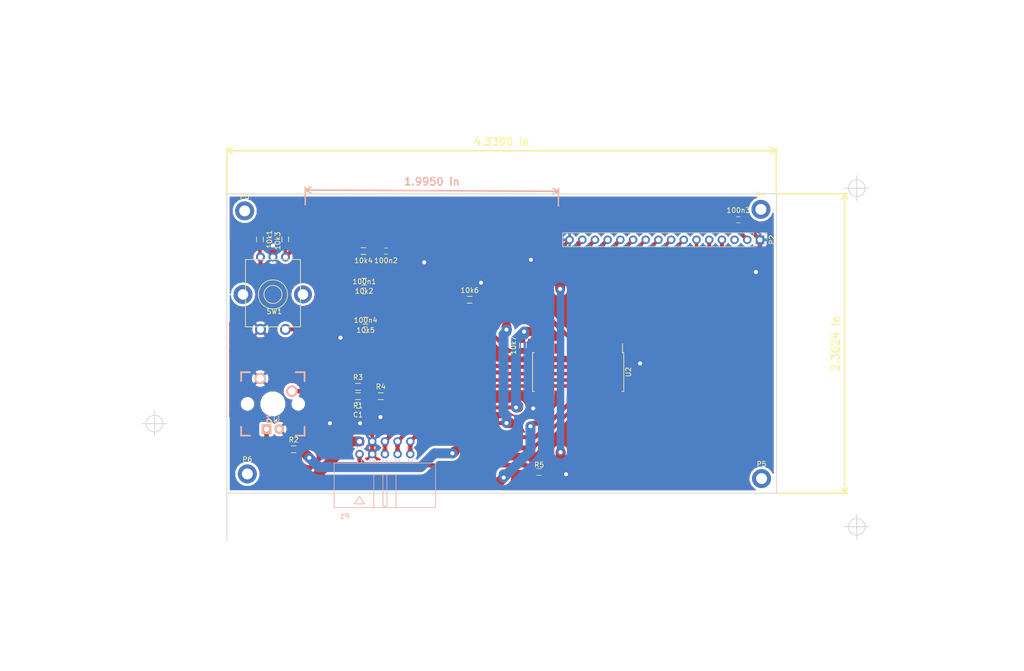
<source format=kicad_pcb>
(kicad_pcb (version 4) (host pcbnew 4.0.5)

  (general
    (links 65)
    (no_connects 0)
    (area 78.309399 78.258599 188.492201 147.877601)
    (thickness 1.6)
    (drawings 11)
    (tracks 429)
    (zones 0)
    (modules 27)
    (nets 35)
  )

  (page A4)
  (layers
    (0 F.Cu signal)
    (31 B.Cu signal)
    (32 B.Adhes user)
    (33 F.Adhes user)
    (34 B.Paste user)
    (35 F.Paste user)
    (36 B.SilkS user)
    (37 F.SilkS user)
    (38 B.Mask user)
    (39 F.Mask user)
    (40 Dwgs.User user)
    (41 Cmts.User user)
    (42 Eco1.User user)
    (43 Eco2.User user)
    (44 Edge.Cuts user)
    (45 Margin user)
    (46 B.CrtYd user)
    (47 F.CrtYd user)
    (48 B.Fab user)
    (49 F.Fab user)
  )

  (setup
    (last_trace_width 0.8)
    (user_trace_width 0.6)
    (user_trace_width 0.7)
    (user_trace_width 0.8)
    (user_trace_width 0.9)
    (user_trace_width 1)
    (user_trace_width 1.5)
    (user_trace_width 2)
    (trace_clearance 0.5)
    (zone_clearance 0.508)
    (zone_45_only no)
    (trace_min 0.6)
    (segment_width 0.2)
    (edge_width 0.15)
    (via_size 1.2)
    (via_drill 0.8)
    (via_min_size 1)
    (via_min_drill 0.8)
    (uvia_size 0.3)
    (uvia_drill 0.1)
    (uvias_allowed no)
    (uvia_min_size 0.2)
    (uvia_min_drill 0.1)
    (pcb_text_width 0.3)
    (pcb_text_size 1.5 1.5)
    (mod_edge_width 0.15)
    (mod_text_size 1 1)
    (mod_text_width 0.15)
    (pad_size 1.8 1.8)
    (pad_drill 1)
    (pad_to_mask_clearance 0.2)
    (aux_axis_origin 26.8478 82.8294)
    (visible_elements 7FFFEFFF)
    (pcbplotparams
      (layerselection 0x00030_80000001)
      (usegerberextensions false)
      (excludeedgelayer true)
      (linewidth 0.100000)
      (plotframeref false)
      (viasonmask false)
      (mode 1)
      (useauxorigin false)
      (hpglpennumber 1)
      (hpglpenspeed 20)
      (hpglpendiameter 15)
      (hpglpenoverlay 2)
      (psnegative false)
      (psa4output false)
      (plotreference true)
      (plotvalue true)
      (plotinvisibletext false)
      (padsonsilk false)
      (subtractmaskfromsilk false)
      (outputformat 1)
      (mirror false)
      (drillshape 1)
      (scaleselection 1)
      (outputdirectory ""))
  )

  (net 0 "")
  (net 1 /VCC5)
  (net 2 "Net-(10k1-Pad2)")
  (net 3 /ENCODERB)
  (net 4 "Net-(10k3-Pad1)")
  (net 5 /ENCODERA)
  (net 6 /ENCODERSW)
  (net 7 /SCL#)
  (net 8 /SDA#)
  (net 9 GND)
  (net 10 /RS)
  (net 11 /RW)
  (net 12 /E)
  (net 13 /D0)
  (net 14 /D1)
  (net 15 /D2)
  (net 16 /D3)
  (net 17 /D4)
  (net 18 /D5)
  (net 19 /D6)
  (net 20 /D7)
  (net 21 /INTA)
  (net 22 "Net-(C1-Pad1)")
  (net 23 "Net-(D1-Pad2)")
  (net 24 /LCD_BACKLIGHT)
  (net 25 "Net-(R1-Pad2)")
  (net 26 /BUTT_LED)
  (net 27 /BUTTON_2)
  (net 28 "Net-(P2-Pad3)")
  (net 29 "Net-(P3-Pad1)")
  (net 30 "Net-(P4-Pad1)")
  (net 31 "Net-(P5-Pad1)")
  (net 32 "Net-(P6-Pad1)")
  (net 33 "Net-(U2-Pad19)")
  (net 34 "Net-(P1-Pad2)")

  (net_class Default "This is the default net class."
    (clearance 0.5)
    (trace_width 0.8)
    (via_dia 1.2)
    (via_drill 0.8)
    (uvia_dia 0.3)
    (uvia_drill 0.1)
    (add_net /BUTTON_2)
    (add_net /BUTT_LED)
    (add_net /D0)
    (add_net /D1)
    (add_net /D2)
    (add_net /D3)
    (add_net /D4)
    (add_net /D5)
    (add_net /D6)
    (add_net /D7)
    (add_net /E)
    (add_net /ENCODERA)
    (add_net /ENCODERB)
    (add_net /ENCODERSW)
    (add_net /INTA)
    (add_net /LCD_BACKLIGHT)
    (add_net /RS)
    (add_net /RW)
    (add_net /SCL#)
    (add_net /SDA#)
    (add_net /VCC5)
    (add_net GND)
    (add_net "Net-(10k1-Pad2)")
    (add_net "Net-(10k3-Pad1)")
    (add_net "Net-(C1-Pad1)")
    (add_net "Net-(D1-Pad2)")
    (add_net "Net-(P1-Pad2)")
    (add_net "Net-(P2-Pad3)")
    (add_net "Net-(P3-Pad1)")
    (add_net "Net-(P4-Pad1)")
    (add_net "Net-(P5-Pad1)")
    (add_net "Net-(P6-Pad1)")
    (add_net "Net-(R1-Pad2)")
    (add_net "Net-(U2-Pad19)")
  )

  (module OLED_LCD:Rotary_encoder (layer F.Cu) (tedit 58A46A5E) (tstamp 58A0BF59)
    (at 87.63 98.5012 180)
    (path /58951736)
    (fp_text reference SW1 (at -0.2596 -3.4036 180) (layer F.SilkS)
      (effects (font (size 1 1) (thickness 0.15)))
    )
    (fp_text value Rotary_Encoder_Switch (at 0.6604 -4.4958 180) (layer F.Fab)
      (effects (font (size 1 1) (thickness 0.15)))
    )
    (fp_circle (center 0 0) (end 1.5 -1) (layer F.SilkS) (width 0.15))
    (fp_circle (center 0 0) (end 2.5 -1.5) (layer F.SilkS) (width 0.15))
    (fp_line (start -5.5 -6.5) (end -5.5 7) (layer F.SilkS) (width 0.15))
    (fp_line (start -5.5 7) (end 5.5 7) (layer F.SilkS) (width 0.15))
    (fp_line (start 5.5 7) (end 5.5 -6) (layer F.SilkS) (width 0.15))
    (fp_line (start 5.5 -6) (end 5.5 -6.5) (layer F.SilkS) (width 0.15))
    (fp_line (start 5.5 -6.5) (end -5.5 -6.5) (layer F.SilkS) (width 0.15))
    (pad "" thru_hole oval (at -6 0 180) (size 3.6 3.6) (drill oval 2.1) (layers *.Cu *.Mask))
    (pad "" thru_hole oval (at 6 0 180) (size 3.8 3.8) (drill oval 2.1) (layers *.Cu *.Mask))
    (pad 4 thru_hole circle (at -2.5 -7 180) (size 2.2 2.2) (drill 1.4) (layers *.Cu *.Mask)
      (net 6 /ENCODERSW))
    (pad 5 thru_hole circle (at 2.5 -7 180) (size 2.2 2.2) (drill 1.4) (layers *.Cu *.Mask)
      (net 9 GND))
    (pad 2 thru_hole circle (at 0 7.5 180) (size 1.8 1.8) (drill 1) (layers *.Cu *.Mask)
      (net 9 GND))
    (pad 1 thru_hole circle (at -2.5 7.5 180) (size 1.8 1.8) (drill 1) (layers *.Cu *.Mask)
      (net 4 "Net-(10k3-Pad1)"))
    (pad 3 thru_hole circle (at 2.5 7.5 180) (size 1.8 1.8) (drill 1) (layers *.Cu *.Mask)
      (net 2 "Net-(10k1-Pad2)"))
  )

  (module Connectors_Multicomp:Multicomp_MC9A22-1034_2x05x2.54mm_Angled (layer B.Cu) (tedit 56C61E6B) (tstamp 58A469C9)
    (at 104.9528 127.9398)
    (descr http://www.farnell.com/cad/360651.pdf)
    (tags "connector multicomp MC9A MC9A22")
    (path /58954043)
    (fp_text reference P1 (at -3 15) (layer B.SilkS)
      (effects (font (size 1 1) (thickness 0.15)) (justify mirror))
    )
    (fp_text value CONN_01X10 (at 5.08 5.5) (layer B.Fab)
      (effects (font (size 1 1) (thickness 0.15)) (justify mirror))
    )
    (fp_line (start -5.07 4.34) (end -5.07 13.24) (layer B.SilkS) (width 0.15))
    (fp_line (start -5.07 13.24) (end 15.23 13.24) (layer B.SilkS) (width 0.15))
    (fp_line (start 15.23 13.24) (end 15.23 4.34) (layer B.SilkS) (width 0.15))
    (fp_line (start 15.23 4.34) (end -5.07 4.34) (layer B.SilkS) (width 0.15))
    (fp_line (start 2.855 13.24) (end 2.855 6.64) (layer B.SilkS) (width 0.15))
    (fp_line (start 2.855 6.64) (end 7.305 6.64) (layer B.SilkS) (width 0.15))
    (fp_line (start 7.305 6.64) (end 7.305 13.24) (layer B.SilkS) (width 0.15))
    (fp_line (start 4.68 6.64) (end 4.68 12.84) (layer B.SilkS) (width 0.15))
    (fp_line (start 4.68 12.84) (end 4.88 13.04) (layer B.SilkS) (width 0.15))
    (fp_line (start 4.88 13.04) (end 5.28 13.04) (layer B.SilkS) (width 0.15))
    (fp_line (start 5.28 13.04) (end 5.48 12.84) (layer B.SilkS) (width 0.15))
    (fp_line (start 5.48 12.84) (end 5.48 6.64) (layer B.SilkS) (width 0.15))
    (fp_line (start -1 12.5) (end 1 12.5) (layer B.SilkS) (width 0.15))
    (fp_line (start 1 12.5) (end 0 11) (layer B.SilkS) (width 0.15))
    (fp_line (start 0 11) (end -1 12.5) (layer B.SilkS) (width 0.15))
    (fp_line (start -5.55 -1.35) (end -5.55 13.75) (layer B.CrtYd) (width 0.05))
    (fp_line (start -5.55 13.75) (end 15.75 13.75) (layer B.CrtYd) (width 0.05))
    (fp_line (start 15.75 13.75) (end 15.75 -1.35) (layer B.CrtYd) (width 0.05))
    (fp_line (start 15.75 -1.35) (end -5.55 -1.35) (layer B.CrtYd) (width 0.05))
    (fp_line (start -0.4 1.1) (end -0.4 1.44) (layer B.SilkS) (width 0.15))
    (fp_line (start 0.4 1.1) (end 0.4 1.44) (layer B.SilkS) (width 0.15))
    (fp_line (start -0.4 3.64) (end -0.4 4.34) (layer B.SilkS) (width 0.15))
    (fp_line (start 0.4 3.64) (end 0.4 4.34) (layer B.SilkS) (width 0.15))
    (fp_line (start 2.14 1.1) (end 2.14 1.44) (layer B.SilkS) (width 0.15))
    (fp_line (start 2.94 1.1) (end 2.94 1.44) (layer B.SilkS) (width 0.15))
    (fp_line (start 2.14 3.64) (end 2.14 4.34) (layer B.SilkS) (width 0.15))
    (fp_line (start 2.94 3.64) (end 2.94 4.34) (layer B.SilkS) (width 0.15))
    (fp_line (start 4.68 1.1) (end 4.68 1.44) (layer B.SilkS) (width 0.15))
    (fp_line (start 5.48 1.1) (end 5.48 1.44) (layer B.SilkS) (width 0.15))
    (fp_line (start 4.68 3.64) (end 4.68 4.34) (layer B.SilkS) (width 0.15))
    (fp_line (start 5.48 3.64) (end 5.48 4.34) (layer B.SilkS) (width 0.15))
    (fp_line (start 7.22 1.1) (end 7.22 1.44) (layer B.SilkS) (width 0.15))
    (fp_line (start 8.02 1.1) (end 8.02 1.44) (layer B.SilkS) (width 0.15))
    (fp_line (start 7.22 3.64) (end 7.22 4.34) (layer B.SilkS) (width 0.15))
    (fp_line (start 8.02 3.64) (end 8.02 4.34) (layer B.SilkS) (width 0.15))
    (fp_line (start 9.76 1.1) (end 9.76 1.44) (layer B.SilkS) (width 0.15))
    (fp_line (start 10.56 1.1) (end 10.56 1.44) (layer B.SilkS) (width 0.15))
    (fp_line (start 9.76 3.64) (end 9.76 4.34) (layer B.SilkS) (width 0.15))
    (fp_line (start 10.56 3.64) (end 10.56 4.34) (layer B.SilkS) (width 0.15))
    (pad 1 thru_hole rect (at 0 0) (size 1.7 1.7) (drill 1) (layers *.Cu *.Mask)
      (net 1 /VCC5))
    (pad 2 thru_hole circle (at 0 2.54) (size 1.7 1.7) (drill 1) (layers *.Cu *.Mask)
      (net 34 "Net-(P1-Pad2)"))
    (pad 3 thru_hole circle (at 2.54 0) (size 1.7 1.7) (drill 1) (layers *.Cu *.Mask)
      (net 9 GND))
    (pad 4 thru_hole circle (at 2.54 2.54) (size 1.7 1.7) (drill 1) (layers *.Cu *.Mask)
      (net 9 GND))
    (pad 5 thru_hole circle (at 5.08 0) (size 1.7 1.7) (drill 1) (layers *.Cu *.Mask)
      (net 8 /SDA#))
    (pad 6 thru_hole circle (at 5.08 2.54) (size 1.7 1.7) (drill 1) (layers *.Cu *.Mask)
      (net 8 /SDA#))
    (pad 7 thru_hole circle (at 7.62 0) (size 1.7 1.7) (drill 1) (layers *.Cu *.Mask)
      (net 7 /SCL#))
    (pad 8 thru_hole circle (at 7.62 2.54) (size 1.7 1.7) (drill 1) (layers *.Cu *.Mask)
      (net 7 /SCL#))
    (pad 9 thru_hole circle (at 10.16 0) (size 1.7 1.7) (drill 1) (layers *.Cu *.Mask)
      (net 21 /INTA))
    (pad 10 thru_hole circle (at 10.16 2.54) (size 1.7 1.7) (drill 1) (layers *.Cu *.Mask)
      (net 21 /INTA))
  )

  (module Capacitors_SMD:C_0603_HandSoldering (layer F.Cu) (tedit 541A9B4D) (tstamp 5895ED06)
    (at 180.7718 83.5406)
    (descr "Capacitor SMD 0603, hand soldering")
    (tags "capacitor 0603")
    (path /5894FD05)
    (attr smd)
    (fp_text reference 100n3 (at 0 -1.9) (layer F.SilkS)
      (effects (font (size 1 1) (thickness 0.15)))
    )
    (fp_text value 100n (at 0 1.9) (layer F.Fab)
      (effects (font (size 1 1) (thickness 0.15)))
    )
    (fp_line (start -0.8 0.4) (end -0.8 -0.4) (layer F.Fab) (width 0.1))
    (fp_line (start 0.8 0.4) (end -0.8 0.4) (layer F.Fab) (width 0.1))
    (fp_line (start 0.8 -0.4) (end 0.8 0.4) (layer F.Fab) (width 0.1))
    (fp_line (start -0.8 -0.4) (end 0.8 -0.4) (layer F.Fab) (width 0.1))
    (fp_line (start -1.85 -0.75) (end 1.85 -0.75) (layer F.CrtYd) (width 0.05))
    (fp_line (start -1.85 0.75) (end 1.85 0.75) (layer F.CrtYd) (width 0.05))
    (fp_line (start -1.85 -0.75) (end -1.85 0.75) (layer F.CrtYd) (width 0.05))
    (fp_line (start 1.85 -0.75) (end 1.85 0.75) (layer F.CrtYd) (width 0.05))
    (fp_line (start -0.35 -0.6) (end 0.35 -0.6) (layer F.SilkS) (width 0.12))
    (fp_line (start 0.35 0.6) (end -0.35 0.6) (layer F.SilkS) (width 0.12))
    (pad 1 smd rect (at -0.95 0) (size 1.2 0.75) (layers F.Cu F.Paste F.Mask)
      (net 1 /VCC5))
    (pad 2 smd rect (at 0.95 0) (size 1.2 0.75) (layers F.Cu F.Paste F.Mask)
      (net 9 GND))
    (model Capacitors_SMD.3dshapes/C_0603_HandSoldering.wrl
      (at (xyz 0 0 0))
      (scale (xyz 1 1 1))
      (rotate (xyz 0 0 0))
    )
  )

  (module Keyboard:CHERRY_PCB_100H (layer B.Cu) (tedit 549A0505) (tstamp 58A0DA96)
    (at 87.6046 120.4214 180)
    (path /58A0D6D1)
    (fp_text reference U3 (at 0 -3.175 180) (layer B.SilkS)
      (effects (font (size 1.27 1.524) (thickness 0.2032)) (justify mirror))
    )
    (fp_text value CHERRY-MX (at 0 -5.08 180) (layer B.SilkS) hide
      (effects (font (size 1.27 1.524) (thickness 0.2032)) (justify mirror))
    )
    (fp_text user 1.00u (at -5.715 -8.255 180) (layer Dwgs.User)
      (effects (font (thickness 0.3048)))
    )
    (fp_line (start -6.35 6.35) (end 6.35 6.35) (layer Cmts.User) (width 0.1524))
    (fp_line (start 6.35 6.35) (end 6.35 -6.35) (layer Cmts.User) (width 0.1524))
    (fp_line (start 6.35 -6.35) (end -6.35 -6.35) (layer Cmts.User) (width 0.1524))
    (fp_line (start -6.35 -6.35) (end -6.35 6.35) (layer Cmts.User) (width 0.1524))
    (fp_line (start -9.398 9.398) (end 9.398 9.398) (layer Dwgs.User) (width 0.1524))
    (fp_line (start 9.398 9.398) (end 9.398 -9.398) (layer Dwgs.User) (width 0.1524))
    (fp_line (start 9.398 -9.398) (end -9.398 -9.398) (layer Dwgs.User) (width 0.1524))
    (fp_line (start -9.398 -9.398) (end -9.398 9.398) (layer Dwgs.User) (width 0.1524))
    (fp_line (start -6.35 6.35) (end -4.572 6.35) (layer B.SilkS) (width 0.381))
    (fp_line (start 4.572 6.35) (end 6.35 6.35) (layer B.SilkS) (width 0.381))
    (fp_line (start 6.35 6.35) (end 6.35 4.572) (layer B.SilkS) (width 0.381))
    (fp_line (start 6.35 -4.572) (end 6.35 -6.35) (layer B.SilkS) (width 0.381))
    (fp_line (start 6.35 -6.35) (end 4.572 -6.35) (layer B.SilkS) (width 0.381))
    (fp_line (start -4.572 -6.35) (end -6.35 -6.35) (layer B.SilkS) (width 0.381))
    (fp_line (start -6.35 -6.35) (end -6.35 -4.572) (layer B.SilkS) (width 0.381))
    (fp_line (start -6.35 4.572) (end -6.35 6.35) (layer B.SilkS) (width 0.381))
    (fp_line (start -6.985 6.985) (end 6.985 6.985) (layer Eco2.User) (width 0.1524))
    (fp_line (start 6.985 6.985) (end 6.985 -6.985) (layer Eco2.User) (width 0.1524))
    (fp_line (start 6.985 -6.985) (end -6.985 -6.985) (layer Eco2.User) (width 0.1524))
    (fp_line (start -6.985 -6.985) (end -6.985 6.985) (layer Eco2.User) (width 0.1524))
    (pad 1 thru_hole circle (at 2.54 5.08 180) (size 2.286 2.286) (drill 1.4986) (layers *.Cu *.SilkS *.Mask)
      (net 9 GND))
    (pad 2 thru_hole circle (at -3.81 2.54 180) (size 2.286 2.286) (drill 1.4986) (layers *.Cu *.SilkS *.Mask)
      (net 25 "Net-(R1-Pad2)"))
    (pad HOLE np_thru_hole circle (at 0 0 180) (size 3.9878 3.9878) (drill 3.9878) (layers *.Cu))
    (pad HOLE np_thru_hole circle (at -5.08 0 180) (size 1.7018 1.7018) (drill 1.7018) (layers *.Cu))
    (pad HOLE np_thru_hole circle (at 5.08 0 180) (size 1.7018 1.7018) (drill 1.7018) (layers *.Cu))
  )

  (module Housings_SOIC:SOIC-28W_7.5x17.9mm_Pitch1.27mm (layer F.Cu) (tedit 57503567) (tstamp 5895ED77)
    (at 148.717 114.046 270)
    (descr "28-Lead Plastic Small Outline (SO) - Wide, 7.50 mm Body [SOIC] (see Microchip Packaging Specification 00000049BS.pdf)")
    (tags "SOIC 1.27")
    (path /5894F8CE)
    (attr smd)
    (fp_text reference U2 (at 0 -10.05 270) (layer F.SilkS)
      (effects (font (size 1 1) (thickness 0.15)))
    )
    (fp_text value MCP23017 (at 0 10.05 270) (layer F.Fab)
      (effects (font (size 1 1) (thickness 0.15)))
    )
    (fp_line (start -2.75 -8.95) (end 3.75 -8.95) (layer F.Fab) (width 0.15))
    (fp_line (start 3.75 -8.95) (end 3.75 8.95) (layer F.Fab) (width 0.15))
    (fp_line (start 3.75 8.95) (end -3.75 8.95) (layer F.Fab) (width 0.15))
    (fp_line (start -3.75 8.95) (end -3.75 -7.95) (layer F.Fab) (width 0.15))
    (fp_line (start -3.75 -7.95) (end -2.75 -8.95) (layer F.Fab) (width 0.15))
    (fp_line (start -5.95 -9.3) (end -5.95 9.3) (layer F.CrtYd) (width 0.05))
    (fp_line (start 5.95 -9.3) (end 5.95 9.3) (layer F.CrtYd) (width 0.05))
    (fp_line (start -5.95 -9.3) (end 5.95 -9.3) (layer F.CrtYd) (width 0.05))
    (fp_line (start -5.95 9.3) (end 5.95 9.3) (layer F.CrtYd) (width 0.05))
    (fp_line (start -3.875 -9.125) (end -3.875 -8.875) (layer F.SilkS) (width 0.15))
    (fp_line (start 3.875 -9.125) (end 3.875 -8.78) (layer F.SilkS) (width 0.15))
    (fp_line (start 3.875 9.125) (end 3.875 8.78) (layer F.SilkS) (width 0.15))
    (fp_line (start -3.875 9.125) (end -3.875 8.78) (layer F.SilkS) (width 0.15))
    (fp_line (start -3.875 -9.125) (end 3.875 -9.125) (layer F.SilkS) (width 0.15))
    (fp_line (start -3.875 9.125) (end 3.875 9.125) (layer F.SilkS) (width 0.15))
    (fp_line (start -3.875 -8.875) (end -5.7 -8.875) (layer F.SilkS) (width 0.15))
    (pad 1 smd rect (at -4.7 -8.255 270) (size 2 0.6) (layers F.Cu F.Paste F.Mask)
      (net 13 /D0))
    (pad 2 smd rect (at -4.7 -6.985 270) (size 2 0.6) (layers F.Cu F.Paste F.Mask)
      (net 14 /D1))
    (pad 3 smd rect (at -4.7 -5.715 270) (size 2 0.6) (layers F.Cu F.Paste F.Mask)
      (net 15 /D2))
    (pad 4 smd rect (at -4.7 -4.445 270) (size 2 0.6) (layers F.Cu F.Paste F.Mask)
      (net 16 /D3))
    (pad 5 smd rect (at -4.7 -3.175 270) (size 2 0.6) (layers F.Cu F.Paste F.Mask)
      (net 17 /D4))
    (pad 6 smd rect (at -4.7 -1.905 270) (size 2 0.6) (layers F.Cu F.Paste F.Mask)
      (net 18 /D5))
    (pad 7 smd rect (at -4.7 -0.635 270) (size 2 0.6) (layers F.Cu F.Paste F.Mask)
      (net 19 /D6))
    (pad 8 smd rect (at -4.7 0.635 270) (size 2 0.6) (layers F.Cu F.Paste F.Mask)
      (net 20 /D7))
    (pad 9 smd rect (at -4.7 1.905 270) (size 2 0.6) (layers F.Cu F.Paste F.Mask)
      (net 1 /VCC5))
    (pad 10 smd rect (at -4.7 3.175 270) (size 2 0.6) (layers F.Cu F.Paste F.Mask)
      (net 9 GND))
    (pad 11 smd rect (at -4.7 4.445 270) (size 2 0.6) (layers F.Cu F.Paste F.Mask))
    (pad 12 smd rect (at -4.7 5.715 270) (size 2 0.6) (layers F.Cu F.Paste F.Mask)
      (net 7 /SCL#))
    (pad 13 smd rect (at -4.7 6.985 270) (size 2 0.6) (layers F.Cu F.Paste F.Mask)
      (net 8 /SDA#))
    (pad 14 smd rect (at -4.7 8.255 270) (size 2 0.6) (layers F.Cu F.Paste F.Mask))
    (pad 15 smd rect (at 4.7 8.255 270) (size 2 0.6) (layers F.Cu F.Paste F.Mask)
      (net 9 GND))
    (pad 16 smd rect (at 4.7 6.985 270) (size 2 0.6) (layers F.Cu F.Paste F.Mask)
      (net 9 GND))
    (pad 17 smd rect (at 4.7 5.715 270) (size 2 0.6) (layers F.Cu F.Paste F.Mask)
      (net 9 GND))
    (pad 18 smd rect (at 4.7 4.445 270) (size 2 0.6) (layers F.Cu F.Paste F.Mask)
      (net 1 /VCC5))
    (pad 19 smd rect (at 4.7 3.175 270) (size 2 0.6) (layers F.Cu F.Paste F.Mask)
      (net 33 "Net-(U2-Pad19)"))
    (pad 20 smd rect (at 4.7 1.905 270) (size 2 0.6) (layers F.Cu F.Paste F.Mask)
      (net 21 /INTA))
    (pad 21 smd rect (at 4.7 0.635 270) (size 2 0.6) (layers F.Cu F.Paste F.Mask)
      (net 26 /BUTT_LED))
    (pad 22 smd rect (at 4.7 -0.635 270) (size 2 0.6) (layers F.Cu F.Paste F.Mask)
      (net 27 /BUTTON_2))
    (pad 23 smd rect (at 4.7 -1.905 270) (size 2 0.6) (layers F.Cu F.Paste F.Mask)
      (net 6 /ENCODERSW))
    (pad 24 smd rect (at 4.7 -3.175 270) (size 2 0.6) (layers F.Cu F.Paste F.Mask)
      (net 3 /ENCODERB))
    (pad 25 smd rect (at 4.7 -4.445 270) (size 2 0.6) (layers F.Cu F.Paste F.Mask)
      (net 5 /ENCODERA))
    (pad 26 smd rect (at 4.7 -5.715 270) (size 2 0.6) (layers F.Cu F.Paste F.Mask)
      (net 10 /RS))
    (pad 27 smd rect (at 4.7 -6.985 270) (size 2 0.6) (layers F.Cu F.Paste F.Mask)
      (net 11 /RW))
    (pad 28 smd rect (at 4.7 -8.255 270) (size 2 0.6) (layers F.Cu F.Paste F.Mask)
      (net 12 /E))
    (model Housings_SOIC.3dshapes/SOIC-28_7.5x17.9mm_Pitch1.27mm.wrl
      (at (xyz 0 0 0))
      (scale (xyz 1 1 1))
      (rotate (xyz 0 0 0))
    )
  )

  (module Resistors_SMD:R_0603_HandSoldering (layer F.Cu) (tedit 58307AEF) (tstamp 5895ECC9)
    (at 85.0138 87.4776 270)
    (descr "Resistor SMD 0603, hand soldering")
    (tags "resistor 0603")
    (path /589517D0)
    (attr smd)
    (fp_text reference 10k1 (at 0 -1.9 270) (layer F.SilkS)
      (effects (font (size 1 1) (thickness 0.15)))
    )
    (fp_text value 10k (at 0 1.9 270) (layer F.Fab)
      (effects (font (size 1 1) (thickness 0.15)))
    )
    (fp_line (start -0.8 0.4) (end -0.8 -0.4) (layer F.Fab) (width 0.1))
    (fp_line (start 0.8 0.4) (end -0.8 0.4) (layer F.Fab) (width 0.1))
    (fp_line (start 0.8 -0.4) (end 0.8 0.4) (layer F.Fab) (width 0.1))
    (fp_line (start -0.8 -0.4) (end 0.8 -0.4) (layer F.Fab) (width 0.1))
    (fp_line (start -2 -0.8) (end 2 -0.8) (layer F.CrtYd) (width 0.05))
    (fp_line (start -2 0.8) (end 2 0.8) (layer F.CrtYd) (width 0.05))
    (fp_line (start -2 -0.8) (end -2 0.8) (layer F.CrtYd) (width 0.05))
    (fp_line (start 2 -0.8) (end 2 0.8) (layer F.CrtYd) (width 0.05))
    (fp_line (start 0.5 0.675) (end -0.5 0.675) (layer F.SilkS) (width 0.15))
    (fp_line (start -0.5 -0.675) (end 0.5 -0.675) (layer F.SilkS) (width 0.15))
    (pad 1 smd rect (at -1.1 0 270) (size 1.2 0.9) (layers F.Cu F.Paste F.Mask)
      (net 1 /VCC5))
    (pad 2 smd rect (at 1.1 0 270) (size 1.2 0.9) (layers F.Cu F.Paste F.Mask)
      (net 2 "Net-(10k1-Pad2)"))
    (model Resistors_SMD.3dshapes/R_0603_HandSoldering.wrl
      (at (xyz 0 0 0))
      (scale (xyz 1 1 1))
      (rotate (xyz 0 0 0))
    )
  )

  (module Resistors_SMD:R_0603_HandSoldering (layer F.Cu) (tedit 58307AEF) (tstamp 5895ECCF)
    (at 105.8672 95.9358 180)
    (descr "Resistor SMD 0603, hand soldering")
    (tags "resistor 0603")
    (path /5895264F)
    (attr smd)
    (fp_text reference 10k2 (at 0 -1.9 180) (layer F.SilkS)
      (effects (font (size 1 1) (thickness 0.15)))
    )
    (fp_text value 10k (at -0.9652 0.635 180) (layer F.Fab)
      (effects (font (size 1 1) (thickness 0.15)))
    )
    (fp_line (start -0.8 0.4) (end -0.8 -0.4) (layer F.Fab) (width 0.1))
    (fp_line (start 0.8 0.4) (end -0.8 0.4) (layer F.Fab) (width 0.1))
    (fp_line (start 0.8 -0.4) (end 0.8 0.4) (layer F.Fab) (width 0.1))
    (fp_line (start -0.8 -0.4) (end 0.8 -0.4) (layer F.Fab) (width 0.1))
    (fp_line (start -2 -0.8) (end 2 -0.8) (layer F.CrtYd) (width 0.05))
    (fp_line (start -2 0.8) (end 2 0.8) (layer F.CrtYd) (width 0.05))
    (fp_line (start -2 -0.8) (end -2 0.8) (layer F.CrtYd) (width 0.05))
    (fp_line (start 2 -0.8) (end 2 0.8) (layer F.CrtYd) (width 0.05))
    (fp_line (start 0.5 0.675) (end -0.5 0.675) (layer F.SilkS) (width 0.15))
    (fp_line (start -0.5 -0.675) (end 0.5 -0.675) (layer F.SilkS) (width 0.15))
    (pad 1 smd rect (at -1.1 0 180) (size 1.2 0.9) (layers F.Cu F.Paste F.Mask)
      (net 3 /ENCODERB))
    (pad 2 smd rect (at 1.1 0 180) (size 1.2 0.9) (layers F.Cu F.Paste F.Mask)
      (net 2 "Net-(10k1-Pad2)"))
    (model Resistors_SMD.3dshapes/R_0603_HandSoldering.wrl
      (at (xyz 0 0 0))
      (scale (xyz 1 1 1))
      (rotate (xyz 0 0 0))
    )
  )

  (module Resistors_SMD:R_0603_HandSoldering (layer F.Cu) (tedit 58307AEF) (tstamp 5895ECD5)
    (at 90.0938 87.4776 90)
    (descr "Resistor SMD 0603, hand soldering")
    (tags "resistor 0603")
    (path /5895177D)
    (attr smd)
    (fp_text reference 10k3 (at -0.2794 -1.524 90) (layer F.SilkS)
      (effects (font (size 1 1) (thickness 0.15)))
    )
    (fp_text value 10k (at 0 1.9 90) (layer F.Fab)
      (effects (font (size 1 1) (thickness 0.15)))
    )
    (fp_line (start -0.8 0.4) (end -0.8 -0.4) (layer F.Fab) (width 0.1))
    (fp_line (start 0.8 0.4) (end -0.8 0.4) (layer F.Fab) (width 0.1))
    (fp_line (start 0.8 -0.4) (end 0.8 0.4) (layer F.Fab) (width 0.1))
    (fp_line (start -0.8 -0.4) (end 0.8 -0.4) (layer F.Fab) (width 0.1))
    (fp_line (start -2 -0.8) (end 2 -0.8) (layer F.CrtYd) (width 0.05))
    (fp_line (start -2 0.8) (end 2 0.8) (layer F.CrtYd) (width 0.05))
    (fp_line (start -2 -0.8) (end -2 0.8) (layer F.CrtYd) (width 0.05))
    (fp_line (start 2 -0.8) (end 2 0.8) (layer F.CrtYd) (width 0.05))
    (fp_line (start 0.5 0.675) (end -0.5 0.675) (layer F.SilkS) (width 0.15))
    (fp_line (start -0.5 -0.675) (end 0.5 -0.675) (layer F.SilkS) (width 0.15))
    (pad 1 smd rect (at -1.1 0 90) (size 1.2 0.9) (layers F.Cu F.Paste F.Mask)
      (net 4 "Net-(10k3-Pad1)"))
    (pad 2 smd rect (at 1.1 0 90) (size 1.2 0.9) (layers F.Cu F.Paste F.Mask)
      (net 1 /VCC5))
    (model Resistors_SMD.3dshapes/R_0603_HandSoldering.wrl
      (at (xyz 0 0 0))
      (scale (xyz 1 1 1))
      (rotate (xyz 0 0 0))
    )
  )

  (module Resistors_SMD:R_0603_HandSoldering (layer F.Cu) (tedit 58307AEF) (tstamp 5895ECDB)
    (at 105.7402 89.8144 180)
    (descr "Resistor SMD 0603, hand soldering")
    (tags "resistor 0603")
    (path /589525FA)
    (attr smd)
    (fp_text reference 10k4 (at 0 -1.9 180) (layer F.SilkS)
      (effects (font (size 1 1) (thickness 0.15)))
    )
    (fp_text value 10k (at 0 1.9 180) (layer F.Fab)
      (effects (font (size 1 1) (thickness 0.15)))
    )
    (fp_line (start -0.8 0.4) (end -0.8 -0.4) (layer F.Fab) (width 0.1))
    (fp_line (start 0.8 0.4) (end -0.8 0.4) (layer F.Fab) (width 0.1))
    (fp_line (start 0.8 -0.4) (end 0.8 0.4) (layer F.Fab) (width 0.1))
    (fp_line (start -0.8 -0.4) (end 0.8 -0.4) (layer F.Fab) (width 0.1))
    (fp_line (start -2 -0.8) (end 2 -0.8) (layer F.CrtYd) (width 0.05))
    (fp_line (start -2 0.8) (end 2 0.8) (layer F.CrtYd) (width 0.05))
    (fp_line (start -2 -0.8) (end -2 0.8) (layer F.CrtYd) (width 0.05))
    (fp_line (start 2 -0.8) (end 2 0.8) (layer F.CrtYd) (width 0.05))
    (fp_line (start 0.5 0.675) (end -0.5 0.675) (layer F.SilkS) (width 0.15))
    (fp_line (start -0.5 -0.675) (end 0.5 -0.675) (layer F.SilkS) (width 0.15))
    (pad 1 smd rect (at -1.1 0 180) (size 1.2 0.9) (layers F.Cu F.Paste F.Mask)
      (net 5 /ENCODERA))
    (pad 2 smd rect (at 1.1 0 180) (size 1.2 0.9) (layers F.Cu F.Paste F.Mask)
      (net 4 "Net-(10k3-Pad1)"))
    (model Resistors_SMD.3dshapes/R_0603_HandSoldering.wrl
      (at (xyz 0 0 0))
      (scale (xyz 1 1 1))
      (rotate (xyz 0 0 0))
    )
  )

  (module Resistors_SMD:R_0603_HandSoldering (layer F.Cu) (tedit 58307AEF) (tstamp 5895ECE1)
    (at 106.172 103.759 180)
    (descr "Resistor SMD 0603, hand soldering")
    (tags "resistor 0603")
    (path /58951F65)
    (attr smd)
    (fp_text reference 10k5 (at 0 -1.9 180) (layer F.SilkS)
      (effects (font (size 1 1) (thickness 0.15)))
    )
    (fp_text value 10k (at 0 1.9 180) (layer F.Fab)
      (effects (font (size 1 1) (thickness 0.15)))
    )
    (fp_line (start -0.8 0.4) (end -0.8 -0.4) (layer F.Fab) (width 0.1))
    (fp_line (start 0.8 0.4) (end -0.8 0.4) (layer F.Fab) (width 0.1))
    (fp_line (start 0.8 -0.4) (end 0.8 0.4) (layer F.Fab) (width 0.1))
    (fp_line (start -0.8 -0.4) (end 0.8 -0.4) (layer F.Fab) (width 0.1))
    (fp_line (start -2 -0.8) (end 2 -0.8) (layer F.CrtYd) (width 0.05))
    (fp_line (start -2 0.8) (end 2 0.8) (layer F.CrtYd) (width 0.05))
    (fp_line (start -2 -0.8) (end -2 0.8) (layer F.CrtYd) (width 0.05))
    (fp_line (start 2 -0.8) (end 2 0.8) (layer F.CrtYd) (width 0.05))
    (fp_line (start 0.5 0.675) (end -0.5 0.675) (layer F.SilkS) (width 0.15))
    (fp_line (start -0.5 -0.675) (end 0.5 -0.675) (layer F.SilkS) (width 0.15))
    (pad 1 smd rect (at -1.1 0 180) (size 1.2 0.9) (layers F.Cu F.Paste F.Mask)
      (net 1 /VCC5))
    (pad 2 smd rect (at 1.1 0 180) (size 1.2 0.9) (layers F.Cu F.Paste F.Mask)
      (net 6 /ENCODERSW))
    (model Resistors_SMD.3dshapes/R_0603_HandSoldering.wrl
      (at (xyz 0 0 0))
      (scale (xyz 1 1 1))
      (rotate (xyz 0 0 0))
    )
  )

  (module Resistors_SMD:R_0603_HandSoldering (layer F.Cu) (tedit 58307AEF) (tstamp 5895ECE7)
    (at 127 99.568)
    (descr "Resistor SMD 0603, hand soldering")
    (tags "resistor 0603")
    (path /58954D3B)
    (attr smd)
    (fp_text reference 10k6 (at 0 -1.9) (layer F.SilkS)
      (effects (font (size 1 1) (thickness 0.15)))
    )
    (fp_text value 10k (at 0 1.9) (layer F.Fab)
      (effects (font (size 1 1) (thickness 0.15)))
    )
    (fp_line (start -0.8 0.4) (end -0.8 -0.4) (layer F.Fab) (width 0.1))
    (fp_line (start 0.8 0.4) (end -0.8 0.4) (layer F.Fab) (width 0.1))
    (fp_line (start 0.8 -0.4) (end 0.8 0.4) (layer F.Fab) (width 0.1))
    (fp_line (start -0.8 -0.4) (end 0.8 -0.4) (layer F.Fab) (width 0.1))
    (fp_line (start -2 -0.8) (end 2 -0.8) (layer F.CrtYd) (width 0.05))
    (fp_line (start -2 0.8) (end 2 0.8) (layer F.CrtYd) (width 0.05))
    (fp_line (start -2 -0.8) (end -2 0.8) (layer F.CrtYd) (width 0.05))
    (fp_line (start 2 -0.8) (end 2 0.8) (layer F.CrtYd) (width 0.05))
    (fp_line (start 0.5 0.675) (end -0.5 0.675) (layer F.SilkS) (width 0.15))
    (fp_line (start -0.5 -0.675) (end 0.5 -0.675) (layer F.SilkS) (width 0.15))
    (pad 1 smd rect (at -1.1 0) (size 1.2 0.9) (layers F.Cu F.Paste F.Mask)
      (net 1 /VCC5))
    (pad 2 smd rect (at 1.1 0) (size 1.2 0.9) (layers F.Cu F.Paste F.Mask)
      (net 7 /SCL#))
    (model Resistors_SMD.3dshapes/R_0603_HandSoldering.wrl
      (at (xyz 0 0 0))
      (scale (xyz 1 1 1))
      (rotate (xyz 0 0 0))
    )
  )

  (module Resistors_SMD:R_0603_HandSoldering (layer F.Cu) (tedit 58307AEF) (tstamp 5895ECED)
    (at 137.668 108.712 90)
    (descr "Resistor SMD 0603, hand soldering")
    (tags "resistor 0603")
    (path /58954D9B)
    (attr smd)
    (fp_text reference 10k7 (at 0 -1.9 90) (layer F.SilkS)
      (effects (font (size 1 1) (thickness 0.15)))
    )
    (fp_text value 10k (at 0 1.9 90) (layer F.Fab)
      (effects (font (size 1 1) (thickness 0.15)))
    )
    (fp_line (start -0.8 0.4) (end -0.8 -0.4) (layer F.Fab) (width 0.1))
    (fp_line (start 0.8 0.4) (end -0.8 0.4) (layer F.Fab) (width 0.1))
    (fp_line (start 0.8 -0.4) (end 0.8 0.4) (layer F.Fab) (width 0.1))
    (fp_line (start -0.8 -0.4) (end 0.8 -0.4) (layer F.Fab) (width 0.1))
    (fp_line (start -2 -0.8) (end 2 -0.8) (layer F.CrtYd) (width 0.05))
    (fp_line (start -2 0.8) (end 2 0.8) (layer F.CrtYd) (width 0.05))
    (fp_line (start -2 -0.8) (end -2 0.8) (layer F.CrtYd) (width 0.05))
    (fp_line (start 2 -0.8) (end 2 0.8) (layer F.CrtYd) (width 0.05))
    (fp_line (start 0.5 0.675) (end -0.5 0.675) (layer F.SilkS) (width 0.15))
    (fp_line (start -0.5 -0.675) (end 0.5 -0.675) (layer F.SilkS) (width 0.15))
    (pad 1 smd rect (at -1.1 0 90) (size 1.2 0.9) (layers F.Cu F.Paste F.Mask)
      (net 1 /VCC5))
    (pad 2 smd rect (at 1.1 0 90) (size 1.2 0.9) (layers F.Cu F.Paste F.Mask)
      (net 8 /SDA#))
    (model Resistors_SMD.3dshapes/R_0603_HandSoldering.wrl
      (at (xyz 0 0 0))
      (scale (xyz 1 1 1))
      (rotate (xyz 0 0 0))
    )
  )

  (module Capacitors_SMD:C_0603_HandSoldering (layer F.Cu) (tedit 541A9B4D) (tstamp 5895ECFA)
    (at 105.918 97.8154)
    (descr "Capacitor SMD 0603, hand soldering")
    (tags "capacitor 0603")
    (path /58951DEF)
    (attr smd)
    (fp_text reference 100n1 (at 0 -1.9) (layer F.SilkS)
      (effects (font (size 1 1) (thickness 0.15)))
    )
    (fp_text value 100n (at 0 1.9) (layer F.Fab)
      (effects (font (size 1 1) (thickness 0.15)))
    )
    (fp_line (start -0.8 0.4) (end -0.8 -0.4) (layer F.Fab) (width 0.1))
    (fp_line (start 0.8 0.4) (end -0.8 0.4) (layer F.Fab) (width 0.1))
    (fp_line (start 0.8 -0.4) (end 0.8 0.4) (layer F.Fab) (width 0.1))
    (fp_line (start -0.8 -0.4) (end 0.8 -0.4) (layer F.Fab) (width 0.1))
    (fp_line (start -1.85 -0.75) (end 1.85 -0.75) (layer F.CrtYd) (width 0.05))
    (fp_line (start -1.85 0.75) (end 1.85 0.75) (layer F.CrtYd) (width 0.05))
    (fp_line (start -1.85 -0.75) (end -1.85 0.75) (layer F.CrtYd) (width 0.05))
    (fp_line (start 1.85 -0.75) (end 1.85 0.75) (layer F.CrtYd) (width 0.05))
    (fp_line (start -0.35 -0.6) (end 0.35 -0.6) (layer F.SilkS) (width 0.12))
    (fp_line (start 0.35 0.6) (end -0.35 0.6) (layer F.SilkS) (width 0.12))
    (pad 1 smd rect (at -0.95 0) (size 1.2 0.75) (layers F.Cu F.Paste F.Mask)
      (net 9 GND))
    (pad 2 smd rect (at 0.95 0) (size 1.2 0.75) (layers F.Cu F.Paste F.Mask)
      (net 3 /ENCODERB))
    (model Capacitors_SMD.3dshapes/C_0603_HandSoldering.wrl
      (at (xyz 0 0 0))
      (scale (xyz 1 1 1))
      (rotate (xyz 0 0 0))
    )
  )

  (module Capacitors_SMD:C_0603_HandSoldering (layer F.Cu) (tedit 5895ECE3) (tstamp 5895ED00)
    (at 110.236 89.8144 180)
    (descr "Capacitor SMD 0603, hand soldering")
    (tags "capacitor 0603")
    (path /58951DBA)
    (attr smd)
    (fp_text reference 100n2 (at 0 -1.9 180) (layer F.SilkS)
      (effects (font (size 1 1) (thickness 0.15)))
    )
    (fp_text value 100n (at -0.066 2.032 180) (layer F.Fab)
      (effects (font (size 1 1) (thickness 0.15)))
    )
    (fp_line (start -0.8 0.4) (end -0.8 -0.4) (layer F.Fab) (width 0.1))
    (fp_line (start 0.8 0.4) (end -0.8 0.4) (layer F.Fab) (width 0.1))
    (fp_line (start 0.8 -0.4) (end 0.8 0.4) (layer F.Fab) (width 0.1))
    (fp_line (start -0.8 -0.4) (end 0.8 -0.4) (layer F.Fab) (width 0.1))
    (fp_line (start -1.85 -0.75) (end 1.85 -0.75) (layer F.CrtYd) (width 0.05))
    (fp_line (start -1.85 0.75) (end 1.85 0.75) (layer F.CrtYd) (width 0.05))
    (fp_line (start -1.85 -0.75) (end -1.85 0.75) (layer F.CrtYd) (width 0.05))
    (fp_line (start 1.85 -0.75) (end 1.85 0.75) (layer F.CrtYd) (width 0.05))
    (fp_line (start -0.35 -0.6) (end 0.35 -0.6) (layer F.SilkS) (width 0.12))
    (fp_line (start 0.35 0.6) (end -0.35 0.6) (layer F.SilkS) (width 0.12))
    (pad 1 smd rect (at -0.95 0 180) (size 1.2 0.75) (layers F.Cu F.Paste F.Mask)
      (net 9 GND))
    (pad 2 smd rect (at 0.95 0 180) (size 1.2 0.75) (layers F.Cu F.Paste F.Mask)
      (net 5 /ENCODERA))
    (model Capacitors_SMD.3dshapes/C_0603_HandSoldering.wrl
      (at (xyz 0 0 0))
      (scale (xyz 1 1 1))
      (rotate (xyz 0 0 0))
    )
  )

  (module Capacitors_SMD:C_0603_HandSoldering (layer F.Cu) (tedit 541A9B4D) (tstamp 58A0DA69)
    (at 106.172 105.5624)
    (descr "Capacitor SMD 0603, hand soldering")
    (tags "capacitor 0603")
    (path /58A0D14F)
    (attr smd)
    (fp_text reference 100n4 (at 0 -1.9) (layer F.SilkS)
      (effects (font (size 1 1) (thickness 0.15)))
    )
    (fp_text value 100n (at 0.0635 1.4605) (layer F.Fab)
      (effects (font (size 1 1) (thickness 0.15)))
    )
    (fp_line (start -0.8 0.4) (end -0.8 -0.4) (layer F.Fab) (width 0.1))
    (fp_line (start 0.8 0.4) (end -0.8 0.4) (layer F.Fab) (width 0.1))
    (fp_line (start 0.8 -0.4) (end 0.8 0.4) (layer F.Fab) (width 0.1))
    (fp_line (start -0.8 -0.4) (end 0.8 -0.4) (layer F.Fab) (width 0.1))
    (fp_line (start -1.85 -0.75) (end 1.85 -0.75) (layer F.CrtYd) (width 0.05))
    (fp_line (start -1.85 0.75) (end 1.85 0.75) (layer F.CrtYd) (width 0.05))
    (fp_line (start -1.85 -0.75) (end -1.85 0.75) (layer F.CrtYd) (width 0.05))
    (fp_line (start 1.85 -0.75) (end 1.85 0.75) (layer F.CrtYd) (width 0.05))
    (fp_line (start -0.35 -0.6) (end 0.35 -0.6) (layer F.SilkS) (width 0.12))
    (fp_line (start 0.35 0.6) (end -0.35 0.6) (layer F.SilkS) (width 0.12))
    (pad 1 smd rect (at -0.95 0) (size 1.2 0.75) (layers F.Cu F.Paste F.Mask)
      (net 6 /ENCODERSW))
    (pad 2 smd rect (at 0.95 0) (size 1.2 0.75) (layers F.Cu F.Paste F.Mask)
      (net 9 GND))
    (model Capacitors_SMD.3dshapes/C_0603_HandSoldering.wrl
      (at (xyz 0 0 0))
      (scale (xyz 1 1 1))
      (rotate (xyz 0 0 0))
    )
  )

  (module Capacitors_SMD:C_0603_HandSoldering (layer F.Cu) (tedit 541A9B4D) (tstamp 58A0DA6F)
    (at 104.6582 120.7008 180)
    (descr "Capacitor SMD 0603, hand soldering")
    (tags "capacitor 0603")
    (path /58A10A2C)
    (attr smd)
    (fp_text reference C1 (at 0 -1.9 180) (layer F.SilkS)
      (effects (font (size 1 1) (thickness 0.15)))
    )
    (fp_text value 100n (at 0 1.9 180) (layer F.Fab)
      (effects (font (size 1 1) (thickness 0.15)))
    )
    (fp_line (start -0.8 0.4) (end -0.8 -0.4) (layer F.Fab) (width 0.1))
    (fp_line (start 0.8 0.4) (end -0.8 0.4) (layer F.Fab) (width 0.1))
    (fp_line (start 0.8 -0.4) (end 0.8 0.4) (layer F.Fab) (width 0.1))
    (fp_line (start -0.8 -0.4) (end 0.8 -0.4) (layer F.Fab) (width 0.1))
    (fp_line (start -1.85 -0.75) (end 1.85 -0.75) (layer F.CrtYd) (width 0.05))
    (fp_line (start -1.85 0.75) (end 1.85 0.75) (layer F.CrtYd) (width 0.05))
    (fp_line (start -1.85 -0.75) (end -1.85 0.75) (layer F.CrtYd) (width 0.05))
    (fp_line (start 1.85 -0.75) (end 1.85 0.75) (layer F.CrtYd) (width 0.05))
    (fp_line (start -0.35 -0.6) (end 0.35 -0.6) (layer F.SilkS) (width 0.12))
    (fp_line (start 0.35 0.6) (end -0.35 0.6) (layer F.SilkS) (width 0.12))
    (pad 1 smd rect (at -0.95 0 180) (size 1.2 0.75) (layers F.Cu F.Paste F.Mask)
      (net 22 "Net-(C1-Pad1)"))
    (pad 2 smd rect (at 0.95 0 180) (size 1.2 0.75) (layers F.Cu F.Paste F.Mask)
      (net 9 GND))
    (model Capacitors_SMD.3dshapes/C_0603_HandSoldering.wrl
      (at (xyz 0 0 0))
      (scale (xyz 1 1 1))
      (rotate (xyz 0 0 0))
    )
  )

  (module Keyboard:CHERRY_MX_LED (layer B.Cu) (tedit 4DA35A99) (tstamp 58A0DA75)
    (at 87.6046 120.396 180)
    (path /58A0D728)
    (fp_text reference D1 (at 0 -3.81 180) (layer F.SilkS)
      (effects (font (size 1.27 1.524) (thickness 0.2032)))
    )
    (fp_text value LED_ALT (at 0 -8.128 180) (layer F.SilkS) hide
      (effects (font (size 1.27 1.524) (thickness 0.2032)))
    )
    (pad 1 thru_hole circle (at -1.27 -5.08 180) (size 1.905 1.905) (drill 0.9906) (layers *.Cu *.SilkS *.Mask)
      (net 9 GND))
    (pad 2 thru_hole rect (at 1.27 -5.08 180) (size 1.905 1.905) (drill 0.9906) (layers *.Cu *.SilkS *.Mask)
      (net 23 "Net-(D1-Pad2)"))
  )

  (module Resistors_SMD:R_0603_HandSoldering (layer F.Cu) (tedit 58307AEF) (tstamp 58A0DA7B)
    (at 104.648 118.872 180)
    (descr "Resistor SMD 0603, hand soldering")
    (tags "resistor 0603")
    (path /58A10B27)
    (attr smd)
    (fp_text reference R1 (at 0 -1.9 180) (layer F.SilkS)
      (effects (font (size 1 1) (thickness 0.15)))
    )
    (fp_text value 100 (at 0 1.9 180) (layer F.Fab)
      (effects (font (size 1 1) (thickness 0.15)))
    )
    (fp_line (start -0.8 0.4) (end -0.8 -0.4) (layer F.Fab) (width 0.1))
    (fp_line (start 0.8 0.4) (end -0.8 0.4) (layer F.Fab) (width 0.1))
    (fp_line (start 0.8 -0.4) (end 0.8 0.4) (layer F.Fab) (width 0.1))
    (fp_line (start -0.8 -0.4) (end 0.8 -0.4) (layer F.Fab) (width 0.1))
    (fp_line (start -2 -0.8) (end 2 -0.8) (layer F.CrtYd) (width 0.05))
    (fp_line (start -2 0.8) (end 2 0.8) (layer F.CrtYd) (width 0.05))
    (fp_line (start -2 -0.8) (end -2 0.8) (layer F.CrtYd) (width 0.05))
    (fp_line (start 2 -0.8) (end 2 0.8) (layer F.CrtYd) (width 0.05))
    (fp_line (start 0.5 0.675) (end -0.5 0.675) (layer F.SilkS) (width 0.15))
    (fp_line (start -0.5 -0.675) (end 0.5 -0.675) (layer F.SilkS) (width 0.15))
    (pad 1 smd rect (at -1.1 0 180) (size 1.2 0.9) (layers F.Cu F.Paste F.Mask)
      (net 22 "Net-(C1-Pad1)"))
    (pad 2 smd rect (at 1.1 0 180) (size 1.2 0.9) (layers F.Cu F.Paste F.Mask)
      (net 25 "Net-(R1-Pad2)"))
    (model Resistors_SMD.3dshapes/R_0603_HandSoldering.wrl
      (at (xyz 0 0 0))
      (scale (xyz 1 1 1))
      (rotate (xyz 0 0 0))
    )
  )

  (module Resistors_SMD:R_0603_HandSoldering (layer F.Cu) (tedit 58307AEF) (tstamp 58A0DA81)
    (at 91.7702 129.5146)
    (descr "Resistor SMD 0603, hand soldering")
    (tags "resistor 0603")
    (path /58A0F212)
    (attr smd)
    (fp_text reference R2 (at 0 -1.9) (layer F.SilkS)
      (effects (font (size 1 1) (thickness 0.15)))
    )
    (fp_text value 150 (at 0 1.9) (layer F.Fab)
      (effects (font (size 1 1) (thickness 0.15)))
    )
    (fp_line (start -0.8 0.4) (end -0.8 -0.4) (layer F.Fab) (width 0.1))
    (fp_line (start 0.8 0.4) (end -0.8 0.4) (layer F.Fab) (width 0.1))
    (fp_line (start 0.8 -0.4) (end 0.8 0.4) (layer F.Fab) (width 0.1))
    (fp_line (start -0.8 -0.4) (end 0.8 -0.4) (layer F.Fab) (width 0.1))
    (fp_line (start -2 -0.8) (end 2 -0.8) (layer F.CrtYd) (width 0.05))
    (fp_line (start -2 0.8) (end 2 0.8) (layer F.CrtYd) (width 0.05))
    (fp_line (start -2 -0.8) (end -2 0.8) (layer F.CrtYd) (width 0.05))
    (fp_line (start 2 -0.8) (end 2 0.8) (layer F.CrtYd) (width 0.05))
    (fp_line (start 0.5 0.675) (end -0.5 0.675) (layer F.SilkS) (width 0.15))
    (fp_line (start -0.5 -0.675) (end 0.5 -0.675) (layer F.SilkS) (width 0.15))
    (pad 1 smd rect (at -1.1 0) (size 1.2 0.9) (layers F.Cu F.Paste F.Mask)
      (net 23 "Net-(D1-Pad2)"))
    (pad 2 smd rect (at 1.1 0) (size 1.2 0.9) (layers F.Cu F.Paste F.Mask)
      (net 26 /BUTT_LED))
    (model Resistors_SMD.3dshapes/R_0603_HandSoldering.wrl
      (at (xyz 0 0 0))
      (scale (xyz 1 1 1))
      (rotate (xyz 0 0 0))
    )
  )

  (module Resistors_SMD:R_0603_HandSoldering (layer F.Cu) (tedit 58307AEF) (tstamp 58A0DA87)
    (at 104.648 116.9924)
    (descr "Resistor SMD 0603, hand soldering")
    (tags "resistor 0603")
    (path /58A1093F)
    (attr smd)
    (fp_text reference R3 (at 0 -1.9) (layer F.SilkS)
      (effects (font (size 1 1) (thickness 0.15)))
    )
    (fp_text value 10k (at 0 1.9) (layer F.Fab)
      (effects (font (size 1 1) (thickness 0.15)))
    )
    (fp_line (start -0.8 0.4) (end -0.8 -0.4) (layer F.Fab) (width 0.1))
    (fp_line (start 0.8 0.4) (end -0.8 0.4) (layer F.Fab) (width 0.1))
    (fp_line (start 0.8 -0.4) (end 0.8 0.4) (layer F.Fab) (width 0.1))
    (fp_line (start -0.8 -0.4) (end 0.8 -0.4) (layer F.Fab) (width 0.1))
    (fp_line (start -2 -0.8) (end 2 -0.8) (layer F.CrtYd) (width 0.05))
    (fp_line (start -2 0.8) (end 2 0.8) (layer F.CrtYd) (width 0.05))
    (fp_line (start -2 -0.8) (end -2 0.8) (layer F.CrtYd) (width 0.05))
    (fp_line (start 2 -0.8) (end 2 0.8) (layer F.CrtYd) (width 0.05))
    (fp_line (start 0.5 0.675) (end -0.5 0.675) (layer F.SilkS) (width 0.15))
    (fp_line (start -0.5 -0.675) (end 0.5 -0.675) (layer F.SilkS) (width 0.15))
    (pad 1 smd rect (at -1.1 0) (size 1.2 0.9) (layers F.Cu F.Paste F.Mask)
      (net 1 /VCC5))
    (pad 2 smd rect (at 1.1 0) (size 1.2 0.9) (layers F.Cu F.Paste F.Mask)
      (net 22 "Net-(C1-Pad1)"))
    (model Resistors_SMD.3dshapes/R_0603_HandSoldering.wrl
      (at (xyz 0 0 0))
      (scale (xyz 1 1 1))
      (rotate (xyz 0 0 0))
    )
  )

  (module Resistors_SMD:R_0603_HandSoldering (layer F.Cu) (tedit 58307AEF) (tstamp 58A0DA8D)
    (at 109.22 118.872)
    (descr "Resistor SMD 0603, hand soldering")
    (tags "resistor 0603")
    (path /58A10992)
    (attr smd)
    (fp_text reference R4 (at 0 -1.9) (layer F.SilkS)
      (effects (font (size 1 1) (thickness 0.15)))
    )
    (fp_text value 10k (at 0 1.9) (layer F.Fab)
      (effects (font (size 1 1) (thickness 0.15)))
    )
    (fp_line (start -0.8 0.4) (end -0.8 -0.4) (layer F.Fab) (width 0.1))
    (fp_line (start 0.8 0.4) (end -0.8 0.4) (layer F.Fab) (width 0.1))
    (fp_line (start 0.8 -0.4) (end 0.8 0.4) (layer F.Fab) (width 0.1))
    (fp_line (start -0.8 -0.4) (end 0.8 -0.4) (layer F.Fab) (width 0.1))
    (fp_line (start -2 -0.8) (end 2 -0.8) (layer F.CrtYd) (width 0.05))
    (fp_line (start -2 0.8) (end 2 0.8) (layer F.CrtYd) (width 0.05))
    (fp_line (start -2 -0.8) (end -2 0.8) (layer F.CrtYd) (width 0.05))
    (fp_line (start 2 -0.8) (end 2 0.8) (layer F.CrtYd) (width 0.05))
    (fp_line (start 0.5 0.675) (end -0.5 0.675) (layer F.SilkS) (width 0.15))
    (fp_line (start -0.5 -0.675) (end 0.5 -0.675) (layer F.SilkS) (width 0.15))
    (pad 1 smd rect (at -1.1 0) (size 1.2 0.9) (layers F.Cu F.Paste F.Mask)
      (net 22 "Net-(C1-Pad1)"))
    (pad 2 smd rect (at 1.1 0) (size 1.2 0.9) (layers F.Cu F.Paste F.Mask)
      (net 27 /BUTTON_2))
    (model Resistors_SMD.3dshapes/R_0603_HandSoldering.wrl
      (at (xyz 0 0 0))
      (scale (xyz 1 1 1))
      (rotate (xyz 0 0 0))
    )
  )

  (module Mounting_Holes:MountingHole_2.2mm_M2_DIN965_Pad (layer F.Cu) (tedit 56D1B4CB) (tstamp 58A4BC6E)
    (at 81.9658 81.7626)
    (descr "Mounting Hole 2.2mm, M2, DIN965")
    (tags "mounting hole 2.2mm m2 din965")
    (path /58A4BCD7)
    (fp_text reference P3 (at 0 -2.9) (layer F.SilkS)
      (effects (font (size 1 1) (thickness 0.15)))
    )
    (fp_text value CONN_01X01 (at 0 2.9) (layer F.Fab)
      (effects (font (size 1 1) (thickness 0.15)))
    )
    (fp_circle (center 0 0) (end 1.9 0) (layer Cmts.User) (width 0.15))
    (fp_circle (center 0 0) (end 2.15 0) (layer F.CrtYd) (width 0.05))
    (pad 1 thru_hole circle (at 0 0) (size 3.8 3.8) (drill 2.2) (layers *.Cu *.Mask)
      (net 29 "Net-(P3-Pad1)"))
  )

  (module Mounting_Holes:MountingHole_2.2mm_M2_DIN965_Pad (layer F.Cu) (tedit 56D1B4CB) (tstamp 58A4BC73)
    (at 185.293 81.4578)
    (descr "Mounting Hole 2.2mm, M2, DIN965")
    (tags "mounting hole 2.2mm m2 din965")
    (path /58A4C14F)
    (fp_text reference P4 (at 0 -2.9) (layer F.SilkS)
      (effects (font (size 1 1) (thickness 0.15)))
    )
    (fp_text value CONN_01X01 (at 0 2.9) (layer F.Fab)
      (effects (font (size 1 1) (thickness 0.15)))
    )
    (fp_circle (center 0 0) (end 1.9 0) (layer Cmts.User) (width 0.15))
    (fp_circle (center 0 0) (end 2.15 0) (layer F.CrtYd) (width 0.05))
    (pad 1 thru_hole circle (at 0 0) (size 3.8 3.8) (drill 2.2) (layers *.Cu *.Mask)
      (net 30 "Net-(P4-Pad1)"))
  )

  (module Mounting_Holes:MountingHole_2.2mm_M2_DIN965_Pad (layer F.Cu) (tedit 56D1B4CB) (tstamp 58A4BC78)
    (at 185.42 135.382)
    (descr "Mounting Hole 2.2mm, M2, DIN965")
    (tags "mounting hole 2.2mm m2 din965")
    (path /58A4C0C0)
    (fp_text reference P5 (at 0 -2.9) (layer F.SilkS)
      (effects (font (size 1 1) (thickness 0.15)))
    )
    (fp_text value CONN_01X01 (at 0 2.9) (layer F.Fab)
      (effects (font (size 1 1) (thickness 0.15)))
    )
    (fp_circle (center 0 0) (end 1.9 0) (layer Cmts.User) (width 0.15))
    (fp_circle (center 0 0) (end 2.15 0) (layer F.CrtYd) (width 0.05))
    (pad 1 thru_hole circle (at 0 0) (size 3.8 3.8) (drill 2.2) (layers *.Cu *.Mask)
      (net 31 "Net-(P5-Pad1)"))
  )

  (module Mounting_Holes:MountingHole_2.2mm_M2_DIN965_Pad (layer F.Cu) (tedit 56D1B4CB) (tstamp 58A4BC7D)
    (at 82.4992 134.4422)
    (descr "Mounting Hole 2.2mm, M2, DIN965")
    (tags "mounting hole 2.2mm m2 din965")
    (path /58A4C1C4)
    (fp_text reference P6 (at 0 -2.9) (layer F.SilkS)
      (effects (font (size 1 1) (thickness 0.15)))
    )
    (fp_text value CONN_01X01 (at 0 2.9) (layer F.Fab)
      (effects (font (size 1 1) (thickness 0.15)))
    )
    (fp_circle (center 0 0) (end 1.9 0) (layer Cmts.User) (width 0.15))
    (fp_circle (center 0 0) (end 2.15 0) (layer F.CrtYd) (width 0.05))
    (pad 1 thru_hole circle (at 0 0) (size 3.8 3.8) (drill 2.2) (layers *.Cu *.Mask)
      (net 32 "Net-(P6-Pad1)"))
  )

  (module Pin_Headers:Pin_Header_Straight_1x16_Pitch2.54mm (layer F.Cu) (tedit 5862ED52) (tstamp 58B13544)
    (at 185.099319 87.551401 270)
    (descr "Through hole straight pin header, 1x16, 2.54mm pitch, single row")
    (tags "Through hole pin header THT 1x16 2.54mm single row")
    (path /58B162AE)
    (fp_text reference P2 (at 0 -2.39 270) (layer F.SilkS)
      (effects (font (size 1 1) (thickness 0.15)))
    )
    (fp_text value CONN_01X16 (at 0 40.49 270) (layer F.Fab)
      (effects (font (size 1 1) (thickness 0.15)))
    )
    (fp_line (start -1.27 -1.27) (end -1.27 39.37) (layer F.Fab) (width 0.1))
    (fp_line (start -1.27 39.37) (end 1.27 39.37) (layer F.Fab) (width 0.1))
    (fp_line (start 1.27 39.37) (end 1.27 -1.27) (layer F.Fab) (width 0.1))
    (fp_line (start 1.27 -1.27) (end -1.27 -1.27) (layer F.Fab) (width 0.1))
    (fp_line (start -1.39 1.27) (end -1.39 39.49) (layer F.SilkS) (width 0.12))
    (fp_line (start -1.39 39.49) (end 1.39 39.49) (layer F.SilkS) (width 0.12))
    (fp_line (start 1.39 39.49) (end 1.39 1.27) (layer F.SilkS) (width 0.12))
    (fp_line (start 1.39 1.27) (end -1.39 1.27) (layer F.SilkS) (width 0.12))
    (fp_line (start -1.39 0) (end -1.39 -1.39) (layer F.SilkS) (width 0.12))
    (fp_line (start -1.39 -1.39) (end 0 -1.39) (layer F.SilkS) (width 0.12))
    (fp_line (start -1.6 -1.6) (end -1.6 39.7) (layer F.CrtYd) (width 0.05))
    (fp_line (start -1.6 39.7) (end 1.6 39.7) (layer F.CrtYd) (width 0.05))
    (fp_line (start 1.6 39.7) (end 1.6 -1.6) (layer F.CrtYd) (width 0.05))
    (fp_line (start 1.6 -1.6) (end -1.6 -1.6) (layer F.CrtYd) (width 0.05))
    (pad 1 thru_hole rect (at 0 0 270) (size 1.7 1.7) (drill 1) (layers *.Cu *.Mask)
      (net 9 GND))
    (pad 2 thru_hole oval (at 0 2.54 270) (size 1.7 1.7) (drill 1) (layers *.Cu *.Mask)
      (net 1 /VCC5))
    (pad 3 thru_hole oval (at 0 5.08 270) (size 1.7 1.7) (drill 1) (layers *.Cu *.Mask)
      (net 28 "Net-(P2-Pad3)"))
    (pad 4 thru_hole oval (at 0 7.62 270) (size 1.7 1.7) (drill 1) (layers *.Cu *.Mask)
      (net 10 /RS))
    (pad 5 thru_hole oval (at 0 10.16 270) (size 1.7 1.7) (drill 1) (layers *.Cu *.Mask)
      (net 11 /RW))
    (pad 6 thru_hole oval (at 0 12.7 270) (size 1.7 1.7) (drill 1) (layers *.Cu *.Mask)
      (net 12 /E))
    (pad 7 thru_hole oval (at 0 15.24 270) (size 1.7 1.7) (drill 1) (layers *.Cu *.Mask)
      (net 13 /D0))
    (pad 8 thru_hole oval (at 0 17.78 270) (size 1.7 1.7) (drill 1) (layers *.Cu *.Mask)
      (net 14 /D1))
    (pad 9 thru_hole oval (at 0 20.32 270) (size 1.7 1.7) (drill 1) (layers *.Cu *.Mask)
      (net 15 /D2))
    (pad 10 thru_hole oval (at 0 22.86 270) (size 1.7 1.7) (drill 1) (layers *.Cu *.Mask)
      (net 16 /D3))
    (pad 11 thru_hole oval (at 0 25.4 270) (size 1.7 1.7) (drill 1) (layers *.Cu *.Mask)
      (net 17 /D4))
    (pad 12 thru_hole oval (at 0 27.94 270) (size 1.7 1.7) (drill 1) (layers *.Cu *.Mask)
      (net 18 /D5))
    (pad 13 thru_hole oval (at 0 30.48 270) (size 1.7 1.7) (drill 1) (layers *.Cu *.Mask)
      (net 19 /D6))
    (pad 14 thru_hole oval (at 0 33.02 270) (size 1.7 1.7) (drill 1) (layers *.Cu *.Mask)
      (net 20 /D7))
    (pad 15 thru_hole oval (at 0 35.56 270) (size 1.7 1.7) (drill 1) (layers *.Cu *.Mask)
      (net 24 /LCD_BACKLIGHT))
    (pad 16 thru_hole oval (at 0 38.1 270) (size 1.7 1.7) (drill 1) (layers *.Cu *.Mask)
      (net 9 GND))
    (model Pin_Headers.3dshapes/Pin_Header_Straight_1x16_Pitch2.54mm.wrl
      (at (xyz 0 -0.75 0))
      (scale (xyz 1 1 1))
      (rotate (xyz 0 0 90))
    )
  )

  (module Resistors_SMD:R_0603_HandSoldering (layer F.Cu) (tedit 58AAD9E8) (tstamp 58B41D19)
    (at 140.8938 134.0612)
    (descr "Resistor SMD 0603, hand soldering")
    (tags "resistor 0603")
    (path /58B42B31)
    (attr smd)
    (fp_text reference R5 (at 0 -1.45) (layer F.SilkS)
      (effects (font (size 1 1) (thickness 0.15)))
    )
    (fp_text value 1k (at 0 1.55) (layer F.Fab)
      (effects (font (size 1 1) (thickness 0.15)))
    )
    (fp_text user %R (at 0 -1.45) (layer F.Fab)
      (effects (font (size 1 1) (thickness 0.15)))
    )
    (fp_line (start -0.8 0.4) (end -0.8 -0.4) (layer F.Fab) (width 0.1))
    (fp_line (start 0.8 0.4) (end -0.8 0.4) (layer F.Fab) (width 0.1))
    (fp_line (start 0.8 -0.4) (end 0.8 0.4) (layer F.Fab) (width 0.1))
    (fp_line (start -0.8 -0.4) (end 0.8 -0.4) (layer F.Fab) (width 0.1))
    (fp_line (start 0.5 0.68) (end -0.5 0.68) (layer F.SilkS) (width 0.12))
    (fp_line (start -0.5 -0.68) (end 0.5 -0.68) (layer F.SilkS) (width 0.12))
    (fp_line (start -1.96 -0.7) (end 1.95 -0.7) (layer F.CrtYd) (width 0.05))
    (fp_line (start -1.96 -0.7) (end -1.96 0.7) (layer F.CrtYd) (width 0.05))
    (fp_line (start 1.95 0.7) (end 1.95 -0.7) (layer F.CrtYd) (width 0.05))
    (fp_line (start 1.95 0.7) (end -1.96 0.7) (layer F.CrtYd) (width 0.05))
    (pad 1 smd rect (at -1.1 0) (size 1.2 0.9) (layers F.Cu F.Paste F.Mask)
      (net 34 "Net-(P1-Pad2)"))
    (pad 2 smd rect (at 1.1 0) (size 1.2 0.9) (layers F.Cu F.Paste F.Mask)
      (net 24 /LCD_BACKLIGHT))
    (model Resistors_SMD.3dshapes/R_0603.wrl
      (at (xyz 0 0 0))
      (scale (xyz 1 1 1))
      (rotate (xyz 0 0 0))
    )
  )

  (gr_line (start 188.4172 138.303) (end 78.3844 138.303) (layer Edge.Cuts) (width 0.15))
  (gr_line (start 78.3844 78.3336) (end 78.3844 147.8026) (layer Edge.Cuts) (width 0.15))
  (gr_line (start 188.4172 78.3336) (end 78.3844 78.3336) (layer Edge.Cuts) (width 0.15))
  (gr_line (start 188.4172 138.303) (end 188.4172 78.3336) (layer Edge.Cuts) (width 0.15))
  (dimension 50.673637 (width 0.3) (layer B.SilkS)
    (gr_text 50,674mm (at 119.439575 76.360723 359.7128055) (layer B.SilkS)
      (effects (font (size 1.5 1.5) (thickness 0.3)))
    )
    (feature1 (pts (xy 94.0816 80.518) (xy 94.109842 74.88374)))
    (feature2 (pts (xy 144.7546 80.772) (xy 144.782842 75.13774)))
    (crossbar (pts (xy 144.769308 77.837706) (xy 94.096308 77.583706)))
    (arrow1a (pts (xy 94.096308 77.583706) (xy 95.225737 77.002939)))
    (arrow1b (pts (xy 94.096308 77.583706) (xy 95.219858 78.175766)))
    (arrow2a (pts (xy 144.769308 77.837706) (xy 143.645758 77.245646)))
    (arrow2b (pts (xy 144.769308 77.837706) (xy 143.639879 78.418473)))
  )
  (target plus (at 63.928999 124.386466) (size 5) (width 0.15) (layer Edge.Cuts) (tstamp 58A4BB8E))
  (target plus (at 204.47 145.034) (size 5) (width 0.15) (layer Edge.Cuts) (tstamp 58A4BB8B))
  (target plus (at 204.47 77.216) (size 5) (width 0.15) (layer Edge.Cuts))
  (gr_text Sunshine (at 168.5544 128.778 6) (layer F.Cu)
    (effects (font (size 5 5) (thickness 1.25) italic))
  )
  (dimension 60.006158 (width 0.3) (layer F.SilkS)
    (gr_text 60,006mm (at 203.379341 108.325415 270) (layer F.SilkS)
      (effects (font (size 1.5 1.5) (thickness 0.3)))
    )
    (feature1 (pts (xy 188.405532 138.328494) (xy 204.729341 138.328494)))
    (feature2 (pts (xy 188.405532 78.322336) (xy 204.729341 78.322336)))
    (crossbar (pts (xy 202.029341 78.322336) (xy 202.029341 138.328494)))
    (arrow1a (pts (xy 202.029341 138.328494) (xy 201.44292 137.20199)))
    (arrow1b (pts (xy 202.029341 138.328494) (xy 202.615762 137.20199)))
    (arrow2a (pts (xy 202.029341 78.322336) (xy 201.44292 79.44884)))
    (arrow2b (pts (xy 202.029341 78.322336) (xy 202.615762 79.44884)))
  )
  (dimension 109.98219 (width 0.3) (layer F.SilkS)
    (gr_text 109,982mm (at 133.375308 68.366136) (layer F.SilkS) (tstamp 58B6E6AD)
      (effects (font (size 1.5 1.5) (thickness 0.3)))
    )
    (feature1 (pts (xy 188.366403 78.359) (xy 188.366403 67.016136)))
    (feature2 (pts (xy 78.384213 78.359) (xy 78.384213 67.016136)))
    (crossbar (pts (xy 78.384213 69.716136) (xy 188.366403 69.716136)))
    (arrow1a (pts (xy 188.366403 69.716136) (xy 187.239899 70.302557)))
    (arrow1b (pts (xy 188.366403 69.716136) (xy 187.239899 69.129715)))
    (arrow2a (pts (xy 78.384213 69.716136) (xy 79.510717 70.302557)))
    (arrow2b (pts (xy 78.384213 69.716136) (xy 79.510717 69.129715)))
  )

  (segment (start 132.842 136.144) (end 96.249802 136.144) (width 2) (layer F.Cu) (net 1))
  (segment (start 96.249802 136.144) (end 95.614802 135.509) (width 2) (layer F.Cu) (net 1))
  (segment (start 133.8072 135.1788) (end 132.842 136.144) (width 2) (layer F.Cu) (net 1))
  (segment (start 93.9038 82.423) (end 87.7824 82.423) (width 2) (layer F.Cu) (net 1))
  (segment (start 87.7824 82.423) (end 86.4362 82.423) (width 2) (layer F.Cu) (net 1))
  (segment (start 90.0938 86.3776) (end 90.0938 84.7776) (width 1) (layer F.Cu) (net 1))
  (segment (start 90.0938 84.7776) (end 87.7824 82.4662) (width 1) (layer F.Cu) (net 1))
  (segment (start 87.7824 82.4662) (end 87.7824 82.423) (width 1) (layer F.Cu) (net 1))
  (segment (start 100.33 82.423) (end 93.9038 82.423) (width 2) (layer F.Cu) (net 1))
  (segment (start 90.0938 84.7776) (end 92.4484 82.423) (width 1) (layer F.Cu) (net 1))
  (segment (start 92.4484 82.423) (end 93.9038 82.423) (width 1) (layer F.Cu) (net 1))
  (segment (start 139.1666 124.9172) (end 139.766599 124.317201) (width 1) (layer F.Cu) (net 1))
  (segment (start 140.400799 124.317201) (end 141.8328 122.8852) (width 1) (layer F.Cu) (net 1))
  (segment (start 139.766599 124.317201) (end 140.400799 124.317201) (width 1) (layer F.Cu) (net 1))
  (segment (start 139.1666 124.9172) (end 139.192 124.9172) (width 2) (layer F.Cu) (net 1))
  (segment (start 139.1666 124.9172) (end 139.1666 129.8194) (width 2) (layer B.Cu) (net 1))
  (segment (start 139.1666 129.8194) (end 133.8072 135.1788) (width 2) (layer B.Cu) (net 1))
  (segment (start 179.8218 83.5406) (end 178.3218 83.5406) (width 0.9) (layer F.Cu) (net 1))
  (segment (start 178.3218 83.5406) (end 177.2042 82.423) (width 0.9) (layer F.Cu) (net 1))
  (segment (start 177.2042 82.423) (end 173.8884 82.423) (width 0.9) (layer F.Cu) (net 1))
  (segment (start 103.548 116.9924) (end 102.048 116.9924) (width 0.9) (layer F.Cu) (net 1))
  (segment (start 102.048 116.9924) (end 100.798 115.7424) (width 0.9) (layer F.Cu) (net 1))
  (segment (start 100.798 115.7424) (end 99.8674 115.7424) (width 0.9) (layer F.Cu) (net 1))
  (segment (start 130.19151 90.537908) (end 130.19151 84.76869) (width 1) (layer F.Cu) (net 1))
  (segment (start 140.821802 101.1682) (end 130.19151 90.537908) (width 1) (layer F.Cu) (net 1))
  (segment (start 140.8938 101.1682) (end 140.821802 101.1682) (width 1) (layer F.Cu) (net 1))
  (segment (start 139.1666 125.765728) (end 139.1666 129.159) (width 0.9) (layer B.Cu) (net 1))
  (segment (start 139.1666 129.159) (end 133.8072 134.5184) (width 0.9) (layer B.Cu) (net 1))
  (segment (start 133.8072 135.1788) (end 133.8072 134.5184) (width 2) (layer B.Cu) (net 1))
  (via (at 133.8072 135.1788) (size 1.2) (drill 0.8) (layers F.Cu B.Cu) (net 1))
  (segment (start 139.1666 124.9172) (end 139.1666 125.765728) (width 2) (layer B.Cu) (net 1))
  (segment (start 139.1666 125.765728) (end 139.1666 125.5268) (width 2) (layer B.Cu) (net 1))
  (via (at 139.1666 124.9172) (size 1.2) (drill 0.8) (layers F.Cu B.Cu) (net 1))
  (segment (start 144.272 118.746) (end 144.272 120.446) (width 0.7) (layer F.Cu) (net 1))
  (segment (start 144.272 120.446) (end 141.8328 122.8852) (width 0.7) (layer F.Cu) (net 1))
  (segment (start 144.272 118.746) (end 144.391999 118.746) (width 0.7) (layer F.Cu) (net 1))
  (segment (start 84.0486 84.8106) (end 82.423 86.4362) (width 2) (layer F.Cu) (net 1))
  (segment (start 82.423 86.4362) (end 80.3148 88.5444) (width 2) (layer F.Cu) (net 1))
  (segment (start 85.0138 86.3776) (end 83.6638 86.3776) (width 0.9) (layer F.Cu) (net 1))
  (segment (start 83.6638 86.3776) (end 83.6052 86.4362) (width 0.9) (layer F.Cu) (net 1))
  (segment (start 83.6052 86.4362) (end 82.423 86.4362) (width 0.9) (layer F.Cu) (net 1))
  (segment (start 86.4362 82.423) (end 84.0486 84.8106) (width 2) (layer F.Cu) (net 1))
  (segment (start 85.0138 86.3776) (end 85.0138 84.8776) (width 0.9) (layer F.Cu) (net 1))
  (segment (start 85.0138 84.8776) (end 84.9468 84.8106) (width 0.9) (layer F.Cu) (net 1))
  (segment (start 84.9468 84.8106) (end 84.0486 84.8106) (width 0.9) (layer F.Cu) (net 1))
  (segment (start 125.9 100.818) (end 125.9 99.568) (width 0.8) (layer F.Cu) (net 1))
  (segment (start 134.894 109.812) (end 125.9 100.818) (width 0.8) (layer F.Cu) (net 1))
  (segment (start 137.668 109.812) (end 134.894 109.812) (width 0.8) (layer F.Cu) (net 1))
  (segment (start 95.614802 135.509) (end 94.5336 135.509) (width 2) (layer F.Cu) (net 1))
  (segment (start 103.184002 127.9398) (end 95.614802 135.509) (width 2) (layer F.Cu) (net 1))
  (segment (start 104.9528 127.9398) (end 103.184002 127.9398) (width 2) (layer F.Cu) (net 1))
  (segment (start 110.0582 107.3912) (end 106.9594 110.49) (width 0.8) (layer F.Cu) (net 1))
  (segment (start 106.9594 110.49) (end 98.4504 110.49) (width 0.8) (layer F.Cu) (net 1))
  (segment (start 110.0582 105.1452) (end 110.0582 107.3912) (width 0.8) (layer F.Cu) (net 1))
  (segment (start 107.272 103.759) (end 108.672 103.759) (width 0.8) (layer F.Cu) (net 1))
  (segment (start 108.672 103.759) (end 110.0582 105.1452) (width 0.8) (layer F.Cu) (net 1))
  (segment (start 80.7466 103.1748) (end 79.629 104.2924) (width 1.5) (layer F.Cu) (net 1))
  (segment (start 79.629 104.2924) (end 79.629 108.0516) (width 1.5) (layer F.Cu) (net 1))
  (segment (start 82.2706 103.1748) (end 80.7466 103.1748) (width 1.5) (layer F.Cu) (net 1))
  (segment (start 85.2424 100.203) (end 82.2706 103.1748) (width 1.5) (layer F.Cu) (net 1))
  (segment (start 85.2424 97.1042) (end 85.2424 100.203) (width 1.5) (layer F.Cu) (net 1))
  (segment (start 83.4644 95.3262) (end 85.2424 97.1042) (width 1.5) (layer F.Cu) (net 1))
  (segment (start 82.1182 95.3262) (end 83.4644 95.3262) (width 1.5) (layer F.Cu) (net 1))
  (segment (start 80.3148 93.5228) (end 82.1182 95.3262) (width 1.5) (layer F.Cu) (net 1))
  (segment (start 80.3148 93.4466) (end 80.3148 93.5228) (width 1.5) (layer F.Cu) (net 1))
  (segment (start 80.3148 88.5444) (end 80.3148 93.4466) (width 2) (layer F.Cu) (net 1))
  (segment (start 85.0138 86.3776) (end 90.0938 86.3776) (width 0.7) (layer F.Cu) (net 1))
  (segment (start 79.629 122.8344) (end 79.629 109.9058) (width 1.5) (layer F.Cu) (net 1))
  (segment (start 79.629 109.9058) (end 79.629 108.0516) (width 1.5) (layer F.Cu) (net 1))
  (segment (start 98.4504 110.49) (end 97.8662 109.9058) (width 1.5) (layer F.Cu) (net 1))
  (segment (start 97.8662 109.9058) (end 79.629 109.9058) (width 1.5) (layer F.Cu) (net 1))
  (segment (start 98.4504 114.8588) (end 98.4504 110.49) (width 1.5) (layer F.Cu) (net 1))
  (segment (start 99.334 115.7424) (end 98.4504 114.8588) (width 1.5) (layer F.Cu) (net 1))
  (segment (start 99.8674 115.7424) (end 99.334 115.7424) (width 1.5) (layer F.Cu) (net 1))
  (segment (start 80.7212 129.3368) (end 80.318099 128.933699) (width 2) (layer F.Cu) (net 1))
  (segment (start 80.318099 128.933699) (end 80.318099 123.523499) (width 2) (layer F.Cu) (net 1))
  (segment (start 83.0326 129.3368) (end 80.7212 129.3368) (width 2) (layer F.Cu) (net 1))
  (segment (start 89.2048 135.509) (end 83.0326 129.3368) (width 2) (layer F.Cu) (net 1))
  (segment (start 94.5336 135.509) (end 89.2048 135.509) (width 2) (layer F.Cu) (net 1))
  (segment (start 80.318099 123.523499) (end 79.629 122.8344) (width 1.5) (layer F.Cu) (net 1))
  (segment (start 85.0138 86.3776) (end 85.0138 86.2276) (width 0.8) (layer F.Cu) (net 1))
  (segment (start 85.0138 86.2276) (end 84.9884 86.2022) (width 0.8) (layer F.Cu) (net 1))
  (segment (start 100.33 82.423) (end 101.7016 82.423) (width 2) (layer F.Cu) (net 1))
  (segment (start 101.7016 82.423) (end 105.41 82.423) (width 2) (layer F.Cu) (net 1))
  (segment (start 182.559319 87.551401) (end 179.8218 84.813882) (width 0.8) (layer F.Cu) (net 1))
  (segment (start 179.8218 84.813882) (end 179.8218 83.5406) (width 0.8) (layer F.Cu) (net 1))
  (segment (start 130.3528 82.423) (end 132.3848 82.423) (width 2) (layer F.Cu) (net 1))
  (segment (start 132.3848 82.423) (end 173.8884 82.423) (width 2) (layer F.Cu) (net 1))
  (segment (start 130.096423 84.673603) (end 130.134197 84.673603) (width 2) (layer F.Cu) (net 1))
  (segment (start 130.134197 84.673603) (end 132.3848 82.423) (width 2) (layer F.Cu) (net 1))
  (segment (start 128.524 82.423) (end 130.3528 82.423) (width 2) (layer F.Cu) (net 1))
  (segment (start 130.2766 84.50677) (end 130.096423 84.673603) (width 1.5) (layer F.Cu) (net 1))
  (segment (start 130.3528 84.43057) (end 130.2766 84.50677) (width 0.8) (layer F.Cu) (net 1))
  (segment (start 127.304581 82.423) (end 128.524 82.423) (width 2) (layer F.Cu) (net 1))
  (segment (start 128.524 82.423) (end 128.524 83.10118) (width 2) (layer F.Cu) (net 1))
  (segment (start 130.096423 84.673603) (end 130.19151 84.76869) (width 1.5) (layer F.Cu) (net 1))
  (segment (start 128.524 83.10118) (end 130.096423 84.673603) (width 2) (layer F.Cu) (net 1))
  (segment (start 132.5372 82.423) (end 127.304581 82.423) (width 2) (layer F.Cu) (net 1))
  (segment (start 126.8984 82.423) (end 127.304581 82.423) (width 2) (layer F.Cu) (net 1))
  (segment (start 124.7648 96.647) (end 124.7648 82.423) (width 1.5) (layer F.Cu) (net 1))
  (segment (start 124.7648 96.3676) (end 124.7648 97.1828) (width 1) (layer F.Cu) (net 1))
  (segment (start 124.7648 96.647) (end 124.7648 96.3676) (width 2) (layer F.Cu) (net 1))
  (segment (start 145.9992 106.2736) (end 146.007171 106.2736) (width 0.7) (layer F.Cu) (net 1))
  (segment (start 146.007171 106.2736) (end 146.812 107.078429) (width 0.7) (layer F.Cu) (net 1))
  (segment (start 140.8938 101.1682) (end 145.9992 106.2736) (width 0.9) (layer F.Cu) (net 1))
  (segment (start 105.41 82.423) (end 124.7648 82.423) (width 2) (layer F.Cu) (net 1))
  (segment (start 124.7648 82.423) (end 126.8984 82.423) (width 2) (layer F.Cu) (net 1))
  (segment (start 125.9 99.568) (end 125.9 98.318) (width 0.8) (layer F.Cu) (net 1))
  (segment (start 125.9 98.318) (end 124.7648 97.1828) (width 0.8) (layer F.Cu) (net 1))
  (segment (start 146.812 107.646) (end 146.812 109.346) (width 0.7) (layer F.Cu) (net 1))
  (segment (start 146.812 107.078429) (end 146.812 107.646) (width 0.7) (layer F.Cu) (net 1))
  (segment (start 101.6654 94.234) (end 87.090008 94.234) (width 0.8) (layer F.Cu) (net 2))
  (segment (start 87.090008 94.234) (end 85.13 92.273992) (width 0.8) (layer F.Cu) (net 2))
  (segment (start 85.13 92.273992) (end 85.13 91.0012) (width 0.8) (layer F.Cu) (net 2))
  (segment (start 104.7672 95.9358) (end 103.3672 95.9358) (width 0.8) (layer F.Cu) (net 2))
  (segment (start 103.3672 95.9358) (end 101.6654 94.234) (width 0.8) (layer F.Cu) (net 2))
  (segment (start 85.0138 88.5776) (end 85.0138 90.885) (width 0.7) (layer F.Cu) (net 2))
  (segment (start 85.0138 90.885) (end 85.13 91.0012) (width 0.7) (layer F.Cu) (net 2))
  (segment (start 149.936344 114.3762) (end 151.892 116.331856) (width 0.7) (layer F.Cu) (net 3))
  (segment (start 151.892 116.331856) (end 151.892 117.046) (width 0.7) (layer F.Cu) (net 3))
  (segment (start 133.7818 114.3762) (end 149.936344 114.3762) (width 0.7) (layer F.Cu) (net 3))
  (segment (start 151.892 117.046) (end 151.892 118.746) (width 0.7) (layer F.Cu) (net 3))
  (segment (start 130.03638 114.13598) (end 132.967832 114.13598) (width 0.8) (layer F.Cu) (net 3))
  (segment (start 108.2934 97.79) (end 113.6904 97.79) (width 0.8) (layer F.Cu) (net 3))
  (segment (start 133.208052 114.3762) (end 133.7818 114.3762) (width 0.8) (layer F.Cu) (net 3))
  (segment (start 106.868 97.8154) (end 108.268 97.8154) (width 0.8) (layer F.Cu) (net 3))
  (segment (start 113.6904 97.79) (end 130.03638 114.13598) (width 0.8) (layer F.Cu) (net 3))
  (segment (start 132.967832 114.13598) (end 133.208052 114.3762) (width 0.8) (layer F.Cu) (net 3))
  (segment (start 108.268 97.8154) (end 108.2934 97.79) (width 0.8) (layer F.Cu) (net 3))
  (segment (start 106.9672 95.9358) (end 106.9672 97.7162) (width 0.8) (layer F.Cu) (net 3))
  (segment (start 106.9672 97.7162) (end 106.868 97.8154) (width 0.8) (layer F.Cu) (net 3))
  (segment (start 107.0712 96.0398) (end 106.9672 95.9358) (width 0.7) (layer F.Cu) (net 3))
  (segment (start 91.3306 89.8144) (end 91.3168 89.8144) (width 0.8) (layer F.Cu) (net 4))
  (segment (start 91.3168 89.8144) (end 90.13 91.0012) (width 0.8) (layer F.Cu) (net 4))
  (segment (start 104.6402 89.8144) (end 91.3306 89.8144) (width 0.8) (layer F.Cu) (net 4))
  (segment (start 91.3306 89.8144) (end 90.0938 88.5776) (width 0.8) (layer F.Cu) (net 4))
  (segment (start 90.0938 88.5776) (end 90.0938 90.965) (width 0.7) (layer F.Cu) (net 4))
  (segment (start 90.0938 90.965) (end 90.13 91.0012) (width 0.7) (layer F.Cu) (net 4))
  (segment (start 153.162 115.834074) (end 153.162 116.946) (width 0.8) (layer F.Cu) (net 5))
  (segment (start 150.332526 113.0046) (end 153.162 115.834074) (width 0.8) (layer F.Cu) (net 5))
  (segment (start 133.674945 113.0046) (end 150.332526 113.0046) (width 0.8) (layer F.Cu) (net 5))
  (segment (start 109.286 90.9894) (end 131.132569 112.835969) (width 0.8) (layer F.Cu) (net 5))
  (segment (start 153.162 116.946) (end 153.162 118.746) (width 0.8) (layer F.Cu) (net 5))
  (segment (start 109.286 89.8144) (end 109.286 90.9894) (width 0.8) (layer F.Cu) (net 5))
  (segment (start 133.506314 112.835969) (end 133.674945 113.0046) (width 0.8) (layer F.Cu) (net 5))
  (segment (start 131.132569 112.835969) (end 133.506314 112.835969) (width 0.8) (layer F.Cu) (net 5))
  (segment (start 106.8402 89.8144) (end 109.286 89.8144) (width 0.8) (layer F.Cu) (net 5))
  (segment (start 109.1692 89.8144) (end 109.286 89.8144) (width 0.8) (layer F.Cu) (net 5))
  (segment (start 149.503062 115.639989) (end 129.533789 115.639989) (width 0.7) (layer F.Cu) (net 6))
  (segment (start 115.57 101.6762) (end 106.0048 101.6762) (width 0.7) (layer F.Cu) (net 6))
  (segment (start 106.0048 101.6762) (end 105.072 102.609) (width 0.7) (layer F.Cu) (net 6))
  (segment (start 129.533789 115.639989) (end 115.57 101.6762) (width 0.7) (layer F.Cu) (net 6))
  (segment (start 105.072 102.609) (end 105.072 103.759) (width 0.7) (layer F.Cu) (net 6))
  (segment (start 150.622 116.758927) (end 149.503062 115.639989) (width 0.7) (layer F.Cu) (net 6))
  (segment (start 150.622 118.746) (end 150.622 116.758927) (width 0.7) (layer F.Cu) (net 6))
  (segment (start 97.7138 103.759) (end 95.9716 105.5012) (width 0.8) (layer F.Cu) (net 6))
  (segment (start 95.9716 105.5012) (end 90.13 105.5012) (width 0.8) (layer F.Cu) (net 6))
  (segment (start 105.072 103.759) (end 97.7138 103.759) (width 0.8) (layer F.Cu) (net 6))
  (segment (start 105.222 105.5624) (end 105.222 103.909) (width 0.8) (layer F.Cu) (net 6))
  (segment (start 105.222 103.909) (end 105.072 103.759) (width 0.8) (layer F.Cu) (net 6))
  (segment (start 134.366 105.938452) (end 134.366 105.537) (width 2) (layer B.Cu) (net 7))
  (segment (start 134.366 122.763148) (end 133.77099 122.168138) (width 2) (layer B.Cu) (net 7))
  (segment (start 134.366 124.2568) (end 134.366 122.763148) (width 2) (layer B.Cu) (net 7))
  (segment (start 133.77099 122.168138) (end 133.77099 106.533462) (width 2) (layer B.Cu) (net 7))
  (segment (start 133.77099 106.533462) (end 134.366 105.938452) (width 2) (layer B.Cu) (net 7))
  (segment (start 134.366 105.537) (end 134.366 103.341998) (width 0.9) (layer F.Cu) (net 7))
  (segment (start 134.366 103.341998) (end 133.9088 102.884798) (width 0.9) (layer F.Cu) (net 7))
  (segment (start 134.366 104.9782) (end 134.366 105.537) (width 2) (layer F.Cu) (net 7))
  (via (at 134.366 105.537) (size 1.2) (drill 0.8) (layers F.Cu B.Cu) (net 7))
  (segment (start 133.9088 102.884798) (end 130.592002 99.568) (width 0.7) (layer F.Cu) (net 7))
  (segment (start 134.910002 103.886) (end 133.9088 102.884798) (width 0.7) (layer F.Cu) (net 7))
  (segment (start 134.366 105.537) (end 134.493 105.537) (width 2) (layer B.Cu) (net 7))
  (segment (start 135.1534 124.2568) (end 134.366 124.2568) (width 2) (layer F.Cu) (net 7))
  (via (at 134.366 124.2568) (size 1.2) (drill 0.8) (layers F.Cu B.Cu) (net 7))
  (segment (start 116.2558 124.2568) (end 134.366 124.2568) (width 0.8) (layer F.Cu) (net 7))
  (segment (start 112.5728 127.9398) (end 116.2558 124.2568) (width 0.8) (layer F.Cu) (net 7))
  (segment (start 112.5728 130.4798) (end 112.5728 127.9398) (width 1) (layer F.Cu) (net 7))
  (segment (start 143.002 109.346) (end 143.002 107.442) (width 0.7) (layer F.Cu) (net 7))
  (segment (start 143.002 107.442) (end 139.446 103.886) (width 0.7) (layer F.Cu) (net 7))
  (segment (start 139.446 103.886) (end 134.910002 103.886) (width 0.7) (layer F.Cu) (net 7))
  (segment (start 130.592002 99.568) (end 129.4 99.568) (width 0.7) (layer F.Cu) (net 7))
  (segment (start 129.4 99.568) (end 128.1 99.568) (width 0.7) (layer F.Cu) (net 7))
  (segment (start 136.271 121.1326) (end 136.271 107.569) (width 2) (layer B.Cu) (net 8))
  (segment (start 136.271 107.569) (end 137.8966 105.9434) (width 2) (layer B.Cu) (net 8))
  (segment (start 136.271 121.1326) (end 136.3726 121.1326) (width 2) (layer B.Cu) (net 8))
  (segment (start 136.3726 121.1326) (end 136.7536 120.7516) (width 2) (layer B.Cu) (net 8))
  (segment (start 136.271 121.0056) (end 136.271 121.1326) (width 0.9) (layer B.Cu) (net 8))
  (segment (start 137.8966 105.9434) (end 137.8966 106.5276) (width 2) (layer B.Cu) (net 8))
  (segment (start 137.8966 106.5276) (end 137.8712 106.553) (width 2) (layer B.Cu) (net 8))
  (via (at 137.8966 105.9434) (size 1.2) (drill 0.8) (layers F.Cu B.Cu) (net 8))
  (segment (start 138.5824 105.9434) (end 137.8966 105.9434) (width 2) (layer F.Cu) (net 8))
  (segment (start 139.065 106.426) (end 138.5824 105.9434) (width 0.8) (layer F.Cu) (net 8))
  (segment (start 139.446 106.426) (end 138.43 106.426) (width 0.7) (layer F.Cu) (net 8))
  (segment (start 140.208 106.426) (end 139.446 106.426) (width 0.7) (layer F.Cu) (net 8))
  (segment (start 139.446 106.426) (end 139.065 106.426) (width 0.8) (layer F.Cu) (net 8))
  (segment (start 136.7028 121.1326) (end 136.271 121.1326) (width 2) (layer F.Cu) (net 8))
  (via (at 136.271 121.1326) (size 1.2) (drill 0.8) (layers F.Cu B.Cu) (net 8))
  (segment (start 115.824 121.1326) (end 136.271 121.1326) (width 0.8) (layer F.Cu) (net 8))
  (segment (start 110.882799 126.073801) (end 115.824 121.1326) (width 0.8) (layer F.Cu) (net 8))
  (segment (start 110.0328 127.9398) (end 110.882799 127.089801) (width 0.8) (layer F.Cu) (net 8))
  (segment (start 110.882799 127.089801) (end 110.882799 126.073801) (width 0.8) (layer F.Cu) (net 8))
  (segment (start 110.0328 130.4798) (end 110.0328 127.9398) (width 1) (layer F.Cu) (net 8))
  (segment (start 138.43 106.426) (end 137.668 107.188) (width 0.7) (layer F.Cu) (net 8))
  (segment (start 137.668 107.188) (end 137.668 107.612) (width 0.7) (layer F.Cu) (net 8))
  (segment (start 141.732 107.95) (end 141.732 109.346) (width 0.7) (layer F.Cu) (net 8))
  (segment (start 140.208 106.426) (end 141.732 107.95) (width 0.7) (layer F.Cu) (net 8))
  (segment (start 146.2786 134.5184) (end 147.127128 134.5184) (width 0.8) (layer F.Cu) (net 9))
  (segment (start 147.127128 134.5184) (end 147.609728 134.0358) (width 0.8) (layer F.Cu) (net 9))
  (segment (start 143.6116 136.4234) (end 145.5166 134.5184) (width 0.8) (layer B.Cu) (net 9))
  (segment (start 145.5166 134.5184) (end 146.2786 134.5184) (width 0.8) (layer B.Cu) (net 9))
  (via (at 146.2786 134.5184) (size 1.2) (drill 0.8) (layers F.Cu B.Cu) (net 9))
  (segment (start 135.249619 136.4234) (end 143.6116 136.4234) (width 0.8) (layer B.Cu) (net 9))
  (segment (start 130.4036 136.2456) (end 131.23681 137.07881) (width 0.8) (layer B.Cu) (net 9))
  (segment (start 131.23681 137.07881) (end 134.594209 137.07881) (width 0.8) (layer B.Cu) (net 9))
  (segment (start 134.594209 137.07881) (end 135.249619 136.4234) (width 0.8) (layer B.Cu) (net 9))
  (segment (start 130.4036 133.0706) (end 130.4036 136.2456) (width 0.8) (layer B.Cu) (net 9))
  (segment (start 120.396 123.063) (end 130.4036 133.0706) (width 2) (layer B.Cu) (net 9))
  (segment (start 109.1438 123.063) (end 120.396 123.063) (width 2) (layer B.Cu) (net 9))
  (segment (start 111.186 89.8144) (end 115.6462 89.8144) (width 0.7) (layer F.Cu) (net 9))
  (segment (start 115.6462 89.8144) (end 117.9068 92.075) (width 0.7) (layer F.Cu) (net 9))
  (segment (start 185.099319 90.6272) (end 185.099319 87.551401) (width 0.9) (layer F.Cu) (net 9))
  (segment (start 184.277 94.0054) (end 184.277 91.449519) (width 0.8) (layer F.Cu) (net 9))
  (segment (start 184.277 91.449519) (end 185.099319 90.6272) (width 0.8) (layer F.Cu) (net 9))
  (segment (start 181.7218 83.5406) (end 181.7218 84.173882) (width 0.8) (layer F.Cu) (net 9))
  (segment (start 181.7218 84.173882) (end 185.099319 87.551401) (width 0.8) (layer F.Cu) (net 9))
  (segment (start 113.802328 87.122) (end 93.3704 87.122) (width 0.8) (layer F.Cu) (net 9))
  (segment (start 117.9068 92.075) (end 117.9068 91.226472) (width 0.8) (layer F.Cu) (net 9))
  (segment (start 117.9068 91.226472) (end 113.802328 87.122) (width 0.8) (layer F.Cu) (net 9))
  (segment (start 100.005671 107.451201) (end 87.5538 107.451201) (width 0.7) (layer F.Cu) (net 9))
  (segment (start 87.5538 107.451201) (end 87.080001 107.451201) (width 0.7) (layer F.Cu) (net 9))
  (segment (start 88.8492 101.8286) (end 87.5538 103.124) (width 0.8) (layer F.Cu) (net 9))
  (segment (start 87.5538 103.124) (end 87.5538 107.451201) (width 0.8) (layer F.Cu) (net 9))
  (segment (start 102.1298 101.8286) (end 88.8492 101.8286) (width 0.8) (layer F.Cu) (net 9))
  (segment (start 104.968 97.8154) (end 104.968 98.9904) (width 0.8) (layer F.Cu) (net 9))
  (segment (start 104.968 98.9904) (end 102.1298 101.8286) (width 0.8) (layer F.Cu) (net 9))
  (segment (start 106.4768 107.3826) (end 106.2568 107.1626) (width 0.8) (layer F.Cu) (net 9))
  (segment (start 106.2568 107.1626) (end 101.1428 107.1626) (width 0.8) (layer F.Cu) (net 9))
  (segment (start 107.122 105.5624) (end 107.122 106.7374) (width 0.8) (layer F.Cu) (net 9))
  (segment (start 107.122 106.7374) (end 106.4768 107.3826) (width 0.8) (layer F.Cu) (net 9))
  (segment (start 139.125401 121.935799) (end 139.7254 121.3358) (width 0.9) (layer B.Cu) (net 9))
  (segment (start 136.316011 124.745189) (end 139.125401 121.935799) (width 0.9) (layer B.Cu) (net 9))
  (segment (start 136.316011 125.064521) (end 136.316011 124.745189) (width 0.9) (layer B.Cu) (net 9))
  (segment (start 129.915211 126.206811) (end 135.173721 126.206811) (width 0.9) (layer B.Cu) (net 9))
  (segment (start 126.7714 123.063) (end 129.915211 126.206811) (width 0.9) (layer B.Cu) (net 9))
  (segment (start 109.1438 123.063) (end 126.7714 123.063) (width 0.9) (layer B.Cu) (net 9))
  (segment (start 135.173721 126.206811) (end 136.316011 125.064521) (width 0.9) (layer B.Cu) (net 9))
  (segment (start 182.6514 93.8784) (end 182.7784 94.0054) (width 0.9) (layer B.Cu) (net 9))
  (segment (start 182.7784 94.0054) (end 184.277 94.0054) (width 0.9) (layer B.Cu) (net 9))
  (via (at 184.277 94.0054) (size 1.2) (drill 0.8) (layers F.Cu B.Cu) (net 9))
  (segment (start 142.1384 93.8784) (end 182.6514 93.8784) (width 0.9) (layer B.Cu) (net 9))
  (segment (start 133.2484 102.7684) (end 142.1384 93.8784) (width 0.9) (layer B.Cu) (net 9))
  (segment (start 129.4384 102.7684) (end 133.2484 102.7684) (width 0.9) (layer B.Cu) (net 9))
  (segment (start 109.1438 123.063) (end 129.4384 102.7684) (width 0.9) (layer B.Cu) (net 9))
  (segment (start 160.746272 111.633) (end 160.0962 111.633) (width 1) (layer F.Cu) (net 9))
  (segment (start 160.0962 111.633) (end 155.1686 111.633) (width 1) (layer F.Cu) (net 9))
  (segment (start 161.1122 112.3188) (end 160.4264 111.633) (width 1.5) (layer F.Cu) (net 9))
  (segment (start 160.4264 111.633) (end 160.0962 111.633) (width 1.5) (layer F.Cu) (net 9))
  (segment (start 161.1122 111.8616) (end 161.1122 112.3188) (width 1.5) (layer B.Cu) (net 9))
  (via (at 161.1122 112.3188) (size 1.2) (drill 0.8) (layers F.Cu B.Cu) (net 9))
  (segment (start 161.1122 117.7798) (end 161.1122 112.3188) (width 1) (layer B.Cu) (net 9))
  (segment (start 157.5308 121.3612) (end 161.1122 117.7798) (width 1) (layer B.Cu) (net 9))
  (segment (start 157.3784 121.3612) (end 157.5308 121.3612) (width 1) (layer B.Cu) (net 9))
  (segment (start 139.2428 91.5416) (end 143.00912 91.5416) (width 0.7) (layer F.Cu) (net 9))
  (segment (start 143.00912 91.5416) (end 146.999319 87.551401) (width 0.7) (layer F.Cu) (net 9))
  (via (at 139.2428 91.5416) (size 1.2) (drill 0.8) (layers F.Cu B.Cu) (net 9))
  (segment (start 109.1438 121.6406) (end 139.2428 91.5416) (width 0.7) (layer B.Cu) (net 9))
  (segment (start 109.1438 123.063) (end 109.1438 121.6406) (width 0.7) (layer B.Cu) (net 9))
  (segment (start 140.405319 102.518209) (end 145.542 107.65489) (width 0.7) (layer F.Cu) (net 9))
  (segment (start 145.542 107.65489) (end 145.542 109.346) (width 0.7) (layer F.Cu) (net 9))
  (segment (start 129.2606 96.139) (end 133.8834 96.139) (width 0.7) (layer F.Cu) (net 9))
  (segment (start 133.8834 96.139) (end 140.262609 102.518209) (width 0.7) (layer F.Cu) (net 9))
  (segment (start 140.262609 102.518209) (end 140.405319 102.518209) (width 0.7) (layer F.Cu) (net 9))
  (via (at 129.2606 96.139) (size 1.2) (drill 0.8) (layers F.Cu B.Cu) (net 9))
  (segment (start 109.1438 116.2558) (end 129.2606 96.139) (width 0.7) (layer B.Cu) (net 9))
  (segment (start 109.1438 123.063) (end 109.1438 116.2558) (width 0.7) (layer B.Cu) (net 9))
  (segment (start 101.1428 107.1626) (end 100.294272 107.1626) (width 0.7) (layer F.Cu) (net 9))
  (segment (start 100.294272 107.1626) (end 100.005671 107.451201) (width 0.7) (layer F.Cu) (net 9))
  (segment (start 87.080001 107.451201) (end 86.229999 106.601199) (width 0.7) (layer F.Cu) (net 9))
  (segment (start 86.229999 106.601199) (end 85.13 105.5012) (width 0.7) (layer F.Cu) (net 9))
  (segment (start 99.0346 109.2708) (end 101.1428 107.1626) (width 0.7) (layer B.Cu) (net 9))
  (via (at 101.1428 107.1626) (size 1.2) (drill 0.8) (layers F.Cu B.Cu) (net 9))
  (segment (start 99.0346 124.3076) (end 99.0346 109.2708) (width 0.7) (layer B.Cu) (net 9))
  (via (at 117.9068 92.075) (size 1.2) (drill 0.8) (layers F.Cu B.Cu) (net 9))
  (segment (start 109.1438 100.838) (end 117.9068 92.075) (width 0.7) (layer B.Cu) (net 9))
  (segment (start 109.1438 123.063) (end 109.1438 100.838) (width 0.7) (layer B.Cu) (net 9))
  (segment (start 109.1438 123.063) (end 109.743799 122.463001) (width 0.7) (layer B.Cu) (net 9))
  (segment (start 109.743799 122.463001) (end 109.743799 101.457201) (width 0.7) (layer B.Cu) (net 9))
  (via (at 109.1438 123.063) (size 1.2) (drill 0.8) (layers F.Cu B.Cu) (net 9))
  (segment (start 108.499199 123.707601) (end 109.1438 123.063) (width 0.7) (layer F.Cu) (net 9))
  (segment (start 105.062681 124.3076) (end 105.66268 123.707601) (width 0.7) (layer F.Cu) (net 9))
  (segment (start 105.66268 123.707601) (end 108.499199 123.707601) (width 0.7) (layer F.Cu) (net 9))
  (via (at 99.0346 124.3076) (size 1.2) (drill 0.8) (layers F.Cu B.Cu) (net 9))
  (segment (start 105.062681 124.3076) (end 99.0346 124.3076) (width 0.7) (layer F.Cu) (net 9))
  (via (at 105.062681 124.3076) (size 1.2) (drill 0.8) (layers F.Cu B.Cu) (net 9))
  (segment (start 105.062681 124.3076) (end 103.7082 122.953119) (width 1) (layer F.Cu) (net 9))
  (segment (start 107.4928 127.9398) (end 107.4928 126.737719) (width 0.7) (layer F.Cu) (net 9))
  (segment (start 107.4928 126.737719) (end 105.062681 124.3076) (width 0.7) (layer F.Cu) (net 9))
  (segment (start 88.2142 87.1474) (end 93.1418 87.1474) (width 1.5) (layer B.Cu) (net 9))
  (segment (start 87.6554 87.7062) (end 88.2142 87.1474) (width 1.5) (layer B.Cu) (net 9))
  (segment (start 87.6554 88.6968) (end 87.6554 87.7062) (width 1.5) (layer B.Cu) (net 9))
  (via (at 87.6554 88.6968) (size 1.2) (drill 0.8) (layers F.Cu B.Cu) (net 9))
  (segment (start 87.6554 89.703008) (end 87.6554 88.6968) (width 1.5) (layer F.Cu) (net 9))
  (segment (start 87.63 91.0012) (end 87.63 89.728408) (width 0.7) (layer F.Cu) (net 9))
  (segment (start 87.63 89.728408) (end 87.6554 89.703008) (width 0.7) (layer F.Cu) (net 9))
  (segment (start 155.6258 111.633) (end 155.1686 111.633) (width 0.7) (layer F.Cu) (net 9))
  (segment (start 155.1686 111.633) (end 146.129 111.633) (width 0.7) (layer F.Cu) (net 9))
  (segment (start 146.129 111.633) (end 145.542 111.046) (width 0.7) (layer F.Cu) (net 9))
  (segment (start 145.542 111.046) (end 145.542 109.346) (width 0.7) (layer F.Cu) (net 9))
  (segment (start 140.573928 121.3358) (end 140.599328 121.3612) (width 2) (layer B.Cu) (net 9))
  (segment (start 139.7254 121.3358) (end 140.573928 121.3358) (width 2) (layer B.Cu) (net 9))
  (segment (start 140.1826 121.3358) (end 139.7254 121.3358) (width 2) (layer F.Cu) (net 9))
  (via (at 139.7254 121.3358) (size 1.2) (drill 0.8) (layers F.Cu B.Cu) (net 9))
  (segment (start 140.8422 121.3358) (end 140.1826 121.3358) (width 0.7) (layer F.Cu) (net 9))
  (segment (start 141.732 118.746) (end 141.732 120.446) (width 0.7) (layer F.Cu) (net 9))
  (segment (start 141.732 120.446) (end 140.8422 121.3358) (width 0.7) (layer F.Cu) (net 9))
  (segment (start 103.7082 122.953119) (end 103.7082 122.0758) (width 1) (layer F.Cu) (net 9))
  (segment (start 103.7082 122.0758) (end 103.7082 120.7008) (width 1) (layer F.Cu) (net 9))
  (segment (start 107.4928 130.4798) (end 107.4928 127.9398) (width 1) (layer F.Cu) (net 9))
  (segment (start 143.002 118.746) (end 141.732 118.746) (width 0.7) (layer F.Cu) (net 9))
  (segment (start 140.462 118.746) (end 141.732 118.746) (width 0.7) (layer F.Cu) (net 9))
  (segment (start 103.7082 120.7008) (end 103.4832 120.7008) (width 0.8) (layer F.Cu) (net 9))
  (segment (start 156.169222 123.225422) (end 155.829 122.8852) (width 0.8) (layer F.Cu) (net 10))
  (segment (start 161.025978 123.225422) (end 156.169222 123.225422) (width 0.8) (layer F.Cu) (net 10))
  (segment (start 177.479319 106.772081) (end 161.025978 123.225422) (width 0.8) (layer F.Cu) (net 10))
  (segment (start 177.479319 87.551401) (end 177.479319 106.772081) (width 0.8) (layer F.Cu) (net 10))
  (segment (start 155.829 122.8852) (end 154.432 121.4882) (width 0.6) (layer F.Cu) (net 10))
  (segment (start 154.432 121.4882) (end 154.432 118.746) (width 0.6) (layer F.Cu) (net 10))
  (segment (start 155.67199 120.609772) (end 155.67199 118.746) (width 0.8) (layer F.Cu) (net 11))
  (segment (start 156.987629 121.925411) (end 155.67199 120.609772) (width 0.8) (layer F.Cu) (net 11))
  (segment (start 159.496371 121.925411) (end 156.987629 121.925411) (width 0.8) (layer F.Cu) (net 11))
  (segment (start 174.939319 106.482463) (end 159.496371 121.925411) (width 0.8) (layer F.Cu) (net 11))
  (segment (start 174.939319 87.551401) (end 174.939319 106.482463) (width 0.8) (layer F.Cu) (net 11))
  (segment (start 157.5054 120.6754) (end 158.4452 120.6754) (width 0.7) (layer F.Cu) (net 12))
  (segment (start 158.4452 120.6754) (end 160.3746 118.746) (width 0.7) (layer F.Cu) (net 12))
  (segment (start 156.972 120.142) (end 157.5054 120.6754) (width 0.7) (layer F.Cu) (net 12))
  (segment (start 156.972 118.746) (end 156.972 120.142) (width 0.7) (layer F.Cu) (net 12))
  (segment (start 172.399319 106.721281) (end 160.3746 118.746) (width 0.8) (layer F.Cu) (net 12))
  (segment (start 172.399319 106.568881) (end 172.399319 106.721281) (width 0.8) (layer F.Cu) (net 12))
  (segment (start 172.399319 106.568881) (end 172.399319 87.551401) (width 0.7) (layer F.Cu) (net 12))
  (segment (start 156.972 109.346) (end 156.972 100.43872) (width 0.7) (layer F.Cu) (net 13))
  (segment (start 156.972 100.43872) (end 169.859319 87.551401) (width 0.7) (layer F.Cu) (net 13))
  (segment (start 155.702 109.346) (end 155.702 99.16872) (width 0.7) (layer F.Cu) (net 14))
  (segment (start 155.702 99.16872) (end 167.319319 87.551401) (width 0.7) (layer F.Cu) (net 14))
  (segment (start 167.099319 87.882403) (end 167.099319 87.551401) (width 0.6) (layer F.Cu) (net 14))
  (segment (start 154.432 109.346) (end 154.432 97.89872) (width 0.7) (layer F.Cu) (net 15))
  (segment (start 154.432 97.89872) (end 164.779319 87.551401) (width 0.7) (layer F.Cu) (net 15))
  (segment (start 153.162 109.346) (end 153.162 96.62872) (width 0.7) (layer F.Cu) (net 16))
  (segment (start 153.162 96.62872) (end 162.239319 87.551401) (width 0.7) (layer F.Cu) (net 16))
  (segment (start 156.616787 90.601413) (end 151.93203 95.28617) (width 0.7) (layer F.Cu) (net 17))
  (segment (start 151.93203 95.28617) (end 151.93203 109.346) (width 0.7) (layer F.Cu) (net 17))
  (segment (start 159.699319 87.551401) (end 156.649307 90.601413) (width 0.8) (layer F.Cu) (net 17))
  (segment (start 156.649307 90.601413) (end 156.616787 90.601413) (width 0.8) (layer F.Cu) (net 17))
  (segment (start 156.2514 88.4014) (end 150.68202 93.97078) (width 0.8) (layer F.Cu) (net 18))
  (segment (start 150.68202 93.97078) (end 150.68202 109.346) (width 0.8) (layer F.Cu) (net 18))
  (segment (start 157.159319 87.551401) (end 156.30932 88.4014) (width 0.8) (layer F.Cu) (net 18))
  (segment (start 156.30932 88.4014) (end 156.2514 88.4014) (width 0.8) (layer F.Cu) (net 18))
  (segment (start 153.7368 88.4014) (end 149.38201 92.75619) (width 0.8) (layer F.Cu) (net 19))
  (segment (start 149.38201 92.75619) (end 149.38201 109.346) (width 0.8) (layer F.Cu) (net 19))
  (segment (start 154.619319 87.551401) (end 153.76932 88.4014) (width 0.8) (layer F.Cu) (net 19))
  (segment (start 153.76932 88.4014) (end 153.7368 88.4014) (width 0.8) (layer F.Cu) (net 19))
  (segment (start 149.362022 109.335978) (end 149.352 109.346) (width 0.7) (layer F.Cu) (net 19))
  (segment (start 148.082 107.546) (end 148.082 109.346) (width 0.8) (layer F.Cu) (net 20))
  (segment (start 148.082 91.652892) (end 148.082 107.546) (width 0.8) (layer F.Cu) (net 20))
  (segment (start 151.22932 88.505572) (end 148.082 91.652892) (width 0.8) (layer F.Cu) (net 20))
  (segment (start 151.22932 88.4014) (end 151.22932 88.505572) (width 0.8) (layer F.Cu) (net 20))
  (segment (start 152.079319 87.551401) (end 151.22932 88.4014) (width 0.8) (layer F.Cu) (net 20))
  (segment (start 115.962799 127.089801) (end 115.1128 127.9398) (width 0.8) (layer F.Cu) (net 21))
  (segment (start 146.812 120.396002) (end 140.118201 127.089801) (width 0.8) (layer F.Cu) (net 21))
  (segment (start 140.118201 127.089801) (end 115.962799 127.089801) (width 0.8) (layer F.Cu) (net 21))
  (segment (start 146.812 118.746) (end 146.812 120.396002) (width 0.8) (layer F.Cu) (net 21))
  (segment (start 115.1128 130.4798) (end 115.1128 127.9398) (width 1) (layer F.Cu) (net 21))
  (segment (start 146.812 118.746) (end 146.781189 118.776811) (width 0.7) (layer F.Cu) (net 21))
  (segment (start 105.748 118.872) (end 105.748 120.561) (width 0.8) (layer F.Cu) (net 22))
  (segment (start 105.748 120.561) (end 105.6082 120.7008) (width 0.8) (layer F.Cu) (net 22))
  (segment (start 105.748 116.9924) (end 105.748 118.872) (width 0.8) (layer F.Cu) (net 22))
  (segment (start 108.12 118.872) (end 105.748 118.872) (width 0.7) (layer F.Cu) (net 22))
  (segment (start 86.3346 125.476) (end 86.3346 127.3285) (width 0.9) (layer F.Cu) (net 23))
  (segment (start 86.3346 127.3285) (end 88.5207 129.5146) (width 0.9) (layer F.Cu) (net 23))
  (segment (start 88.5207 129.5146) (end 89.1702 129.5146) (width 0.9) (layer F.Cu) (net 23))
  (segment (start 89.1702 129.5146) (end 90.6702 129.5146) (width 0.9) (layer F.Cu) (net 23))
  (segment (start 86.3268 125.4838) (end 86.3346 125.476) (width 0.8) (layer F.Cu) (net 23))
  (segment (start 145.1864 130.0988) (end 145.1864 97.4852) (width 1.5) (layer B.Cu) (net 24))
  (segment (start 145.1864 97.4852) (end 145.1102 97.409) (width 1.5) (layer B.Cu) (net 24))
  (segment (start 145.161 91.8972) (end 145.391522 91.8972) (width 1) (layer F.Cu) (net 24))
  (segment (start 145.391522 91.8972) (end 148.68932 88.599402) (width 1) (layer F.Cu) (net 24))
  (segment (start 148.68932 88.599402) (end 148.68932 88.4014) (width 1) (layer F.Cu) (net 24))
  (segment (start 148.68932 88.4014) (end 149.539319 87.551401) (width 1) (layer F.Cu) (net 24))
  (segment (start 145.161 96.509672) (end 145.161 91.8972) (width 1) (layer F.Cu) (net 24))
  (segment (start 145.1102 97.409) (end 145.1102 96.560472) (width 2) (layer F.Cu) (net 24))
  (segment (start 145.1102 96.560472) (end 145.161 96.509672) (width 2) (layer F.Cu) (net 24))
  (via (at 145.1102 97.409) (size 1.2) (drill 0.8) (layers F.Cu B.Cu) (net 24))
  (segment (start 145.2118 132.3432) (end 145.2118 130.1242) (width 2) (layer F.Cu) (net 24))
  (segment (start 145.2118 130.1242) (end 145.1864 130.0988) (width 2) (layer F.Cu) (net 24))
  (via (at 145.1864 130.0988) (size 1.2) (drill 0.8) (layers F.Cu B.Cu) (net 24))
  (segment (start 141.9938 134.0612) (end 143.4938 134.0612) (width 0.9) (layer F.Cu) (net 24))
  (segment (start 143.4938 134.0612) (end 145.2118 132.3432) (width 0.9) (layer F.Cu) (net 24))
  (segment (start 100.6602 117.856) (end 100.6348 117.8814) (width 0.9) (layer F.Cu) (net 25))
  (segment (start 100.6348 117.8814) (end 91.4146 117.8814) (width 0.9) (layer F.Cu) (net 25))
  (segment (start 103.548 118.872) (end 103.2178 118.5418) (width 0.7) (layer F.Cu) (net 25))
  (segment (start 103.2178 118.5418) (end 101.346 118.5418) (width 0.7) (layer F.Cu) (net 25))
  (segment (start 101.346 118.5418) (end 100.6602 117.856) (width 0.7) (layer F.Cu) (net 25))
  (segment (start 139.740584 129.2352) (end 124.6378 129.2352) (width 1) (layer F.Cu) (net 26))
  (segment (start 124.6378 129.2352) (end 123.5456 130.3274) (width 1) (layer F.Cu) (net 26))
  (segment (start 123.5456 130.3274) (end 123.5964 130.3274) (width 2) (layer F.Cu) (net 26))
  (segment (start 123.5964 130.3274) (end 124.0028 129.921) (width 2) (layer F.Cu) (net 26))
  (segment (start 123.5456 130.3274) (end 119.9642 130.3274) (width 2) (layer B.Cu) (net 26))
  (segment (start 119.9642 130.3274) (end 117.221 133.0706) (width 2) (layer B.Cu) (net 26))
  (segment (start 117.221 133.0706) (end 96.7486 133.0706) (width 2) (layer B.Cu) (net 26))
  (segment (start 96.7486 133.0706) (end 94.8944 131.2164) (width 2) (layer B.Cu) (net 26))
  (segment (start 93.1926 129.5146) (end 94.361 130.683) (width 0.9) (layer F.Cu) (net 26))
  (segment (start 94.8944 131.2164) (end 94.361 130.683) (width 2) (layer F.Cu) (net 26))
  (segment (start 92.8702 129.5146) (end 93.1926 129.5146) (width 0.9) (layer F.Cu) (net 26))
  (via (at 94.8944 131.2164) (size 1.2) (drill 0.8) (layers F.Cu B.Cu) (net 26))
  (via (at 123.5456 130.3274) (size 1.2) (drill 0.8) (layers F.Cu B.Cu) (net 26))
  (segment (start 148.082 118.746) (end 148.082 120.893784) (width 0.7) (layer F.Cu) (net 26))
  (segment (start 148.082 120.893784) (end 139.740584 129.2352) (width 0.7) (layer F.Cu) (net 26))
  (segment (start 127.9144 116.9924) (end 128.0668 116.84) (width 0.7) (layer F.Cu) (net 27))
  (segment (start 149.352 117.185998) (end 149.352 118.746) (width 0.7) (layer F.Cu) (net 27))
  (segment (start 127.8382 116.9924) (end 127.9144 116.9924) (width 0.7) (layer F.Cu) (net 27))
  (segment (start 128.0668 116.84) (end 149.006002 116.84) (width 0.7) (layer F.Cu) (net 27))
  (segment (start 149.006002 116.84) (end 149.352 117.185998) (width 0.7) (layer F.Cu) (net 27))
  (segment (start 125.9586 118.872) (end 127.8382 116.9924) (width 0.8) (layer F.Cu) (net 27))
  (segment (start 110.32 118.872) (end 125.9586 118.872) (width 0.8) (layer F.Cu) (net 27))
  (segment (start 179.766 87.298082) (end 180.019319 87.551401) (width 0.9) (layer F.Cu) (net 28))
  (segment (start 138.2938 132.7112) (end 139.6438 134.0612) (width 0.9) (layer F.Cu) (net 34))
  (segment (start 105.982119 132.7112) (end 138.2938 132.7112) (width 0.9) (layer F.Cu) (net 34))
  (segment (start 104.9528 131.681881) (end 105.982119 132.7112) (width 0.9) (layer F.Cu) (net 34))
  (segment (start 139.6438 134.0612) (end 139.7938 134.0612) (width 0.9) (layer F.Cu) (net 34))
  (segment (start 104.9528 130.4798) (end 104.9528 131.681881) (width 0.9) (layer F.Cu) (net 34))

  (zone (net 9) (net_name GND) (layer B.Cu) (tstamp 58A4BB1A) (hatch edge 0.508)
    (connect_pads (clearance 0.508))
    (min_thickness 0.254)
    (fill yes (arc_segments 16) (thermal_gap 0.508) (thermal_bridge_width 0.508))
    (polygon
      (pts
        (xy 34.671 39.5732) (xy 222.0214 42.926) (xy 229.2604 167.8178) (xy 32.9946 173.9646)
      )
    )
    (filled_polygon
      (pts
        (xy 183.858914 79.307478) (xy 183.145184 80.019963) (xy 182.758441 80.951345) (xy 182.757561 81.959831) (xy 183.142678 82.891886)
        (xy 183.855163 83.605616) (xy 184.786545 83.992359) (xy 185.795031 83.993239) (xy 186.727086 83.608122) (xy 187.440816 82.895637)
        (xy 187.7072 82.254112) (xy 187.7072 134.279184) (xy 187.570322 133.947914) (xy 186.857837 133.234184) (xy 185.926455 132.847441)
        (xy 184.917969 132.846561) (xy 183.985914 133.231678) (xy 183.272184 133.944163) (xy 182.885441 134.875545) (xy 182.884561 135.884031)
        (xy 183.269678 136.816086) (xy 183.982163 137.529816) (xy 184.134327 137.593) (xy 79.0944 137.593) (xy 79.0944 134.944231)
        (xy 79.963761 134.944231) (xy 80.348878 135.876286) (xy 81.061363 136.590016) (xy 81.992745 136.976759) (xy 83.001231 136.977639)
        (xy 83.933286 136.592522) (xy 84.647016 135.880037) (xy 84.938194 135.1788) (xy 132.172199 135.1788) (xy 132.296657 135.804488)
        (xy 132.65108 136.33492) (xy 133.181512 136.689343) (xy 133.8072 136.813801) (xy 134.432888 136.689343) (xy 134.96332 136.33492)
        (xy 140.322717 130.975522) (xy 140.32272 130.97552) (xy 140.628596 130.517743) (xy 140.677143 130.445088) (xy 140.8016 129.8194)
        (xy 140.8016 124.9172) (xy 140.677143 124.291513) (xy 140.32272 123.76108) (xy 139.792287 123.406657) (xy 139.1666 123.2822)
        (xy 138.540913 123.406657) (xy 138.01048 123.76108) (xy 137.656057 124.291513) (xy 137.5316 124.9172) (xy 137.5316 129.142161)
        (xy 133.786179 132.887581) (xy 133.181513 133.007857) (xy 132.65108 133.36228) (xy 132.296657 133.892713) (xy 132.1722 134.5184)
        (xy 132.1722 135.178795) (xy 132.172199 135.1788) (xy 84.938194 135.1788) (xy 85.033759 134.948655) (xy 85.034639 133.940169)
        (xy 84.649522 133.008114) (xy 83.937037 132.294384) (xy 83.005655 131.907641) (xy 81.997169 131.906761) (xy 81.065114 132.291878)
        (xy 80.351384 133.004363) (xy 79.964641 133.935745) (xy 79.963761 134.944231) (xy 79.0944 134.944231) (xy 79.0944 131.2164)
        (xy 93.259399 131.2164) (xy 93.383857 131.842088) (xy 93.73828 132.37252) (xy 95.592478 134.226717) (xy 95.59248 134.22672)
        (xy 95.857697 134.403932) (xy 96.122912 134.581143) (xy 96.7486 134.705601) (xy 96.748605 134.7056) (xy 117.220995 134.7056)
        (xy 117.221 134.705601) (xy 117.846688 134.581143) (xy 118.37712 134.22672) (xy 120.641439 131.9624) (xy 123.5456 131.9624)
        (xy 124.171287 131.837943) (xy 124.70172 131.48352) (xy 125.056143 130.953087) (xy 125.1806 130.3274) (xy 125.056143 129.701713)
        (xy 124.70172 129.17128) (xy 124.171287 128.816857) (xy 123.5456 128.6924) (xy 119.964205 128.6924) (xy 119.9642 128.692399)
        (xy 119.40238 128.804153) (xy 119.338513 128.816857) (xy 118.80808 129.17128) (xy 118.808078 129.171283) (xy 116.54376 131.4356)
        (xy 116.257273 131.4356) (xy 116.370988 131.322083) (xy 116.597542 130.776481) (xy 116.598057 130.185711) (xy 116.372456 129.639714)
        (xy 115.955083 129.221612) (xy 115.927243 129.210052) (xy 115.952886 129.199456) (xy 116.370988 128.782083) (xy 116.597542 128.236481)
        (xy 116.598057 127.645711) (xy 116.372456 127.099714) (xy 115.955083 126.681612) (xy 115.409481 126.455058) (xy 114.818711 126.454543)
        (xy 114.272714 126.680144) (xy 113.854612 127.097517) (xy 113.843052 127.125357) (xy 113.832456 127.099714) (xy 113.415083 126.681612)
        (xy 112.869481 126.455058) (xy 112.278711 126.454543) (xy 111.732714 126.680144) (xy 111.314612 127.097517) (xy 111.303052 127.125357)
        (xy 111.292456 127.099714) (xy 110.875083 126.681612) (xy 110.329481 126.455058) (xy 109.738711 126.454543) (xy 109.192714 126.680144)
        (xy 108.774612 127.097517) (xy 108.754849 127.145112) (xy 108.536758 127.075447) (xy 107.672405 127.9398) (xy 108.536758 128.804153)
        (xy 108.75444 128.734619) (xy 108.773144 128.779886) (xy 109.190517 129.197988) (xy 109.218357 129.209548) (xy 109.192714 129.220144)
        (xy 108.774612 129.637517) (xy 108.754849 129.685112) (xy 108.536758 129.615447) (xy 107.672405 130.4798) (xy 107.686548 130.493943)
        (xy 107.506943 130.673548) (xy 107.4928 130.659405) (xy 107.478658 130.673548) (xy 107.299053 130.493943) (xy 107.313195 130.4798)
        (xy 106.448842 129.615447) (xy 106.23116 129.684981) (xy 106.212456 129.639714) (xy 105.977517 129.404365) (xy 106.038117 129.392962)
        (xy 106.254241 129.25389) (xy 106.399231 129.04169) (xy 106.410962 128.983758) (xy 106.628447 128.983758) (xy 106.700652 129.2098)
        (xy 106.628447 129.435842) (xy 107.4928 130.300195) (xy 108.357153 129.435842) (xy 108.284948 129.2098) (xy 108.357153 128.983758)
        (xy 107.4928 128.119405) (xy 106.628447 128.983758) (xy 106.410962 128.983758) (xy 106.447425 128.8037) (xy 106.448842 128.804153)
        (xy 107.313195 127.9398) (xy 106.448842 127.075447) (xy 106.447613 127.07584) (xy 106.413745 126.895842) (xy 106.628447 126.895842)
        (xy 107.4928 127.760195) (xy 108.357153 126.895842) (xy 108.27688 126.644541) (xy 107.721521 126.443082) (xy 107.131342 126.469485)
        (xy 106.70872 126.644541) (xy 106.628447 126.895842) (xy 106.413745 126.895842) (xy 106.405962 126.854483) (xy 106.26689 126.638359)
        (xy 106.05469 126.493369) (xy 105.8028 126.44236) (xy 104.1028 126.44236) (xy 103.867483 126.486638) (xy 103.651359 126.62571)
        (xy 103.506369 126.83791) (xy 103.45536 127.0898) (xy 103.45536 128.7898) (xy 103.499638 129.025117) (xy 103.63871 129.241241)
        (xy 103.85091 129.386231) (xy 103.930243 129.402296) (xy 103.694612 129.637517) (xy 103.468058 130.183119) (xy 103.467543 130.773889)
        (xy 103.693144 131.319886) (xy 103.808656 131.4356) (xy 97.425839 131.4356) (xy 96.05052 130.06028) (xy 95.520088 129.705857)
        (xy 94.8944 129.581399) (xy 94.268712 129.705857) (xy 93.73828 130.06028) (xy 93.383857 130.590712) (xy 93.259399 131.2164)
        (xy 79.0944 131.2164) (xy 79.0944 124.5235) (xy 84.73466 124.5235) (xy 84.73466 126.4285) (xy 84.778938 126.663817)
        (xy 84.91801 126.879941) (xy 85.13021 127.024931) (xy 85.3821 127.07594) (xy 87.2871 127.07594) (xy 87.522417 127.031662)
        (xy 87.738541 126.89259) (xy 87.883531 126.68039) (xy 87.892092 126.638116) (xy 87.936047 126.594161) (xy 88.028888 126.856088)
        (xy 88.621401 127.074675) (xy 89.252461 127.049878) (xy 89.720312 126.856088) (xy 89.813154 126.594159) (xy 88.8746 125.655605)
        (xy 88.860458 125.669748) (xy 88.680853 125.490143) (xy 88.694995 125.476) (xy 89.054205 125.476) (xy 89.992759 126.414554)
        (xy 90.254688 126.321712) (xy 90.473275 125.729199) (xy 90.448478 125.098139) (xy 90.254688 124.630288) (xy 89.992759 124.537446)
        (xy 89.054205 125.476) (xy 88.694995 125.476) (xy 88.680853 125.461858) (xy 88.860458 125.282253) (xy 88.8746 125.296395)
        (xy 89.813154 124.357841) (xy 89.720312 124.095912) (xy 89.127799 123.877325) (xy 88.496739 123.902122) (xy 88.028888 124.095912)
        (xy 87.936047 124.357839) (xy 87.895795 124.317587) (xy 87.890262 124.288183) (xy 87.75119 124.072059) (xy 87.53899 123.927069)
        (xy 87.2871 123.87606) (xy 85.3821 123.87606) (xy 85.146783 123.920338) (xy 84.930659 124.05941) (xy 84.785669 124.27161)
        (xy 84.73466 124.5235) (xy 79.0944 124.5235) (xy 79.0944 120.715667) (xy 81.038442 120.715667) (xy 81.26418 121.261995)
        (xy 81.681806 121.680351) (xy 82.227739 121.907042) (xy 82.818867 121.907558) (xy 83.365195 121.68182) (xy 83.783551 121.264194)
        (xy 83.917326 120.942026) (xy 84.975245 120.942026) (xy 85.374628 121.908607) (xy 86.113504 122.648773) (xy 87.079385 123.049842)
        (xy 88.125226 123.050755) (xy 89.091807 122.651372) (xy 89.831973 121.912496) (xy 90.233042 120.946615) (xy 90.233955 119.900774)
        (xy 89.834572 118.934193) (xy 89.135115 118.233514) (xy 89.636292 118.233514) (xy 89.906406 118.88724) (xy 90.406129 119.387836)
        (xy 91.059382 119.659091) (xy 91.392108 119.659381) (xy 91.198958 120.124539) (xy 91.198442 120.715667) (xy 91.42418 121.261995)
        (xy 91.841806 121.680351) (xy 92.387739 121.907042) (xy 92.978867 121.907558) (xy 93.525195 121.68182) (xy 93.943551 121.264194)
        (xy 94.170242 120.718261) (xy 94.170758 120.127133) (xy 93.94502 119.580805) (xy 93.527394 119.162449) (xy 92.981461 118.935758)
        (xy 92.875162 118.935665) (xy 92.921036 118.889871) (xy 93.192291 118.236618) (xy 93.192908 117.529286) (xy 92.922794 116.87556)
        (xy 92.423071 116.374964) (xy 91.769818 116.103709) (xy 91.062486 116.103092) (xy 90.40876 116.373206) (xy 89.908164 116.872929)
        (xy 89.636909 117.526182) (xy 89.636292 118.233514) (xy 89.135115 118.233514) (xy 89.095696 118.194027) (xy 88.129815 117.792958)
        (xy 87.083974 117.792045) (xy 86.117393 118.191428) (xy 85.377227 118.930304) (xy 84.976158 119.896185) (xy 84.975245 120.942026)
        (xy 83.917326 120.942026) (xy 84.010242 120.718261) (xy 84.010758 120.127133) (xy 83.78502 119.580805) (xy 83.367394 119.162449)
        (xy 82.821461 118.935758) (xy 82.230333 118.935242) (xy 81.684005 119.16098) (xy 81.265649 119.578606) (xy 81.038958 120.124539)
        (xy 81.038442 120.715667) (xy 79.0944 120.715667) (xy 79.0944 116.597363) (xy 83.988242 116.597363) (xy 84.104406 116.879058)
        (xy 84.765933 117.129462) (xy 85.472929 117.107649) (xy 86.024794 116.879058) (xy 86.140958 116.597363) (xy 85.0646 115.521005)
        (xy 83.988242 116.597363) (xy 79.0944 116.597363) (xy 79.0944 115.042733) (xy 83.276538 115.042733) (xy 83.298351 115.749729)
        (xy 83.526942 116.301594) (xy 83.808637 116.417758) (xy 84.884995 115.3414) (xy 85.244205 115.3414) (xy 86.320563 116.417758)
        (xy 86.602258 116.301594) (xy 86.852662 115.640067) (xy 86.830849 114.933071) (xy 86.602258 114.381206) (xy 86.320563 114.265042)
        (xy 85.244205 115.3414) (xy 84.884995 115.3414) (xy 83.808637 114.265042) (xy 83.526942 114.381206) (xy 83.276538 115.042733)
        (xy 79.0944 115.042733) (xy 79.0944 114.085437) (xy 83.988242 114.085437) (xy 85.0646 115.161795) (xy 86.140958 114.085437)
        (xy 86.024794 113.803742) (xy 85.363267 113.553338) (xy 84.656271 113.575151) (xy 84.104406 113.803742) (xy 83.988242 114.085437)
        (xy 79.0944 114.085437) (xy 79.0944 106.726068) (xy 84.084737 106.726068) (xy 84.195641 107.003299) (xy 84.841593 107.246523)
        (xy 85.531453 107.224036) (xy 86.064359 107.003299) (xy 86.175263 106.726068) (xy 85.13 105.680805) (xy 84.084737 106.726068)
        (xy 79.0944 106.726068) (xy 79.0944 105.212793) (xy 83.384677 105.212793) (xy 83.407164 105.902653) (xy 83.627901 106.435559)
        (xy 83.905132 106.546463) (xy 84.950395 105.5012) (xy 85.309605 105.5012) (xy 86.354868 106.546463) (xy 86.632099 106.435559)
        (xy 86.854541 105.844799) (xy 88.394699 105.844799) (xy 88.658281 106.482715) (xy 89.145918 106.971204) (xy 89.783373 107.235899)
        (xy 90.473599 107.236501) (xy 91.111515 106.972919) (xy 91.551739 106.533462) (xy 132.135989 106.533462) (xy 132.13599 106.533467)
        (xy 132.13599 122.168133) (xy 132.135989 122.168138) (xy 132.260447 122.793826) (xy 132.61487 123.324258) (xy 132.731 123.440388)
        (xy 132.731 124.2568) (xy 132.855457 124.882487) (xy 133.20988 125.41292) (xy 133.740313 125.767343) (xy 134.366 125.8918)
        (xy 134.991687 125.767343) (xy 135.52212 125.41292) (xy 135.876543 124.882487) (xy 136.001 124.2568) (xy 136.001 122.763148)
        (xy 135.990799 122.711865) (xy 136.271 122.7676) (xy 136.372595 122.7676) (xy 136.3726 122.767601) (xy 136.998288 122.643143)
        (xy 137.52872 122.28872) (xy 137.909719 121.90772) (xy 138.264142 121.377288) (xy 138.3886 120.7516) (xy 138.264142 120.125913)
        (xy 137.909719 119.595481) (xy 137.906 119.592996) (xy 137.906 108.24624) (xy 137.987341 108.164899) (xy 138.496888 108.063543)
        (xy 139.02732 107.70912) (xy 139.05272 107.68372) (xy 139.407143 107.153288) (xy 139.531601 106.5276) (xy 139.5316 106.527595)
        (xy 139.5316 105.943405) (xy 139.531601 105.9434) (xy 139.407143 105.317712) (xy 139.05272 104.78728) (xy 138.522288 104.432857)
        (xy 137.8966 104.308399) (xy 137.295788 104.427909) (xy 137.270913 104.432857) (xy 136.74048 104.78728) (xy 136.740478 104.787283)
        (xy 136.105231 105.42253) (xy 136.003543 104.911313) (xy 135.64912 104.38088) (xy 135.118687 104.026457) (xy 134.493 103.902)
        (xy 134.366 103.902) (xy 133.740313 104.026457) (xy 133.20988 104.38088) (xy 132.855457 104.911313) (xy 132.799479 105.192733)
        (xy 132.61487 105.377342) (xy 132.260447 105.907774) (xy 132.135989 106.533462) (xy 91.551739 106.533462) (xy 91.600004 106.485282)
        (xy 91.864699 105.847827) (xy 91.865301 105.157601) (xy 91.601719 104.519685) (xy 91.114082 104.031196) (xy 90.476627 103.766501)
        (xy 89.786401 103.765899) (xy 89.148485 104.029481) (xy 88.659996 104.517118) (xy 88.395301 105.154573) (xy 88.394699 105.844799)
        (xy 86.854541 105.844799) (xy 86.875323 105.789607) (xy 86.852836 105.099747) (xy 86.632099 104.566841) (xy 86.354868 104.455937)
        (xy 85.309605 105.5012) (xy 84.950395 105.5012) (xy 83.905132 104.455937) (xy 83.627901 104.566841) (xy 83.384677 105.212793)
        (xy 79.0944 105.212793) (xy 79.0944 104.276332) (xy 84.084737 104.276332) (xy 85.13 105.321595) (xy 86.175263 104.276332)
        (xy 86.064359 103.999101) (xy 85.418407 103.755877) (xy 84.728547 103.778364) (xy 84.195641 103.999101) (xy 84.084737 104.276332)
        (xy 79.0944 104.276332) (xy 79.0944 98.747862) (xy 79.238301 99.471303) (xy 79.78782 100.293716) (xy 80.610233 100.843235)
        (xy 81.580336 101.0362) (xy 81.679664 101.0362) (xy 82.649767 100.843235) (xy 83.47218 100.293716) (xy 84.021699 99.471303)
        (xy 84.214664 98.5012) (xy 91.147296 98.5012) (xy 91.332649 99.433034) (xy 91.860491 100.223005) (xy 92.650462 100.750847)
        (xy 93.582296 100.9362) (xy 93.677704 100.9362) (xy 94.609538 100.750847) (xy 95.399509 100.223005) (xy 95.927351 99.433034)
        (xy 96.112704 98.5012) (xy 95.927351 97.569366) (xy 95.820198 97.409) (xy 143.7252 97.409) (xy 143.8014 97.792082)
        (xy 143.8014 130.0988) (xy 143.906827 130.628817) (xy 144.207057 131.078143) (xy 144.656383 131.378373) (xy 145.1864 131.4838)
        (xy 145.716417 131.378373) (xy 146.165743 131.078143) (xy 146.465973 130.628817) (xy 146.5714 130.0988) (xy 146.5714 97.4852)
        (xy 146.465973 96.955183) (xy 146.165743 96.505857) (xy 146.089543 96.429657) (xy 145.640216 96.129427) (xy 145.1102 96.024)
        (xy 144.580184 96.129427) (xy 144.130857 96.429657) (xy 143.830627 96.878984) (xy 143.7252 97.409) (xy 95.820198 97.409)
        (xy 95.399509 96.779395) (xy 94.609538 96.251553) (xy 93.677704 96.0662) (xy 93.582296 96.0662) (xy 92.650462 96.251553)
        (xy 91.860491 96.779395) (xy 91.332649 97.569366) (xy 91.147296 98.5012) (xy 84.214664 98.5012) (xy 84.021699 97.531097)
        (xy 83.47218 96.708684) (xy 82.649767 96.159165) (xy 81.679664 95.9662) (xy 81.580336 95.9662) (xy 80.610233 96.159165)
        (xy 79.78782 96.708684) (xy 79.238301 97.531097) (xy 79.0944 98.254538) (xy 79.0944 91.305191) (xy 83.594735 91.305191)
        (xy 83.827932 91.869571) (xy 84.259357 92.301751) (xy 84.82333 92.535933) (xy 85.433991 92.536465) (xy 85.998371 92.303268)
        (xy 86.220668 92.081359) (xy 86.729446 92.081359) (xy 86.815852 92.337843) (xy 87.389336 92.547658) (xy 87.99946 92.522039)
        (xy 88.444148 92.337843) (xy 88.530554 92.081359) (xy 87.63 91.180805) (xy 86.729446 92.081359) (xy 86.220668 92.081359)
        (xy 86.430551 91.871843) (xy 86.434294 91.862828) (xy 86.549841 91.901754) (xy 87.450395 91.0012) (xy 87.809605 91.0012)
        (xy 88.710159 91.901754) (xy 88.825214 91.862993) (xy 88.827932 91.869571) (xy 89.259357 92.301751) (xy 89.82333 92.535933)
        (xy 90.433991 92.536465) (xy 90.998371 92.303268) (xy 91.430551 91.871843) (xy 91.664733 91.30787) (xy 91.665265 90.697209)
        (xy 91.432068 90.132829) (xy 91.000643 89.700649) (xy 90.43667 89.466467) (xy 89.826009 89.465935) (xy 89.261629 89.699132)
        (xy 88.829449 90.130557) (xy 88.825706 90.139572) (xy 88.710159 90.100646) (xy 87.809605 91.0012) (xy 87.450395 91.0012)
        (xy 86.549841 90.100646) (xy 86.434786 90.139407) (xy 86.432068 90.132829) (xy 86.22065 89.921041) (xy 86.729446 89.921041)
        (xy 87.63 90.821595) (xy 88.530554 89.921041) (xy 88.444148 89.664557) (xy 87.870664 89.454742) (xy 87.26054 89.480361)
        (xy 86.815852 89.664557) (xy 86.729446 89.921041) (xy 86.22065 89.921041) (xy 86.000643 89.700649) (xy 85.43667 89.466467)
        (xy 84.826009 89.465935) (xy 84.261629 89.699132) (xy 83.829449 90.130557) (xy 83.595267 90.69453) (xy 83.594735 91.305191)
        (xy 79.0944 91.305191) (xy 79.0944 87.908293) (xy 145.557833 87.908293) (xy 145.804136 88.432759) (xy 146.232395 88.823046)
        (xy 146.642429 88.992877) (xy 146.872319 88.871556) (xy 146.872319 87.678401) (xy 145.6785 87.678401) (xy 145.557833 87.908293)
        (xy 79.0944 87.908293) (xy 79.0944 87.194509) (xy 145.557833 87.194509) (xy 145.6785 87.424401) (xy 146.872319 87.424401)
        (xy 146.872319 86.231246) (xy 147.126319 86.231246) (xy 147.126319 87.424401) (xy 147.146319 87.424401) (xy 147.146319 87.678401)
        (xy 147.126319 87.678401) (xy 147.126319 88.871556) (xy 147.356209 88.992877) (xy 147.766243 88.823046) (xy 148.194502 88.432759)
        (xy 148.261617 88.289848) (xy 148.489265 88.630548) (xy 148.971034 88.952455) (xy 149.539319 89.065494) (xy 150.107604 88.952455)
        (xy 150.589373 88.630548) (xy 150.809319 88.301375) (xy 151.029265 88.630548) (xy 151.511034 88.952455) (xy 152.079319 89.065494)
        (xy 152.647604 88.952455) (xy 153.129373 88.630548) (xy 153.349319 88.301375) (xy 153.569265 88.630548) (xy 154.051034 88.952455)
        (xy 154.619319 89.065494) (xy 155.187604 88.952455) (xy 155.669373 88.630548) (xy 155.889319 88.301375) (xy 156.109265 88.630548)
        (xy 156.591034 88.952455) (xy 157.159319 89.065494) (xy 157.727604 88.952455) (xy 158.209373 88.630548) (xy 158.429319 88.301375)
        (xy 158.649265 88.630548) (xy 159.131034 88.952455) (xy 159.699319 89.065494) (xy 160.267604 88.952455) (xy 160.749373 88.630548)
        (xy 160.969319 88.301375) (xy 161.189265 88.630548) (xy 161.671034 88.952455) (xy 162.239319 89.065494) (xy 162.807604 88.952455)
        (xy 163.289373 88.630548) (xy 163.509319 88.301375) (xy 163.729265 88.630548) (xy 164.211034 88.952455) (xy 164.779319 89.065494)
        (xy 165.347604 88.952455) (xy 165.829373 88.630548) (xy 166.049319 88.301375) (xy 166.269265 88.630548) (xy 166.751034 88.952455)
        (xy 167.319319 89.065494) (xy 167.887604 88.952455) (xy 168.369373 88.630548) (xy 168.589319 88.301375) (xy 168.809265 88.630548)
        (xy 169.291034 88.952455) (xy 169.859319 89.065494) (xy 170.427604 88.952455) (xy 170.909373 88.630548) (xy 171.129319 88.301375)
        (xy 171.349265 88.630548) (xy 171.831034 88.952455) (xy 172.399319 89.065494) (xy 172.967604 88.952455) (xy 173.449373 88.630548)
        (xy 173.669319 88.301375) (xy 173.889265 88.630548) (xy 174.371034 88.952455) (xy 174.939319 89.065494) (xy 175.507604 88.952455)
        (xy 175.989373 88.630548) (xy 176.209319 88.301375) (xy 176.429265 88.630548) (xy 176.911034 88.952455) (xy 177.479319 89.065494)
        (xy 178.047604 88.952455) (xy 178.529373 88.630548) (xy 178.749319 88.301375) (xy 178.969265 88.630548) (xy 179.451034 88.952455)
        (xy 180.019319 89.065494) (xy 180.587604 88.952455) (xy 181.069373 88.630548) (xy 181.289319 88.301375) (xy 181.509265 88.630548)
        (xy 181.991034 88.952455) (xy 182.559319 89.065494) (xy 183.127604 88.952455) (xy 183.609373 88.630548) (xy 183.638722 88.586624)
        (xy 183.710992 88.761099) (xy 183.88962 88.939728) (xy 184.123009 89.036401) (xy 184.813569 89.036401) (xy 184.972319 88.877651)
        (xy 184.972319 87.678401) (xy 185.226319 87.678401) (xy 185.226319 88.877651) (xy 185.385069 89.036401) (xy 186.075629 89.036401)
        (xy 186.309018 88.939728) (xy 186.487646 88.761099) (xy 186.584319 88.52771) (xy 186.584319 87.837151) (xy 186.425569 87.678401)
        (xy 185.226319 87.678401) (xy 184.972319 87.678401) (xy 184.952319 87.678401) (xy 184.952319 87.424401) (xy 184.972319 87.424401)
        (xy 184.972319 86.225151) (xy 185.226319 86.225151) (xy 185.226319 87.424401) (xy 186.425569 87.424401) (xy 186.584319 87.265651)
        (xy 186.584319 86.575092) (xy 186.487646 86.341703) (xy 186.309018 86.163074) (xy 186.075629 86.066401) (xy 185.385069 86.066401)
        (xy 185.226319 86.225151) (xy 184.972319 86.225151) (xy 184.813569 86.066401) (xy 184.123009 86.066401) (xy 183.88962 86.163074)
        (xy 183.710992 86.341703) (xy 183.638722 86.516178) (xy 183.609373 86.472254) (xy 183.127604 86.150347) (xy 182.559319 86.037308)
        (xy 181.991034 86.150347) (xy 181.509265 86.472254) (xy 181.289319 86.801427) (xy 181.069373 86.472254) (xy 180.587604 86.150347)
        (xy 180.019319 86.037308) (xy 179.451034 86.150347) (xy 178.969265 86.472254) (xy 178.749319 86.801427) (xy 178.529373 86.472254)
        (xy 178.047604 86.150347) (xy 177.479319 86.037308) (xy 176.911034 86.150347) (xy 176.429265 86.472254) (xy 176.209319 86.801427)
        (xy 175.989373 86.472254) (xy 175.507604 86.150347) (xy 174.939319 86.037308) (xy 174.371034 86.150347) (xy 173.889265 86.472254)
        (xy 173.669319 86.801427) (xy 173.449373 86.472254) (xy 172.967604 86.150347) (xy 172.399319 86.037308) (xy 171.831034 86.150347)
        (xy 171.349265 86.472254) (xy 171.129319 86.801427) (xy 170.909373 86.472254) (xy 170.427604 86.150347) (xy 169.859319 86.037308)
        (xy 169.291034 86.150347) (xy 168.809265 86.472254) (xy 168.589319 86.801427) (xy 168.369373 86.472254) (xy 167.887604 86.150347)
        (xy 167.319319 86.037308) (xy 166.751034 86.150347) (xy 166.269265 86.472254) (xy 166.049319 86.801427) (xy 165.829373 86.472254)
        (xy 165.347604 86.150347) (xy 164.779319 86.037308) (xy 164.211034 86.150347) (xy 163.729265 86.472254) (xy 163.509319 86.801427)
        (xy 163.289373 86.472254) (xy 162.807604 86.150347) (xy 162.239319 86.037308) (xy 161.671034 86.150347) (xy 161.189265 86.472254)
        (xy 160.969319 86.801427) (xy 160.749373 86.472254) (xy 160.267604 86.150347) (xy 159.699319 86.037308) (xy 159.131034 86.150347)
        (xy 158.649265 86.472254) (xy 158.429319 86.801427) (xy 158.209373 86.472254) (xy 157.727604 86.150347) (xy 157.159319 86.037308)
        (xy 156.591034 86.150347) (xy 156.109265 86.472254) (xy 155.889319 86.801427) (xy 155.669373 86.472254) (xy 155.187604 86.150347)
        (xy 154.619319 86.037308) (xy 154.051034 86.150347) (xy 153.569265 86.472254) (xy 153.349319 86.801427) (xy 153.129373 86.472254)
        (xy 152.647604 86.150347) (xy 152.079319 86.037308) (xy 151.511034 86.150347) (xy 151.029265 86.472254) (xy 150.809319 86.801427)
        (xy 150.589373 86.472254) (xy 150.107604 86.150347) (xy 149.539319 86.037308) (xy 148.971034 86.150347) (xy 148.489265 86.472254)
        (xy 148.261617 86.812954) (xy 148.194502 86.670043) (xy 147.766243 86.279756) (xy 147.356209 86.109925) (xy 147.126319 86.231246)
        (xy 146.872319 86.231246) (xy 146.642429 86.109925) (xy 146.232395 86.279756) (xy 145.804136 86.670043) (xy 145.557833 87.194509)
        (xy 79.0944 87.194509) (xy 79.0944 82.264631) (xy 79.430361 82.264631) (xy 79.815478 83.196686) (xy 80.527963 83.910416)
        (xy 81.459345 84.297159) (xy 82.467831 84.298039) (xy 83.399886 83.912922) (xy 84.113616 83.200437) (xy 84.500359 82.269055)
        (xy 84.501239 81.260569) (xy 84.116122 80.328514) (xy 83.403637 79.614784) (xy 82.472255 79.228041) (xy 81.463769 79.227161)
        (xy 80.531714 79.612278) (xy 79.817984 80.324763) (xy 79.431241 81.256145) (xy 79.430361 82.264631) (xy 79.0944 82.264631)
        (xy 79.0944 79.0436) (xy 184.497548 79.0436)
      )
    )
  )
  (zone (net 9) (net_name GND) (layer F.Cu) (tstamp 0) (hatch edge 0.508)
    (connect_pads (clearance 0.508))
    (min_thickness 0.254)
    (fill yes (arc_segments 16) (thermal_gap 0.508) (thermal_bridge_width 0.508))
    (polygon
      (pts
        (xy 33.5788 39.5224) (xy 237.9472 42.3164) (xy 228.5492 167.386) (xy 33.8074 172.7454)
      )
    )
    (filled_polygon
      (pts
        (xy 183.858914 79.307478) (xy 183.145184 80.019963) (xy 182.758441 80.951345) (xy 182.757561 81.959831) (xy 183.142678 82.891886)
        (xy 183.855163 83.605616) (xy 184.786545 83.992359) (xy 185.795031 83.993239) (xy 186.727086 83.608122) (xy 187.440816 82.895637)
        (xy 187.7072 82.254112) (xy 187.7072 134.279184) (xy 187.570322 133.947914) (xy 186.857837 133.234184) (xy 185.926455 132.847441)
        (xy 184.917969 132.846561) (xy 183.985914 133.231678) (xy 183.272184 133.944163) (xy 182.885441 134.875545) (xy 182.884561 135.884031)
        (xy 183.269678 136.816086) (xy 183.982163 137.529816) (xy 184.134327 137.593) (xy 133.559794 137.593) (xy 133.99812 137.30012)
        (xy 134.96332 136.33492) (xy 135.317743 135.804488) (xy 135.442201 135.1788) (xy 135.317743 134.553112) (xy 134.96332 134.02268)
        (xy 134.624368 133.7962) (xy 137.844378 133.7962) (xy 138.54636 134.498182) (xy 138.54636 134.5112) (xy 138.590638 134.746517)
        (xy 138.72971 134.962641) (xy 138.94191 135.107631) (xy 139.1938 135.15864) (xy 140.3938 135.15864) (xy 140.629117 135.114362)
        (xy 140.845241 134.97529) (xy 140.892934 134.905489) (xy 140.92971 134.962641) (xy 141.14191 135.107631) (xy 141.3938 135.15864)
        (xy 142.5938 135.15864) (xy 142.659913 135.1462) (xy 143.4938 135.1462) (xy 143.909012 135.063609) (xy 144.261011 134.828411)
        (xy 145.127909 133.961513) (xy 145.2118 133.9782) (xy 145.837487 133.853743) (xy 146.36792 133.49932) (xy 146.722343 132.968887)
        (xy 146.8468 132.3432) (xy 146.8468 130.124205) (xy 146.846801 130.1242) (xy 146.722343 129.498512) (xy 146.36792 128.96808)
        (xy 146.34252 128.94268) (xy 145.812088 128.588257) (xy 145.1864 128.463799) (xy 144.560712 128.588257) (xy 144.03028 128.94268)
        (xy 143.675857 129.473112) (xy 143.551399 130.0988) (xy 143.5768 130.226499) (xy 143.5768 132.3432) (xy 143.593487 132.427091)
        (xy 143.044378 132.9762) (xy 142.655231 132.9762) (xy 142.5938 132.96376) (xy 141.3938 132.96376) (xy 141.158483 133.008038)
        (xy 140.942359 133.14711) (xy 140.894666 133.216911) (xy 140.85789 133.159759) (xy 140.64569 133.014769) (xy 140.3938 132.96376)
        (xy 140.080782 132.96376) (xy 139.061011 131.943989) (xy 138.904063 131.83912) (xy 138.709012 131.708791) (xy 138.2938 131.6262)
        (xy 124.538984 131.6262) (xy 124.75252 131.48352) (xy 125.158919 131.07712) (xy 125.513342 130.546688) (xy 125.548448 130.3702)
        (xy 139.740584 130.3702) (xy 140.17493 130.283803) (xy 140.54315 130.037766) (xy 140.789187 129.669546) (xy 140.811522 129.557262)
        (xy 144.471083 125.897701) (xy 150.420774 125.897701) (xy 151.468149 135.862811) (xy 186.74029 132.155559) (xy 185.692915 122.19045)
        (xy 150.420774 125.897701) (xy 144.471083 125.897701) (xy 148.7785 121.590284) (xy 148.992021 121.270727) (xy 149.067 120.893784)
        (xy 149.067 120.39344) (xy 149.652 120.39344) (xy 149.887317 120.349162) (xy 149.986528 120.285322) (xy 150.07011 120.342431)
        (xy 150.322 120.39344) (xy 150.922 120.39344) (xy 151.157317 120.349162) (xy 151.256528 120.285322) (xy 151.34011 120.342431)
        (xy 151.592 120.39344) (xy 152.192 120.39344) (xy 152.427317 120.349162) (xy 152.526528 120.285322) (xy 152.61011 120.342431)
        (xy 152.862 120.39344) (xy 153.462 120.39344) (xy 153.497 120.386854) (xy 153.497 121.4882) (xy 153.568173 121.846009)
        (xy 153.770855 122.149345) (xy 154.865335 123.243825) (xy 154.872785 123.281277) (xy 155.097144 123.617056) (xy 155.437364 123.957275)
        (xy 155.437366 123.957278) (xy 155.773145 124.181637) (xy 156.169222 124.260423) (xy 156.169227 124.260422) (xy 161.025973 124.260422)
        (xy 161.025978 124.260423) (xy 161.422055 124.181637) (xy 161.757834 123.957278) (xy 178.211175 107.503937) (xy 178.435534 107.168158)
        (xy 178.51432 106.772081) (xy 178.514319 106.772076) (xy 178.514319 88.640607) (xy 178.529373 88.630548) (xy 178.749319 88.301375)
        (xy 178.969265 88.630548) (xy 179.451034 88.952455) (xy 180.019319 89.065494) (xy 180.587604 88.952455) (xy 181.069373 88.630548)
        (xy 181.289319 88.301375) (xy 181.509265 88.630548) (xy 181.991034 88.952455) (xy 182.559319 89.065494) (xy 183.127604 88.952455)
        (xy 183.609373 88.630548) (xy 183.638722 88.586624) (xy 183.710992 88.761099) (xy 183.88962 88.939728) (xy 184.123009 89.036401)
        (xy 184.813569 89.036401) (xy 184.972319 88.877651) (xy 184.972319 87.678401) (xy 185.226319 87.678401) (xy 185.226319 88.877651)
        (xy 185.385069 89.036401) (xy 186.075629 89.036401) (xy 186.309018 88.939728) (xy 186.487646 88.761099) (xy 186.584319 88.52771)
        (xy 186.584319 87.837151) (xy 186.425569 87.678401) (xy 185.226319 87.678401) (xy 184.972319 87.678401) (xy 184.952319 87.678401)
        (xy 184.952319 87.424401) (xy 184.972319 87.424401) (xy 184.972319 86.225151) (xy 185.226319 86.225151) (xy 185.226319 87.424401)
        (xy 186.425569 87.424401) (xy 186.584319 87.265651) (xy 186.584319 86.575092) (xy 186.487646 86.341703) (xy 186.309018 86.163074)
        (xy 186.075629 86.066401) (xy 185.385069 86.066401) (xy 185.226319 86.225151) (xy 184.972319 86.225151) (xy 184.813569 86.066401)
        (xy 184.123009 86.066401) (xy 183.88962 86.163074) (xy 183.710992 86.341703) (xy 183.638722 86.516178) (xy 183.609373 86.472254)
        (xy 183.127604 86.150347) (xy 182.559319 86.037308) (xy 182.517296 86.045667) (xy 181.02223 84.5506) (xy 181.43605 84.5506)
        (xy 181.5948 84.39185) (xy 181.5948 83.6676) (xy 181.8488 83.6676) (xy 181.8488 84.39185) (xy 182.00755 84.5506)
        (xy 182.448109 84.5506) (xy 182.681498 84.453927) (xy 182.860127 84.275299) (xy 182.9568 84.04191) (xy 182.9568 83.82635)
        (xy 182.79805 83.6676) (xy 181.8488 83.6676) (xy 181.5948 83.6676) (xy 181.5748 83.6676) (xy 181.5748 83.4136)
        (xy 181.5948 83.4136) (xy 181.5948 82.68935) (xy 181.8488 82.68935) (xy 181.8488 83.4136) (xy 182.79805 83.4136)
        (xy 182.9568 83.25485) (xy 182.9568 83.03929) (xy 182.860127 82.805901) (xy 182.681498 82.627273) (xy 182.448109 82.5306)
        (xy 182.00755 82.5306) (xy 181.8488 82.68935) (xy 181.5948 82.68935) (xy 181.43605 82.5306) (xy 180.995491 82.5306)
        (xy 180.762102 82.627273) (xy 180.760732 82.628643) (xy 180.67369 82.569169) (xy 180.4218 82.51816) (xy 180.13631 82.51816)
        (xy 179.8218 82.4556) (xy 178.771222 82.4556) (xy 177.971411 81.655789) (xy 177.687639 81.466179) (xy 177.619412 81.420591)
        (xy 177.2042 81.338) (xy 175.092041 81.338) (xy 175.04452 81.26688) (xy 174.514087 80.912457) (xy 173.8884 80.788)
        (xy 86.4362 80.788) (xy 85.810512 80.912457) (xy 85.622624 81.038) (xy 85.28008 81.26688) (xy 85.280078 81.266883)
        (xy 84.500553 82.046407) (xy 84.501239 81.260569) (xy 84.116122 80.328514) (xy 83.403637 79.614784) (xy 82.472255 79.228041)
        (xy 81.463769 79.227161) (xy 80.531714 79.612278) (xy 79.817984 80.324763) (xy 79.431241 81.256145) (xy 79.430361 82.264631)
        (xy 79.815478 83.196686) (xy 80.527963 83.910416) (xy 81.459345 84.297159) (xy 82.249112 84.297848) (xy 79.15868 87.38828)
        (xy 79.0944 87.484482) (xy 79.0944 79.0436) (xy 184.497548 79.0436)
      )
    )
    (filled_polygon
      (pts
        (xy 97.0654 114.8588) (xy 97.170827 115.388817) (xy 97.335559 115.635356) (xy 97.471057 115.838143) (xy 98.354657 116.721743)
        (xy 98.466389 116.7964) (xy 92.843772 116.7964) (xy 92.423071 116.374964) (xy 91.769818 116.103709) (xy 91.062486 116.103092)
        (xy 90.40876 116.373206) (xy 89.908164 116.872929) (xy 89.636909 117.526182) (xy 89.636292 118.233514) (xy 89.906406 118.88724)
        (xy 90.406129 119.387836) (xy 91.059382 119.659091) (xy 91.392108 119.659381) (xy 91.198958 120.124539) (xy 91.198442 120.715667)
        (xy 91.42418 121.261995) (xy 91.841806 121.680351) (xy 92.387739 121.907042) (xy 92.978867 121.907558) (xy 93.525195 121.68182)
        (xy 93.943551 121.264194) (xy 94.058838 120.98655) (xy 102.4732 120.98655) (xy 102.4732 121.20211) (xy 102.569873 121.435499)
        (xy 102.748502 121.614127) (xy 102.981891 121.7108) (xy 103.42245 121.7108) (xy 103.5812 121.55205) (xy 103.5812 120.8278)
        (xy 102.63195 120.8278) (xy 102.4732 120.98655) (xy 94.058838 120.98655) (xy 94.170242 120.718261) (xy 94.170758 120.127133)
        (xy 93.94502 119.580805) (xy 93.527394 119.162449) (xy 93.055255 118.9664) (xy 100.3776 118.9664) (xy 100.6495 119.2383)
        (xy 100.969057 119.451821) (xy 101.346 119.5268) (xy 102.339096 119.5268) (xy 102.344838 119.557317) (xy 102.48391 119.773441)
        (xy 102.649435 119.886539) (xy 102.569873 119.966101) (xy 102.4732 120.19949) (xy 102.4732 120.41505) (xy 102.63195 120.5738)
        (xy 103.5812 120.5738) (xy 103.5812 120.5538) (xy 103.8352 120.5538) (xy 103.8352 120.5738) (xy 103.8552 120.5738)
        (xy 103.8552 120.8278) (xy 103.8352 120.8278) (xy 103.8352 121.55205) (xy 103.99395 121.7108) (xy 104.434509 121.7108)
        (xy 104.667898 121.614127) (xy 104.669268 121.612757) (xy 104.75631 121.672231) (xy 105.0082 121.72324) (xy 105.545053 121.72324)
        (xy 105.6082 121.735801) (xy 105.671347 121.72324) (xy 106.2082 121.72324) (xy 106.443517 121.678962) (xy 106.659641 121.53989)
        (xy 106.804631 121.32769) (xy 106.85564 121.0758) (xy 106.85564 120.3258) (xy 106.811362 120.090483) (xy 106.783 120.046407)
        (xy 106.783 119.857) (xy 107.178203 119.857) (xy 107.26811 119.918431) (xy 107.52 119.96944) (xy 108.72 119.96944)
        (xy 108.955317 119.925162) (xy 109.171441 119.78609) (xy 109.219134 119.716289) (xy 109.25591 119.773441) (xy 109.46811 119.918431)
        (xy 109.72 119.96944) (xy 110.92 119.96944) (xy 111.155317 119.925162) (xy 111.183542 119.907) (xy 125.958595 119.907)
        (xy 125.9586 119.907001) (xy 126.354677 119.828215) (xy 126.690456 119.603856) (xy 127.262561 119.03175) (xy 139.527 119.03175)
        (xy 139.527 119.872309) (xy 139.623673 120.105698) (xy 139.802301 120.284327) (xy 140.03569 120.381) (xy 140.17625 120.381)
        (xy 140.335 120.22225) (xy 140.335 118.873) (xy 140.589 118.873) (xy 140.589 120.22225) (xy 140.74775 120.381)
        (xy 140.88831 120.381) (xy 141.097 120.294558) (xy 141.30569 120.381) (xy 141.44625 120.381) (xy 141.605 120.22225)
        (xy 141.605 118.873) (xy 140.589 118.873) (xy 140.335 118.873) (xy 139.68575 118.873) (xy 139.527 119.03175)
        (xy 127.262561 119.03175) (xy 128.469311 117.825) (xy 139.527 117.825) (xy 139.527 118.46025) (xy 139.68575 118.619)
        (xy 140.335 118.619) (xy 140.335 118.599) (xy 140.589 118.599) (xy 140.589 118.619) (xy 141.605 118.619)
        (xy 141.605 118.599) (xy 141.859 118.599) (xy 141.859 118.619) (xy 142.875 118.619) (xy 142.875 118.599)
        (xy 143.129 118.599) (xy 143.129 118.619) (xy 143.149 118.619) (xy 143.149 118.873) (xy 143.129 118.873)
        (xy 143.129 118.893) (xy 142.875 118.893) (xy 142.875 118.873) (xy 141.859 118.873) (xy 141.859 120.22225)
        (xy 142.01775 120.381) (xy 142.15831 120.381) (xy 142.367 120.294558) (xy 142.57569 120.381) (xy 142.71625 120.381)
        (xy 142.874998 120.222252) (xy 142.874998 120.381) (xy 142.944 120.381) (xy 141.510737 121.814263) (xy 141.398455 121.836597)
        (xy 141.030234 122.082634) (xy 139.930667 123.182201) (xy 139.766599 123.182201) (xy 139.332253 123.268598) (xy 139.284392 123.300578)
        (xy 139.192 123.2822) (xy 139.1666 123.2822) (xy 138.540913 123.406657) (xy 138.01048 123.76108) (xy 137.656057 124.291513)
        (xy 137.5316 124.9172) (xy 137.656057 125.542887) (xy 137.998106 126.054801) (xy 115.962804 126.054801) (xy 115.962799 126.0548)
        (xy 115.911259 126.065052) (xy 116.684511 125.2918) (xy 133.12895 125.2918) (xy 133.20988 125.41292) (xy 133.740313 125.767343)
        (xy 134.366 125.8918) (xy 135.1534 125.8918) (xy 135.779087 125.767343) (xy 136.30952 125.41292) (xy 136.663943 124.882487)
        (xy 136.7884 124.2568) (xy 136.663943 123.631113) (xy 136.30952 123.10068) (xy 135.779087 122.746257) (xy 135.1534 122.6218)
        (xy 134.366 122.6218) (xy 133.740313 122.746257) (xy 133.20988 123.10068) (xy 133.12895 123.2218) (xy 116.255805 123.2218)
        (xy 116.2558 123.221799) (xy 115.859723 123.300585) (xy 115.523944 123.524944) (xy 115.523942 123.524947) (xy 112.59407 126.454818)
        (xy 112.278711 126.454543) (xy 111.917799 126.603669) (xy 111.917799 126.502513) (xy 116.252711 122.1676) (xy 135.03395 122.1676)
        (xy 135.11488 122.28872) (xy 135.645313 122.643143) (xy 136.271 122.7676) (xy 136.7028 122.7676) (xy 137.328487 122.643143)
        (xy 137.85892 122.28872) (xy 138.213343 121.758287) (xy 138.3378 121.1326) (xy 138.213343 120.506913) (xy 137.85892 119.97648)
        (xy 137.328487 119.622057) (xy 136.7028 119.4976) (xy 136.271 119.4976) (xy 135.645313 119.622057) (xy 135.11488 119.97648)
        (xy 135.03395 120.0976) (xy 115.824 120.0976) (xy 115.427922 120.176385) (xy 115.293429 120.266251) (xy 115.092144 120.400744)
        (xy 115.092142 120.400747) (xy 110.150943 125.341945) (xy 109.926584 125.677724) (xy 109.847798 126.073801) (xy 109.847799 126.073806)
        (xy 109.847799 126.454638) (xy 109.738711 126.454543) (xy 109.192714 126.680144) (xy 108.774612 127.097517) (xy 108.754849 127.145112)
        (xy 108.536758 127.075447) (xy 107.672405 127.9398) (xy 108.536758 128.804153) (xy 108.75444 128.734619) (xy 108.773144 128.779886)
        (xy 108.8978 128.90476) (xy 108.8978 129.514544) (xy 108.774612 129.637517) (xy 108.754849 129.685112) (xy 108.536758 129.615447)
        (xy 107.672405 130.4798) (xy 108.536758 131.344153) (xy 108.75444 131.274619) (xy 108.773144 131.319886) (xy 109.078924 131.6262)
        (xy 108.32443 131.6262) (xy 108.357153 131.523758) (xy 107.4928 130.659405) (xy 106.628447 131.523758) (xy 106.66117 131.6262)
        (xy 106.431541 131.6262) (xy 106.16917 131.363829) (xy 106.210988 131.322083) (xy 106.230751 131.274488) (xy 106.448842 131.344153)
        (xy 107.313195 130.4798) (xy 106.448842 129.615447) (xy 106.23116 129.684981) (xy 106.212456 129.639714) (xy 105.977517 129.404365)
        (xy 106.038117 129.392962) (xy 106.254241 129.25389) (xy 106.399231 129.04169) (xy 106.410962 128.983758) (xy 106.628447 128.983758)
        (xy 106.700652 129.2098) (xy 106.628447 129.435842) (xy 107.4928 130.300195) (xy 108.357153 129.435842) (xy 108.284948 129.2098)
        (xy 108.357153 128.983758) (xy 107.4928 128.119405) (xy 106.628447 128.983758) (xy 106.410962 128.983758) (xy 106.447425 128.8037)
        (xy 106.448842 128.804153) (xy 107.313195 127.9398) (xy 106.448842 127.075447) (xy 106.447613 127.07584) (xy 106.413745 126.895842)
        (xy 106.628447 126.895842) (xy 107.4928 127.760195) (xy 108.357153 126.895842) (xy 108.27688 126.644541) (xy 107.721521 126.443082)
        (xy 107.131342 126.469485) (xy 106.70872 126.644541) (xy 106.628447 126.895842) (xy 106.413745 126.895842) (xy 106.405962 126.854483)
        (xy 106.26689 126.638359) (xy 106.05469 126.493369) (xy 105.8028 126.44236) (xy 105.598097 126.44236) (xy 105.578487 126.429257)
        (xy 104.9528 126.3048) (xy 103.184002 126.3048) (xy 102.558314 126.429257) (xy 102.374317 126.5522) (xy 102.027882 126.78368)
        (xy 102.02788 126.783683) (xy 94.937562 133.874) (xy 89.88204 133.874) (xy 84.18872 128.18068) (xy 83.658288 127.826257)
        (xy 83.0326 127.701799) (xy 83.032595 127.7018) (xy 81.953099 127.7018) (xy 81.953099 124.5235) (xy 84.73466 124.5235)
        (xy 84.73466 126.4285) (xy 84.778938 126.663817) (xy 84.91801 126.879941) (xy 85.13021 127.024931) (xy 85.2496 127.049108)
        (xy 85.2496 127.3285) (xy 85.332191 127.743712) (xy 85.387346 127.826257) (xy 85.567389 128.095711) (xy 87.753489 130.281811)
        (xy 88.105488 130.517009) (xy 88.5207 130.5996) (xy 90.008769 130.5996) (xy 90.0702 130.61204) (xy 91.2702 130.61204)
        (xy 91.505517 130.567762) (xy 91.721641 130.42869) (xy 91.769334 130.358889) (xy 91.80611 130.416041) (xy 92.01831 130.561031)
        (xy 92.2702 130.61204) (xy 92.740114 130.61204) (xy 92.725999 130.683) (xy 92.850457 131.308688) (xy 93.20488 131.83912)
        (xy 93.738281 132.37252) (xy 94.268713 132.726943) (xy 94.8944 132.851401) (xy 95.520088 132.726943) (xy 96.05052 132.37252)
        (xy 96.404943 131.842088) (xy 96.529401 131.2164) (xy 96.404943 130.590713) (xy 96.05052 130.060281) (xy 95.51712 129.52688)
        (xy 94.986688 129.172457) (xy 94.361 129.047999) (xy 94.277108 129.064686) (xy 94.080699 128.868277) (xy 94.073362 128.829283)
        (xy 93.93429 128.613159) (xy 93.72209 128.468169) (xy 93.4702 128.41716) (xy 92.2702 128.41716) (xy 92.034883 128.461438)
        (xy 91.818759 128.60051) (xy 91.771066 128.670311) (xy 91.73429 128.613159) (xy 91.52209 128.468169) (xy 91.2702 128.41716)
        (xy 90.0702 128.41716) (xy 90.004087 128.4296) (xy 88.970122 128.4296) (xy 87.552698 127.012176) (xy 87.738541 126.89259)
        (xy 87.883531 126.68039) (xy 87.892092 126.638116) (xy 87.936047 126.594161) (xy 88.028888 126.856088) (xy 88.621401 127.074675)
        (xy 89.252461 127.049878) (xy 89.720312 126.856088) (xy 89.813154 126.594159) (xy 88.8746 125.655605) (xy 88.860458 125.669748)
        (xy 88.680853 125.490143) (xy 88.694995 125.476) (xy 89.054205 125.476) (xy 89.992759 126.414554) (xy 90.254688 126.321712)
        (xy 90.473275 125.729199) (xy 90.448478 125.098139) (xy 90.254688 124.630288) (xy 89.992759 124.537446) (xy 89.054205 125.476)
        (xy 88.694995 125.476) (xy 88.680853 125.461858) (xy 88.860458 125.282253) (xy 88.8746 125.296395) (xy 89.813154 124.357841)
        (xy 89.720312 124.095912) (xy 89.127799 123.877325) (xy 88.496739 123.902122) (xy 88.028888 124.095912) (xy 87.936047 124.357839)
        (xy 87.895795 124.317587) (xy 87.890262 124.288183) (xy 87.75119 124.072059) (xy 87.53899 123.927069) (xy 87.2871 123.87606)
        (xy 85.3821 123.87606) (xy 85.146783 123.920338) (xy 84.930659 124.05941) (xy 84.785669 124.27161) (xy 84.73466 124.5235)
        (xy 81.953099 124.5235) (xy 81.953099 123.523499) (xy 81.828642 122.897812) (xy 81.474219 122.367379) (xy 81.014 122.059871)
        (xy 81.014 120.715667) (xy 81.038442 120.715667) (xy 81.26418 121.261995) (xy 81.681806 121.680351) (xy 82.227739 121.907042)
        (xy 82.818867 121.907558) (xy 83.365195 121.68182) (xy 83.783551 121.264194) (xy 83.917326 120.942026) (xy 84.975245 120.942026)
        (xy 85.374628 121.908607) (xy 86.113504 122.648773) (xy 87.079385 123.049842) (xy 88.125226 123.050755) (xy 89.091807 122.651372)
        (xy 89.831973 121.912496) (xy 90.233042 120.946615) (xy 90.233955 119.900774) (xy 89.834572 118.934193) (xy 89.095696 118.194027)
        (xy 88.129815 117.792958) (xy 87.083974 117.792045) (xy 86.117393 118.191428) (xy 85.377227 118.930304) (xy 84.976158 119.896185)
        (xy 84.975245 120.942026) (xy 83.917326 120.942026) (xy 84.010242 120.718261) (xy 84.010758 120.127133) (xy 83.78502 119.580805)
        (xy 83.367394 119.162449) (xy 82.821461 118.935758) (xy 82.230333 118.935242) (xy 81.684005 119.16098) (xy 81.265649 119.578606)
        (xy 81.038958 120.124539) (xy 81.038442 120.715667) (xy 81.014 120.715667) (xy 81.014 116.597363) (xy 83.988242 116.597363)
        (xy 84.104406 116.879058) (xy 84.765933 117.129462) (xy 85.472929 117.107649) (xy 86.024794 116.879058) (xy 86.140958 116.597363)
        (xy 85.0646 115.521005) (xy 83.988242 116.597363) (xy 81.014 116.597363) (xy 81.014 115.042733) (xy 83.276538 115.042733)
        (xy 83.298351 115.749729) (xy 83.526942 116.301594) (xy 83.808637 116.417758) (xy 84.884995 115.3414) (xy 85.244205 115.3414)
        (xy 86.320563 116.417758) (xy 86.602258 116.301594) (xy 86.852662 115.640067) (xy 86.830849 114.933071) (xy 86.602258 114.381206)
        (xy 86.320563 114.265042) (xy 85.244205 115.3414) (xy 84.884995 115.3414) (xy 83.808637 114.265042) (xy 83.526942 114.381206)
        (xy 83.276538 115.042733) (xy 81.014 115.042733) (xy 81.014 114.085437) (xy 83.988242 114.085437) (xy 85.0646 115.161795)
        (xy 86.140958 114.085437) (xy 86.024794 113.803742) (xy 85.363267 113.553338) (xy 84.656271 113.575151) (xy 84.104406 113.803742)
        (xy 83.988242 114.085437) (xy 81.014 114.085437) (xy 81.014 111.2908) (xy 97.0654 111.2908)
      )
    )
    (filled_polygon
      (pts
        (xy 123.3798 95.554024) (xy 123.254257 95.741913) (xy 123.1298 96.3676) (xy 123.1298 96.647) (xy 123.254257 97.272687)
        (xy 123.60868 97.80312) (xy 124.139113 98.157543) (xy 124.254165 98.180428) (xy 124.330454 98.231403) (xy 124.354468 98.23618)
        (xy 124.817563 98.699274) (xy 124.703569 98.86611) (xy 124.65256 99.118) (xy 124.65256 100.018) (xy 124.696838 100.253317)
        (xy 124.83591 100.469441) (xy 124.865 100.489317) (xy 124.865 100.817995) (xy 124.864999 100.818) (xy 124.943785 101.214077)
        (xy 125.168144 101.549856) (xy 134.162142 110.543853) (xy 134.162144 110.543856) (xy 134.341789 110.66389) (xy 134.497923 110.768215)
        (xy 134.894 110.847001) (xy 134.894005 110.847) (xy 136.743331 110.847) (xy 136.75391 110.863441) (xy 136.96611 111.008431)
        (xy 137.218 111.05944) (xy 138.118 111.05944) (xy 138.353317 111.015162) (xy 138.569441 110.87609) (xy 138.714431 110.66389)
        (xy 138.76544 110.412) (xy 138.76544 109.212) (xy 138.721162 108.976683) (xy 138.58209 108.760559) (xy 138.512289 108.712866)
        (xy 138.569441 108.67609) (xy 138.714431 108.46389) (xy 138.76544 108.212) (xy 138.76544 107.541991) (xy 139.172609 107.461)
        (xy 139.446 107.461) (xy 139.697366 107.411) (xy 139.8 107.411) (xy 140.099348 107.710349) (xy 139.926683 107.742838)
        (xy 139.710559 107.88191) (xy 139.565569 108.09411) (xy 139.51456 108.346) (xy 139.51456 110.346) (xy 139.558838 110.581317)
        (xy 139.69791 110.797441) (xy 139.91011 110.942431) (xy 140.162 110.99344) (xy 140.762 110.99344) (xy 140.997317 110.949162)
        (xy 141.096528 110.885322) (xy 141.18011 110.942431) (xy 141.432 110.99344) (xy 142.032 110.99344) (xy 142.267317 110.949162)
        (xy 142.366528 110.885322) (xy 142.45011 110.942431) (xy 142.702 110.99344) (xy 143.302 110.99344) (xy 143.537317 110.949162)
        (xy 143.636528 110.885322) (xy 143.72011 110.942431) (xy 143.972 110.99344) (xy 144.572 110.99344) (xy 144.807317 110.949162)
        (xy 144.89798 110.890822) (xy 145.11569 110.981) (xy 145.25625 110.981) (xy 145.415 110.82225) (xy 145.415 109.473)
        (xy 145.395 109.473) (xy 145.395 109.219) (xy 145.415 109.219) (xy 145.415 107.86975) (xy 145.25625 107.711)
        (xy 145.11569 107.711) (xy 144.898878 107.800806) (xy 144.82389 107.749569) (xy 144.572 107.69856) (xy 143.987 107.69856)
        (xy 143.987 107.442) (xy 143.912021 107.065057) (xy 143.6985 106.7455) (xy 140.1425 103.1895) (xy 139.822943 102.975979)
        (xy 139.446 102.901) (xy 135.351179 102.901) (xy 135.133211 102.574787) (xy 134.676011 102.117587) (xy 134.324011 101.882389)
        (xy 134.293278 101.876276) (xy 131.288502 98.8715) (xy 130.968945 98.657979) (xy 130.592002 98.583) (xy 129.041797 98.583)
        (xy 128.95189 98.521569) (xy 128.7 98.47056) (xy 127.5 98.47056) (xy 127.264683 98.514838) (xy 127.048559 98.65391)
        (xy 127.000866 98.723711) (xy 126.96409 98.666559) (xy 126.935 98.646683) (xy 126.935 98.318005) (xy 126.935001 98.318)
        (xy 126.856215 97.921922) (xy 126.718756 97.7162) (xy 126.631856 97.586144) (xy 126.631853 97.586142) (xy 126.282486 97.236775)
        (xy 126.3998 96.647) (xy 126.3998 96.3676) (xy 126.275343 95.741913) (xy 126.1498 95.554024) (xy 126.1498 84.058)
        (xy 127.234712 84.058) (xy 127.36788 84.2573) (xy 128.940303 85.829723) (xy 129.05651 85.90737) (xy 129.05651 90.537908)
        (xy 129.142907 90.972254) (xy 129.321135 91.238991) (xy 129.388944 91.340474) (xy 140.019236 101.970766) (xy 140.387456 102.216803)
        (xy 140.413077 102.221899) (xy 145.231989 107.040811) (xy 145.583989 107.276009) (xy 145.624672 107.284101) (xy 145.827 107.486429)
        (xy 145.827 107.71175) (xy 145.669 107.86975) (xy 145.669 109.219) (xy 145.689 109.219) (xy 145.689 109.473)
        (xy 145.669 109.473) (xy 145.669 110.82225) (xy 145.82775 110.981) (xy 145.96831 110.981) (xy 146.185122 110.891194)
        (xy 146.26011 110.942431) (xy 146.512 110.99344) (xy 147.112 110.99344) (xy 147.347317 110.949162) (xy 147.446528 110.885322)
        (xy 147.53011 110.942431) (xy 147.782 110.99344) (xy 148.382 110.99344) (xy 148.617317 110.949162) (xy 148.716528 110.885322)
        (xy 148.80011 110.942431) (xy 149.052 110.99344) (xy 149.652 110.99344) (xy 149.887317 110.949162) (xy 149.986528 110.885322)
        (xy 150.07011 110.942431) (xy 150.322 110.99344) (xy 150.922 110.99344) (xy 151.157317 110.949162) (xy 151.256528 110.885322)
        (xy 151.34011 110.942431) (xy 151.592 110.99344) (xy 152.192 110.99344) (xy 152.427317 110.949162) (xy 152.526528 110.885322)
        (xy 152.61011 110.942431) (xy 152.862 110.99344) (xy 153.462 110.99344) (xy 153.697317 110.949162) (xy 153.796528 110.885322)
        (xy 153.88011 110.942431) (xy 154.132 110.99344) (xy 154.732 110.99344) (xy 154.967317 110.949162) (xy 155.066528 110.885322)
        (xy 155.15011 110.942431) (xy 155.402 110.99344) (xy 156.002 110.99344) (xy 156.237317 110.949162) (xy 156.336528 110.885322)
        (xy 156.42011 110.942431) (xy 156.672 110.99344) (xy 157.272 110.99344) (xy 157.507317 110.949162) (xy 157.723441 110.81009)
        (xy 157.868431 110.59789) (xy 157.91944 110.346) (xy 157.91944 109.534826) (xy 157.957 109.346) (xy 157.957 100.84672)
        (xy 169.758317 89.045403) (xy 169.859319 89.065494) (xy 170.427604 88.952455) (xy 170.909373 88.630548) (xy 171.129319 88.301375)
        (xy 171.349265 88.630548) (xy 171.414319 88.674016) (xy 171.414319 106.24257) (xy 159.642744 118.014144) (xy 159.500356 118.227244)
        (xy 158.0372 119.6904) (xy 157.957 119.6904) (xy 157.957 118.746) (xy 157.91944 118.557174) (xy 157.91944 117.746)
        (xy 157.875162 117.510683) (xy 157.73609 117.294559) (xy 157.52389 117.149569) (xy 157.272 117.09856) (xy 156.672 117.09856)
        (xy 156.436683 117.142838) (xy 156.337472 117.206678) (xy 156.25389 117.149569) (xy 156.002 117.09856) (xy 155.402 117.09856)
        (xy 155.166683 117.142838) (xy 155.067472 117.206678) (xy 154.98389 117.149569) (xy 154.732 117.09856) (xy 154.197 117.09856)
        (xy 154.197 115.834079) (xy 154.197001 115.834074) (xy 154.118215 115.437997) (xy 154.085354 115.388817) (xy 153.893856 115.102218)
        (xy 153.893853 115.102216) (xy 151.064382 112.272744) (xy 150.728603 112.048385) (xy 150.332526 111.969599) (xy 150.332521 111.9696)
        (xy 134.036856 111.9696) (xy 133.902391 111.879754) (xy 133.506314 111.800968) (xy 133.506309 111.800969) (xy 131.56128 111.800969)
        (xy 110.584712 90.8244) (xy 110.90025 90.8244) (xy 111.059 90.66565) (xy 111.059 89.9414) (xy 111.313 89.9414)
        (xy 111.313 90.66565) (xy 111.47175 90.8244) (xy 111.912309 90.8244) (xy 112.145698 90.727727) (xy 112.324327 90.549099)
        (xy 112.421 90.31571) (xy 112.421 90.10015) (xy 112.26225 89.9414) (xy 111.313 89.9414) (xy 111.059 89.9414)
        (xy 111.039 89.9414) (xy 111.039 89.6874) (xy 111.059 89.6874) (xy 111.059 88.96315) (xy 111.313 88.96315)
        (xy 111.313 89.6874) (xy 112.26225 89.6874) (xy 112.421 89.52865) (xy 112.421 89.31309) (xy 112.324327 89.079701)
        (xy 112.145698 88.901073) (xy 111.912309 88.8044) (xy 111.47175 88.8044) (xy 111.313 88.96315) (xy 111.059 88.96315)
        (xy 110.90025 88.8044) (xy 110.459691 88.8044) (xy 110.226302 88.901073) (xy 110.224932 88.902443) (xy 110.13789 88.842969)
        (xy 109.886 88.79196) (xy 109.349143 88.79196) (xy 109.286 88.7794) (xy 107.70882 88.7794) (xy 107.69209 88.767969)
        (xy 107.4402 88.71696) (xy 106.2402 88.71696) (xy 106.004883 88.761238) (xy 105.788759 88.90031) (xy 105.741066 88.970111)
        (xy 105.70429 88.912959) (xy 105.49209 88.767969) (xy 105.2402 88.71696) (xy 104.0402 88.71696) (xy 103.804883 88.761238)
        (xy 103.776658 88.7794) (xy 91.759311 88.7794) (xy 91.19124 88.211328) (xy 91.19124 87.9776) (xy 91.146962 87.742283)
        (xy 91.00789 87.526159) (xy 90.938089 87.478466) (xy 90.995241 87.44169) (xy 91.140231 87.22949) (xy 91.19124 86.9776)
        (xy 91.19124 86.566426) (xy 91.2288 86.3776) (xy 91.2288 85.247732) (xy 92.418532 84.058) (xy 123.3798 84.058)
      )
    )
    (filled_polygon
      (pts
        (xy 84.169511 87.476734) (xy 84.112359 87.51351) (xy 83.967369 87.72571) (xy 83.91636 87.9776) (xy 83.91636 89.1776)
        (xy 83.960638 89.412917) (xy 84.0288 89.518844) (xy 84.0288 89.931554) (xy 83.829449 90.130557) (xy 83.595267 90.69453)
        (xy 83.594735 91.305191) (xy 83.827932 91.869571) (xy 84.095 92.137106) (xy 84.095 92.273987) (xy 84.094999 92.273992)
        (xy 84.173785 92.670069) (xy 84.398144 93.005848) (xy 86.35815 94.965853) (xy 86.358152 94.965856) (xy 86.693931 95.190215)
        (xy 87.090008 95.269001) (xy 87.090013 95.269) (xy 101.236688 95.269) (xy 102.635342 96.667653) (xy 102.635344 96.667656)
        (xy 102.899217 96.843969) (xy 102.971123 96.892015) (xy 103.3672 96.970801) (xy 103.367205 96.9708) (xy 103.89858 96.9708)
        (xy 103.91531 96.982231) (xy 103.925982 96.984392) (xy 103.829673 97.080701) (xy 103.733 97.31409) (xy 103.733 97.52965)
        (xy 103.89175 97.6884) (xy 104.841 97.6884) (xy 104.841 97.6684) (xy 105.095 97.6684) (xy 105.095 97.6884)
        (xy 105.115 97.6884) (xy 105.115 97.9424) (xy 105.095 97.9424) (xy 105.095 98.66665) (xy 105.25375 98.8254)
        (xy 105.694309 98.8254) (xy 105.927698 98.728727) (xy 105.929068 98.727357) (xy 106.01611 98.786831) (xy 106.268 98.83784)
        (xy 106.804853 98.83784) (xy 106.868 98.850401) (xy 106.868005 98.8504) (xy 108.267995 98.8504) (xy 108.268 98.850401)
        (xy 108.395697 98.825) (xy 113.261688 98.825) (xy 115.127888 100.6912) (xy 106.0048 100.6912) (xy 105.627857 100.766179)
        (xy 105.3083 100.9797) (xy 104.3755 101.9125) (xy 104.161979 102.232057) (xy 104.087 102.609) (xy 104.087 102.724)
        (xy 97.713805 102.724) (xy 97.7138 102.723999) (xy 97.317723 102.802785) (xy 96.981944 103.027144) (xy 96.981942 103.027147)
        (xy 95.542888 104.4662) (xy 91.548327 104.4662) (xy 91.114082 104.031196) (xy 90.476627 103.766501) (xy 89.786401 103.765899)
        (xy 89.148485 104.029481) (xy 88.659996 104.517118) (xy 88.395301 105.154573) (xy 88.394699 105.844799) (xy 88.658281 106.482715)
        (xy 89.145918 106.971204) (xy 89.783373 107.235899) (xy 90.473599 107.236501) (xy 91.111515 106.972919) (xy 91.548997 106.5362)
        (xy 95.971595 106.5362) (xy 95.9716 106.536201) (xy 96.367677 106.457415) (xy 96.703456 106.233056) (xy 98.142511 104.794)
        (xy 104.122259 104.794) (xy 104.025569 104.93551) (xy 103.97456 105.1874) (xy 103.97456 105.9374) (xy 104.018838 106.172717)
        (xy 104.15791 106.388841) (xy 104.37011 106.533831) (xy 104.622 106.58484) (xy 105.158857 106.58484) (xy 105.222 106.5974)
        (xy 105.285143 106.58484) (xy 105.822 106.58484) (xy 106.057317 106.540562) (xy 106.160646 106.474071) (xy 106.162302 106.475727)
        (xy 106.395691 106.5724) (xy 106.83625 106.5724) (xy 106.995 106.41365) (xy 106.995 105.6894) (xy 107.249 105.6894)
        (xy 107.249 106.41365) (xy 107.40775 106.5724) (xy 107.848309 106.5724) (xy 108.081698 106.475727) (xy 108.260327 106.297099)
        (xy 108.357 106.06371) (xy 108.357 105.84815) (xy 108.19825 105.6894) (xy 107.249 105.6894) (xy 106.995 105.6894)
        (xy 106.975 105.6894) (xy 106.975 105.4354) (xy 106.995 105.4354) (xy 106.995 105.4154) (xy 107.249 105.4154)
        (xy 107.249 105.4354) (xy 108.19825 105.4354) (xy 108.357 105.27665) (xy 108.357 105.06109) (xy 108.260327 104.827701)
        (xy 108.226626 104.794) (xy 108.243288 104.794) (xy 109.0232 105.573911) (xy 109.0232 106.962488) (xy 106.530688 109.455)
        (xy 99.374086 109.455) (xy 98.845543 108.926457) (xy 98.678978 108.815162) (xy 98.396217 108.626227) (xy 97.8662 108.5208)
        (xy 81.014 108.5208) (xy 81.014 106.726068) (xy 84.084737 106.726068) (xy 84.195641 107.003299) (xy 84.841593 107.246523)
        (xy 85.531453 107.224036) (xy 86.064359 107.003299) (xy 86.175263 106.726068) (xy 85.13 105.680805) (xy 84.084737 106.726068)
        (xy 81.014 106.726068) (xy 81.014 105.212793) (xy 83.384677 105.212793) (xy 83.407164 105.902653) (xy 83.627901 106.435559)
        (xy 83.905132 106.546463) (xy 84.950395 105.5012) (xy 85.309605 105.5012) (xy 86.354868 106.546463) (xy 86.632099 106.435559)
        (xy 86.875323 105.789607) (xy 86.852836 105.099747) (xy 86.632099 104.566841) (xy 86.354868 104.455937) (xy 85.309605 105.5012)
        (xy 84.950395 105.5012) (xy 83.905132 104.455937) (xy 83.627901 104.566841) (xy 83.384677 105.212793) (xy 81.014 105.212793)
        (xy 81.014 104.866086) (xy 81.320286 104.5598) (xy 82.2706 104.5598) (xy 82.800617 104.454373) (xy 83.067074 104.276332)
        (xy 84.084737 104.276332) (xy 85.13 105.321595) (xy 86.175263 104.276332) (xy 86.064359 103.999101) (xy 85.418407 103.755877)
        (xy 84.728547 103.778364) (xy 84.195641 103.999101) (xy 84.084737 104.276332) (xy 83.067074 104.276332) (xy 83.249943 104.154143)
        (xy 86.221743 101.182343) (xy 86.25323 101.13522) (xy 86.521973 100.733017) (xy 86.6274 100.203) (xy 86.6274 98.5012)
        (xy 91.147296 98.5012) (xy 91.332649 99.433034) (xy 91.860491 100.223005) (xy 92.650462 100.750847) (xy 93.582296 100.9362)
        (xy 93.677704 100.9362) (xy 94.609538 100.750847) (xy 95.399509 100.223005) (xy 95.927351 99.433034) (xy 96.112704 98.5012)
        (xy 96.03313 98.10115) (xy 103.733 98.10115) (xy 103.733 98.31671) (xy 103.829673 98.550099) (xy 104.008302 98.728727)
        (xy 104.241691 98.8254) (xy 104.68225 98.8254) (xy 104.841 98.66665) (xy 104.841 97.9424) (xy 103.89175 97.9424)
        (xy 103.733 98.10115) (xy 96.03313 98.10115) (xy 95.927351 97.569366) (xy 95.399509 96.779395) (xy 94.609538 96.251553)
        (xy 93.677704 96.0662) (xy 93.582296 96.0662) (xy 92.650462 96.251553) (xy 91.860491 96.779395) (xy 91.332649 97.569366)
        (xy 91.147296 98.5012) (xy 86.6274 98.5012) (xy 86.6274 97.1042) (xy 86.604477 96.988959) (xy 86.521974 96.574184)
        (xy 86.221743 96.124857) (xy 84.443743 94.346857) (xy 83.994417 94.046627) (xy 83.4644 93.9412) (xy 82.691886 93.9412)
        (xy 81.9498 93.199114) (xy 81.9498 89.22164) (xy 83.661424 87.510016) (xy 83.899801 87.4626) (xy 84.148825 87.4626)
      )
    )
    (filled_polygon
      (pts
        (xy 177.554589 84.307811) (xy 177.906588 84.543009) (xy 178.3218 84.6256) (xy 178.7868 84.6256) (xy 178.7868 84.813877)
        (xy 178.786799 84.813882) (xy 178.865585 85.209959) (xy 179.089944 85.545738) (xy 179.654151 86.109945) (xy 179.451034 86.150347)
        (xy 178.969265 86.472254) (xy 178.749319 86.801427) (xy 178.529373 86.472254) (xy 178.047604 86.150347) (xy 177.479319 86.037308)
        (xy 176.911034 86.150347) (xy 176.429265 86.472254) (xy 176.209319 86.801427) (xy 175.989373 86.472254) (xy 175.507604 86.150347)
        (xy 174.939319 86.037308) (xy 174.371034 86.150347) (xy 173.889265 86.472254) (xy 173.669319 86.801427) (xy 173.449373 86.472254)
        (xy 172.967604 86.150347) (xy 172.399319 86.037308) (xy 171.831034 86.150347) (xy 171.349265 86.472254) (xy 171.129319 86.801427)
        (xy 170.909373 86.472254) (xy 170.427604 86.150347) (xy 169.859319 86.037308) (xy 169.291034 86.150347) (xy 168.809265 86.472254)
        (xy 168.589319 86.801427) (xy 168.369373 86.472254) (xy 167.887604 86.150347) (xy 167.319319 86.037308) (xy 166.751034 86.150347)
        (xy 166.269265 86.472254) (xy 166.049319 86.801427) (xy 165.829373 86.472254) (xy 165.347604 86.150347) (xy 164.779319 86.037308)
        (xy 164.211034 86.150347) (xy 163.729265 86.472254) (xy 163.509319 86.801427) (xy 163.289373 86.472254) (xy 162.807604 86.150347)
        (xy 162.239319 86.037308) (xy 161.671034 86.150347) (xy 161.189265 86.472254) (xy 160.969319 86.801427) (xy 160.749373 86.472254)
        (xy 160.267604 86.150347) (xy 159.699319 86.037308) (xy 159.131034 86.150347) (xy 158.649265 86.472254) (xy 158.429319 86.801427)
        (xy 158.209373 86.472254) (xy 157.727604 86.150347) (xy 157.159319 86.037308) (xy 156.591034 86.150347) (xy 156.109265 86.472254)
        (xy 155.889319 86.801427) (xy 155.669373 86.472254) (xy 155.187604 86.150347) (xy 154.619319 86.037308) (xy 154.051034 86.150347)
        (xy 153.569265 86.472254) (xy 153.349319 86.801427) (xy 153.129373 86.472254) (xy 152.647604 86.150347) (xy 152.079319 86.037308)
        (xy 151.511034 86.150347) (xy 151.029265 86.472254) (xy 150.809319 86.801427) (xy 150.589373 86.472254) (xy 150.107604 86.150347)
        (xy 149.539319 86.037308) (xy 148.971034 86.150347) (xy 148.489265 86.472254) (xy 148.261617 86.812954) (xy 148.194502 86.670043)
        (xy 147.766243 86.279756) (xy 147.356209 86.109925) (xy 147.126319 86.231246) (xy 147.126319 87.424401) (xy 147.146319 87.424401)
        (xy 147.146319 87.678401) (xy 147.126319 87.678401) (xy 147.126319 87.698401) (xy 146.872319 87.698401) (xy 146.872319 87.678401)
        (xy 145.6785 87.678401) (xy 145.557833 87.908293) (xy 145.804136 88.432759) (xy 146.232395 88.823046) (xy 146.642429 88.992877)
        (xy 146.744668 88.938922) (xy 144.861894 90.821696) (xy 144.726654 90.848597) (xy 144.358434 91.094634) (xy 144.112397 91.462854)
        (xy 144.026 91.8972) (xy 144.026 95.33944) (xy 144.00488 95.353552) (xy 143.95408 95.404352) (xy 143.599657 95.934784)
        (xy 143.475199 96.560472) (xy 143.4752 96.560477) (xy 143.4752 97.409) (xy 143.599657 98.034687) (xy 143.95408 98.56512)
        (xy 144.484513 98.919543) (xy 145.1102 99.044) (xy 145.735887 98.919543) (xy 146.26632 98.56512) (xy 146.620743 98.034687)
        (xy 146.7452 97.409) (xy 146.7452 96.765064) (xy 146.796001 96.509672) (xy 146.671543 95.883984) (xy 146.31712 95.353552)
        (xy 146.296 95.33944) (xy 146.296 92.597854) (xy 147.047 91.846854) (xy 147.047 105.920429) (xy 147.005743 105.879172)
        (xy 147.001609 105.858389) (xy 146.766411 105.506389) (xy 141.838753 100.578731) (xy 141.696366 100.365634) (xy 141.479387 100.220653)
        (xy 131.32651 90.067776) (xy 131.32651 87.194509) (xy 145.557833 87.194509) (xy 145.6785 87.424401) (xy 146.872319 87.424401)
        (xy 146.872319 86.231246) (xy 146.642429 86.109925) (xy 146.232395 86.279756) (xy 145.804136 86.670043) (xy 145.557833 87.194509)
        (xy 131.32651 87.194509) (xy 131.32651 85.79353) (xy 133.062039 84.058) (xy 173.8884 84.058) (xy 174.514087 83.933543)
        (xy 175.04452 83.57912) (xy 175.092041 83.508) (xy 176.754778 83.508)
      )
    )
    (filled_polygon
      (pts
        (xy 89.17971 87.429041) (xy 89.249511 87.476734) (xy 89.192359 87.51351) (xy 89.047369 87.72571) (xy 88.99636 87.9776)
        (xy 88.99636 89.1776) (xy 89.040638 89.412917) (xy 89.1088 89.518844) (xy 89.1088 89.851694) (xy 88.829449 90.130557)
        (xy 88.825706 90.139572) (xy 88.710159 90.100646) (xy 87.809605 91.0012) (xy 88.710159 91.901754) (xy 88.825214 91.862993)
        (xy 88.827932 91.869571) (xy 89.259357 92.301751) (xy 89.82333 92.535933) (xy 90.433991 92.536465) (xy 90.998371 92.303268)
        (xy 91.430551 91.871843) (xy 91.664733 91.30787) (xy 91.665062 90.929849) (xy 91.745511 90.8494) (xy 103.77158 90.8494)
        (xy 103.78831 90.860831) (xy 104.0402 90.91184) (xy 105.2402 90.91184) (xy 105.475517 90.867562) (xy 105.691641 90.72849)
        (xy 105.739334 90.658689) (xy 105.77611 90.715841) (xy 105.98831 90.860831) (xy 106.2402 90.91184) (xy 107.4402 90.91184)
        (xy 107.675517 90.867562) (xy 107.703742 90.8494) (xy 108.251 90.8494) (xy 108.251 90.989395) (xy 108.250999 90.9894)
        (xy 108.329785 91.385477) (xy 108.554144 91.721256) (xy 113.587888 96.755) (xy 108.293405 96.755) (xy 108.2934 96.754999)
        (xy 108.165703 96.7804) (xy 108.066121 96.7804) (xy 108.163631 96.63769) (xy 108.21464 96.3858) (xy 108.21464 95.4858)
        (xy 108.170362 95.250483) (xy 108.03129 95.034359) (xy 107.81909 94.889369) (xy 107.5672 94.83836) (xy 106.3672 94.83836)
        (xy 106.131883 94.882638) (xy 105.915759 95.02171) (xy 105.868066 95.091511) (xy 105.83129 95.034359) (xy 105.61909 94.889369)
        (xy 105.3672 94.83836) (xy 104.1672 94.83836) (xy 103.931883 94.882638) (xy 103.903658 94.9008) (xy 103.795911 94.9008)
        (xy 102.397256 93.502144) (xy 102.061477 93.277785) (xy 101.6654 93.198999) (xy 101.665395 93.199) (xy 87.518719 93.199)
        (xy 86.401078 92.081359) (xy 86.729446 92.081359) (xy 86.815852 92.337843) (xy 87.389336 92.547658) (xy 87.99946 92.522039)
        (xy 88.444148 92.337843) (xy 88.530554 92.081359) (xy 87.63 91.180805) (xy 86.729446 92.081359) (xy 86.401078 92.081359)
        (xy 86.310952 91.991233) (xy 86.430551 91.871843) (xy 86.434294 91.862828) (xy 86.549841 91.901754) (xy 87.450395 91.0012)
        (xy 86.549841 90.100646) (xy 86.434786 90.139407) (xy 86.432068 90.132829) (xy 86.22065 89.921041) (xy 86.729446 89.921041)
        (xy 87.63 90.821595) (xy 88.530554 89.921041) (xy 88.444148 89.664557) (xy 87.870664 89.454742) (xy 87.26054 89.480361)
        (xy 86.815852 89.664557) (xy 86.729446 89.921041) (xy 86.22065 89.921041) (xy 86.000643 89.700649) (xy 85.9988 89.699884)
        (xy 85.9988 89.519397) (xy 86.060231 89.42949) (xy 86.11124 89.1776) (xy 86.11124 87.9776) (xy 86.066962 87.742283)
        (xy 85.92789 87.526159) (xy 85.858089 87.478466) (xy 85.915241 87.44169) (xy 85.969281 87.3626) (xy 89.136956 87.3626)
      )
    )
  )
)

</source>
